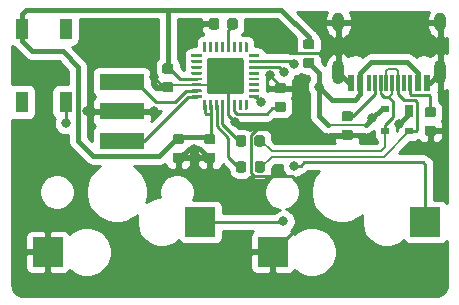
<source format=gbl>
G04 #@! TF.GenerationSoftware,KiCad,Pcbnew,(5.1.5)-3*
G04 #@! TF.CreationDate,2020-04-15T21:27:14-04:00*
G04 #@! TF.ProjectId,binarykb,62696e61-7279-46b6-922e-6b696361645f,rev?*
G04 #@! TF.SameCoordinates,Original*
G04 #@! TF.FileFunction,Copper,L2,Bot*
G04 #@! TF.FilePolarity,Positive*
%FSLAX46Y46*%
G04 Gerber Fmt 4.6, Leading zero omitted, Abs format (unit mm)*
G04 Created by KiCad (PCBNEW (5.1.5)-3) date 2020-04-15 21:27:14*
%MOMM*%
%LPD*%
G04 APERTURE LIST*
%ADD10C,0.100000*%
%ADD11R,2.550000X2.500000*%
%ADD12R,0.600000X1.450000*%
%ADD13R,0.300000X1.450000*%
%ADD14O,1.000000X2.100000*%
%ADD15O,1.000000X1.600000*%
%ADD16R,1.100000X1.800000*%
%ADD17R,3.800000X1.400000*%
%ADD18R,0.700000X1.000000*%
%ADD19R,0.700000X0.600000*%
%ADD20C,0.800000*%
%ADD21C,0.254000*%
%ADD22C,0.381000*%
%ADD23C,0.203200*%
G04 APERTURE END LIST*
G04 #@! TA.AperFunction,SMDPad,CuDef*
D10*
G36*
X71350691Y-125749053D02*
G01*
X71371926Y-125752203D01*
X71392750Y-125757419D01*
X71412962Y-125764651D01*
X71432368Y-125773830D01*
X71450781Y-125784866D01*
X71468024Y-125797654D01*
X71483930Y-125812070D01*
X71498346Y-125827976D01*
X71511134Y-125845219D01*
X71522170Y-125863632D01*
X71531349Y-125883038D01*
X71538581Y-125903250D01*
X71543797Y-125924074D01*
X71546947Y-125945309D01*
X71548000Y-125966750D01*
X71548000Y-126404250D01*
X71546947Y-126425691D01*
X71543797Y-126446926D01*
X71538581Y-126467750D01*
X71531349Y-126487962D01*
X71522170Y-126507368D01*
X71511134Y-126525781D01*
X71498346Y-126543024D01*
X71483930Y-126558930D01*
X71468024Y-126573346D01*
X71450781Y-126586134D01*
X71432368Y-126597170D01*
X71412962Y-126606349D01*
X71392750Y-126613581D01*
X71371926Y-126618797D01*
X71350691Y-126621947D01*
X71329250Y-126623000D01*
X70816750Y-126623000D01*
X70795309Y-126621947D01*
X70774074Y-126618797D01*
X70753250Y-126613581D01*
X70733038Y-126606349D01*
X70713632Y-126597170D01*
X70695219Y-126586134D01*
X70677976Y-126573346D01*
X70662070Y-126558930D01*
X70647654Y-126543024D01*
X70634866Y-126525781D01*
X70623830Y-126507368D01*
X70614651Y-126487962D01*
X70607419Y-126467750D01*
X70602203Y-126446926D01*
X70599053Y-126425691D01*
X70598000Y-126404250D01*
X70598000Y-125966750D01*
X70599053Y-125945309D01*
X70602203Y-125924074D01*
X70607419Y-125903250D01*
X70614651Y-125883038D01*
X70623830Y-125863632D01*
X70634866Y-125845219D01*
X70647654Y-125827976D01*
X70662070Y-125812070D01*
X70677976Y-125797654D01*
X70695219Y-125784866D01*
X70713632Y-125773830D01*
X70733038Y-125764651D01*
X70753250Y-125757419D01*
X70774074Y-125752203D01*
X70795309Y-125749053D01*
X70816750Y-125748000D01*
X71329250Y-125748000D01*
X71350691Y-125749053D01*
G37*
G04 #@! TD.AperFunction*
G04 #@! TA.AperFunction,SMDPad,CuDef*
G36*
X71350691Y-127324053D02*
G01*
X71371926Y-127327203D01*
X71392750Y-127332419D01*
X71412962Y-127339651D01*
X71432368Y-127348830D01*
X71450781Y-127359866D01*
X71468024Y-127372654D01*
X71483930Y-127387070D01*
X71498346Y-127402976D01*
X71511134Y-127420219D01*
X71522170Y-127438632D01*
X71531349Y-127458038D01*
X71538581Y-127478250D01*
X71543797Y-127499074D01*
X71546947Y-127520309D01*
X71548000Y-127541750D01*
X71548000Y-127979250D01*
X71546947Y-128000691D01*
X71543797Y-128021926D01*
X71538581Y-128042750D01*
X71531349Y-128062962D01*
X71522170Y-128082368D01*
X71511134Y-128100781D01*
X71498346Y-128118024D01*
X71483930Y-128133930D01*
X71468024Y-128148346D01*
X71450781Y-128161134D01*
X71432368Y-128172170D01*
X71412962Y-128181349D01*
X71392750Y-128188581D01*
X71371926Y-128193797D01*
X71350691Y-128196947D01*
X71329250Y-128198000D01*
X70816750Y-128198000D01*
X70795309Y-128196947D01*
X70774074Y-128193797D01*
X70753250Y-128188581D01*
X70733038Y-128181349D01*
X70713632Y-128172170D01*
X70695219Y-128161134D01*
X70677976Y-128148346D01*
X70662070Y-128133930D01*
X70647654Y-128118024D01*
X70634866Y-128100781D01*
X70623830Y-128082368D01*
X70614651Y-128062962D01*
X70607419Y-128042750D01*
X70602203Y-128021926D01*
X70599053Y-128000691D01*
X70598000Y-127979250D01*
X70598000Y-127541750D01*
X70599053Y-127520309D01*
X70602203Y-127499074D01*
X70607419Y-127478250D01*
X70614651Y-127458038D01*
X70623830Y-127438632D01*
X70634866Y-127420219D01*
X70647654Y-127402976D01*
X70662070Y-127387070D01*
X70677976Y-127372654D01*
X70695219Y-127359866D01*
X70713632Y-127348830D01*
X70733038Y-127339651D01*
X70753250Y-127332419D01*
X70774074Y-127327203D01*
X70795309Y-127324053D01*
X70816750Y-127323000D01*
X71329250Y-127323000D01*
X71350691Y-127324053D01*
G37*
G04 #@! TD.AperFunction*
G04 #@! TA.AperFunction,SMDPad,CuDef*
G36*
X78382691Y-125395053D02*
G01*
X78403926Y-125398203D01*
X78424750Y-125403419D01*
X78444962Y-125410651D01*
X78464368Y-125419830D01*
X78482781Y-125430866D01*
X78500024Y-125443654D01*
X78515930Y-125458070D01*
X78530346Y-125473976D01*
X78543134Y-125491219D01*
X78554170Y-125509632D01*
X78563349Y-125529038D01*
X78570581Y-125549250D01*
X78575797Y-125570074D01*
X78578947Y-125591309D01*
X78580000Y-125612750D01*
X78580000Y-126050250D01*
X78578947Y-126071691D01*
X78575797Y-126092926D01*
X78570581Y-126113750D01*
X78563349Y-126133962D01*
X78554170Y-126153368D01*
X78543134Y-126171781D01*
X78530346Y-126189024D01*
X78515930Y-126204930D01*
X78500024Y-126219346D01*
X78482781Y-126232134D01*
X78464368Y-126243170D01*
X78444962Y-126252349D01*
X78424750Y-126259581D01*
X78403926Y-126264797D01*
X78382691Y-126267947D01*
X78361250Y-126269000D01*
X77848750Y-126269000D01*
X77827309Y-126267947D01*
X77806074Y-126264797D01*
X77785250Y-126259581D01*
X77765038Y-126252349D01*
X77745632Y-126243170D01*
X77727219Y-126232134D01*
X77709976Y-126219346D01*
X77694070Y-126204930D01*
X77679654Y-126189024D01*
X77666866Y-126171781D01*
X77655830Y-126153368D01*
X77646651Y-126133962D01*
X77639419Y-126113750D01*
X77634203Y-126092926D01*
X77631053Y-126071691D01*
X77630000Y-126050250D01*
X77630000Y-125612750D01*
X77631053Y-125591309D01*
X77634203Y-125570074D01*
X77639419Y-125549250D01*
X77646651Y-125529038D01*
X77655830Y-125509632D01*
X77666866Y-125491219D01*
X77679654Y-125473976D01*
X77694070Y-125458070D01*
X77709976Y-125443654D01*
X77727219Y-125430866D01*
X77745632Y-125419830D01*
X77765038Y-125410651D01*
X77785250Y-125403419D01*
X77806074Y-125398203D01*
X77827309Y-125395053D01*
X77848750Y-125394000D01*
X78361250Y-125394000D01*
X78382691Y-125395053D01*
G37*
G04 #@! TD.AperFunction*
G04 #@! TA.AperFunction,SMDPad,CuDef*
G36*
X78382691Y-126970053D02*
G01*
X78403926Y-126973203D01*
X78424750Y-126978419D01*
X78444962Y-126985651D01*
X78464368Y-126994830D01*
X78482781Y-127005866D01*
X78500024Y-127018654D01*
X78515930Y-127033070D01*
X78530346Y-127048976D01*
X78543134Y-127066219D01*
X78554170Y-127084632D01*
X78563349Y-127104038D01*
X78570581Y-127124250D01*
X78575797Y-127145074D01*
X78578947Y-127166309D01*
X78580000Y-127187750D01*
X78580000Y-127625250D01*
X78578947Y-127646691D01*
X78575797Y-127667926D01*
X78570581Y-127688750D01*
X78563349Y-127708962D01*
X78554170Y-127728368D01*
X78543134Y-127746781D01*
X78530346Y-127764024D01*
X78515930Y-127779930D01*
X78500024Y-127794346D01*
X78482781Y-127807134D01*
X78464368Y-127818170D01*
X78444962Y-127827349D01*
X78424750Y-127834581D01*
X78403926Y-127839797D01*
X78382691Y-127842947D01*
X78361250Y-127844000D01*
X77848750Y-127844000D01*
X77827309Y-127842947D01*
X77806074Y-127839797D01*
X77785250Y-127834581D01*
X77765038Y-127827349D01*
X77745632Y-127818170D01*
X77727219Y-127807134D01*
X77709976Y-127794346D01*
X77694070Y-127779930D01*
X77679654Y-127764024D01*
X77666866Y-127746781D01*
X77655830Y-127728368D01*
X77646651Y-127708962D01*
X77639419Y-127688750D01*
X77634203Y-127667926D01*
X77631053Y-127646691D01*
X77630000Y-127625250D01*
X77630000Y-127187750D01*
X77631053Y-127166309D01*
X77634203Y-127145074D01*
X77639419Y-127124250D01*
X77646651Y-127104038D01*
X77655830Y-127084632D01*
X77666866Y-127066219D01*
X77679654Y-127048976D01*
X77694070Y-127033070D01*
X77709976Y-127018654D01*
X77727219Y-127005866D01*
X77745632Y-126994830D01*
X77765038Y-126985651D01*
X77785250Y-126978419D01*
X77806074Y-126973203D01*
X77827309Y-126970053D01*
X77848750Y-126969000D01*
X78361250Y-126969000D01*
X78382691Y-126970053D01*
G37*
G04 #@! TD.AperFunction*
G04 #@! TA.AperFunction,SMDPad,CuDef*
G36*
X61606691Y-117890053D02*
G01*
X61627926Y-117893203D01*
X61648750Y-117898419D01*
X61668962Y-117905651D01*
X61688368Y-117914830D01*
X61706781Y-117925866D01*
X61724024Y-117938654D01*
X61739930Y-117953070D01*
X61754346Y-117968976D01*
X61767134Y-117986219D01*
X61778170Y-118004632D01*
X61787349Y-118024038D01*
X61794581Y-118044250D01*
X61799797Y-118065074D01*
X61802947Y-118086309D01*
X61804000Y-118107750D01*
X61804000Y-118620250D01*
X61802947Y-118641691D01*
X61799797Y-118662926D01*
X61794581Y-118683750D01*
X61787349Y-118703962D01*
X61778170Y-118723368D01*
X61767134Y-118741781D01*
X61754346Y-118759024D01*
X61739930Y-118774930D01*
X61724024Y-118789346D01*
X61706781Y-118802134D01*
X61688368Y-118813170D01*
X61668962Y-118822349D01*
X61648750Y-118829581D01*
X61627926Y-118834797D01*
X61606691Y-118837947D01*
X61585250Y-118839000D01*
X61147750Y-118839000D01*
X61126309Y-118837947D01*
X61105074Y-118834797D01*
X61084250Y-118829581D01*
X61064038Y-118822349D01*
X61044632Y-118813170D01*
X61026219Y-118802134D01*
X61008976Y-118789346D01*
X60993070Y-118774930D01*
X60978654Y-118759024D01*
X60965866Y-118741781D01*
X60954830Y-118723368D01*
X60945651Y-118703962D01*
X60938419Y-118683750D01*
X60933203Y-118662926D01*
X60930053Y-118641691D01*
X60929000Y-118620250D01*
X60929000Y-118107750D01*
X60930053Y-118086309D01*
X60933203Y-118065074D01*
X60938419Y-118044250D01*
X60945651Y-118024038D01*
X60954830Y-118004632D01*
X60965866Y-117986219D01*
X60978654Y-117968976D01*
X60993070Y-117953070D01*
X61008976Y-117938654D01*
X61026219Y-117925866D01*
X61044632Y-117914830D01*
X61064038Y-117905651D01*
X61084250Y-117898419D01*
X61105074Y-117893203D01*
X61126309Y-117890053D01*
X61147750Y-117889000D01*
X61585250Y-117889000D01*
X61606691Y-117890053D01*
G37*
G04 #@! TD.AperFunction*
G04 #@! TA.AperFunction,SMDPad,CuDef*
G36*
X60031691Y-117890053D02*
G01*
X60052926Y-117893203D01*
X60073750Y-117898419D01*
X60093962Y-117905651D01*
X60113368Y-117914830D01*
X60131781Y-117925866D01*
X60149024Y-117938654D01*
X60164930Y-117953070D01*
X60179346Y-117968976D01*
X60192134Y-117986219D01*
X60203170Y-118004632D01*
X60212349Y-118024038D01*
X60219581Y-118044250D01*
X60224797Y-118065074D01*
X60227947Y-118086309D01*
X60229000Y-118107750D01*
X60229000Y-118620250D01*
X60227947Y-118641691D01*
X60224797Y-118662926D01*
X60219581Y-118683750D01*
X60212349Y-118703962D01*
X60203170Y-118723368D01*
X60192134Y-118741781D01*
X60179346Y-118759024D01*
X60164930Y-118774930D01*
X60149024Y-118789346D01*
X60131781Y-118802134D01*
X60113368Y-118813170D01*
X60093962Y-118822349D01*
X60073750Y-118829581D01*
X60052926Y-118834797D01*
X60031691Y-118837947D01*
X60010250Y-118839000D01*
X59572750Y-118839000D01*
X59551309Y-118837947D01*
X59530074Y-118834797D01*
X59509250Y-118829581D01*
X59489038Y-118822349D01*
X59469632Y-118813170D01*
X59451219Y-118802134D01*
X59433976Y-118789346D01*
X59418070Y-118774930D01*
X59403654Y-118759024D01*
X59390866Y-118741781D01*
X59379830Y-118723368D01*
X59370651Y-118703962D01*
X59363419Y-118683750D01*
X59358203Y-118662926D01*
X59355053Y-118641691D01*
X59354000Y-118620250D01*
X59354000Y-118107750D01*
X59355053Y-118086309D01*
X59358203Y-118065074D01*
X59363419Y-118044250D01*
X59370651Y-118024038D01*
X59379830Y-118004632D01*
X59390866Y-117986219D01*
X59403654Y-117968976D01*
X59418070Y-117953070D01*
X59433976Y-117938654D01*
X59451219Y-117925866D01*
X59469632Y-117914830D01*
X59489038Y-117905651D01*
X59509250Y-117898419D01*
X59530074Y-117893203D01*
X59551309Y-117890053D01*
X59572750Y-117889000D01*
X60010250Y-117889000D01*
X60031691Y-117890053D01*
G37*
G04 #@! TD.AperFunction*
G04 #@! TA.AperFunction,SMDPad,CuDef*
G36*
X63892691Y-127796053D02*
G01*
X63913926Y-127799203D01*
X63934750Y-127804419D01*
X63954962Y-127811651D01*
X63974368Y-127820830D01*
X63992781Y-127831866D01*
X64010024Y-127844654D01*
X64025930Y-127859070D01*
X64040346Y-127874976D01*
X64053134Y-127892219D01*
X64064170Y-127910632D01*
X64073349Y-127930038D01*
X64080581Y-127950250D01*
X64085797Y-127971074D01*
X64088947Y-127992309D01*
X64090000Y-128013750D01*
X64090000Y-128526250D01*
X64088947Y-128547691D01*
X64085797Y-128568926D01*
X64080581Y-128589750D01*
X64073349Y-128609962D01*
X64064170Y-128629368D01*
X64053134Y-128647781D01*
X64040346Y-128665024D01*
X64025930Y-128680930D01*
X64010024Y-128695346D01*
X63992781Y-128708134D01*
X63974368Y-128719170D01*
X63954962Y-128728349D01*
X63934750Y-128735581D01*
X63913926Y-128740797D01*
X63892691Y-128743947D01*
X63871250Y-128745000D01*
X63433750Y-128745000D01*
X63412309Y-128743947D01*
X63391074Y-128740797D01*
X63370250Y-128735581D01*
X63350038Y-128728349D01*
X63330632Y-128719170D01*
X63312219Y-128708134D01*
X63294976Y-128695346D01*
X63279070Y-128680930D01*
X63264654Y-128665024D01*
X63251866Y-128647781D01*
X63240830Y-128629368D01*
X63231651Y-128609962D01*
X63224419Y-128589750D01*
X63219203Y-128568926D01*
X63216053Y-128547691D01*
X63215000Y-128526250D01*
X63215000Y-128013750D01*
X63216053Y-127992309D01*
X63219203Y-127971074D01*
X63224419Y-127950250D01*
X63231651Y-127930038D01*
X63240830Y-127910632D01*
X63251866Y-127892219D01*
X63264654Y-127874976D01*
X63279070Y-127859070D01*
X63294976Y-127844654D01*
X63312219Y-127831866D01*
X63330632Y-127820830D01*
X63350038Y-127811651D01*
X63370250Y-127804419D01*
X63391074Y-127799203D01*
X63412309Y-127796053D01*
X63433750Y-127795000D01*
X63871250Y-127795000D01*
X63892691Y-127796053D01*
G37*
G04 #@! TD.AperFunction*
G04 #@! TA.AperFunction,SMDPad,CuDef*
G36*
X62317691Y-127796053D02*
G01*
X62338926Y-127799203D01*
X62359750Y-127804419D01*
X62379962Y-127811651D01*
X62399368Y-127820830D01*
X62417781Y-127831866D01*
X62435024Y-127844654D01*
X62450930Y-127859070D01*
X62465346Y-127874976D01*
X62478134Y-127892219D01*
X62489170Y-127910632D01*
X62498349Y-127930038D01*
X62505581Y-127950250D01*
X62510797Y-127971074D01*
X62513947Y-127992309D01*
X62515000Y-128013750D01*
X62515000Y-128526250D01*
X62513947Y-128547691D01*
X62510797Y-128568926D01*
X62505581Y-128589750D01*
X62498349Y-128609962D01*
X62489170Y-128629368D01*
X62478134Y-128647781D01*
X62465346Y-128665024D01*
X62450930Y-128680930D01*
X62435024Y-128695346D01*
X62417781Y-128708134D01*
X62399368Y-128719170D01*
X62379962Y-128728349D01*
X62359750Y-128735581D01*
X62338926Y-128740797D01*
X62317691Y-128743947D01*
X62296250Y-128745000D01*
X61858750Y-128745000D01*
X61837309Y-128743947D01*
X61816074Y-128740797D01*
X61795250Y-128735581D01*
X61775038Y-128728349D01*
X61755632Y-128719170D01*
X61737219Y-128708134D01*
X61719976Y-128695346D01*
X61704070Y-128680930D01*
X61689654Y-128665024D01*
X61676866Y-128647781D01*
X61665830Y-128629368D01*
X61656651Y-128609962D01*
X61649419Y-128589750D01*
X61644203Y-128568926D01*
X61641053Y-128547691D01*
X61640000Y-128526250D01*
X61640000Y-128013750D01*
X61641053Y-127992309D01*
X61644203Y-127971074D01*
X61649419Y-127950250D01*
X61656651Y-127930038D01*
X61665830Y-127910632D01*
X61676866Y-127892219D01*
X61689654Y-127874976D01*
X61704070Y-127859070D01*
X61719976Y-127844654D01*
X61737219Y-127831866D01*
X61755632Y-127820830D01*
X61775038Y-127811651D01*
X61795250Y-127804419D01*
X61816074Y-127799203D01*
X61837309Y-127796053D01*
X61858750Y-127795000D01*
X62296250Y-127795000D01*
X62317691Y-127796053D01*
G37*
G04 #@! TD.AperFunction*
G04 #@! TA.AperFunction,SMDPad,CuDef*
G36*
X63900691Y-129999053D02*
G01*
X63921926Y-130002203D01*
X63942750Y-130007419D01*
X63962962Y-130014651D01*
X63982368Y-130023830D01*
X64000781Y-130034866D01*
X64018024Y-130047654D01*
X64033930Y-130062070D01*
X64048346Y-130077976D01*
X64061134Y-130095219D01*
X64072170Y-130113632D01*
X64081349Y-130133038D01*
X64088581Y-130153250D01*
X64093797Y-130174074D01*
X64096947Y-130195309D01*
X64098000Y-130216750D01*
X64098000Y-130729250D01*
X64096947Y-130750691D01*
X64093797Y-130771926D01*
X64088581Y-130792750D01*
X64081349Y-130812962D01*
X64072170Y-130832368D01*
X64061134Y-130850781D01*
X64048346Y-130868024D01*
X64033930Y-130883930D01*
X64018024Y-130898346D01*
X64000781Y-130911134D01*
X63982368Y-130922170D01*
X63962962Y-130931349D01*
X63942750Y-130938581D01*
X63921926Y-130943797D01*
X63900691Y-130946947D01*
X63879250Y-130948000D01*
X63441750Y-130948000D01*
X63420309Y-130946947D01*
X63399074Y-130943797D01*
X63378250Y-130938581D01*
X63358038Y-130931349D01*
X63338632Y-130922170D01*
X63320219Y-130911134D01*
X63302976Y-130898346D01*
X63287070Y-130883930D01*
X63272654Y-130868024D01*
X63259866Y-130850781D01*
X63248830Y-130832368D01*
X63239651Y-130812962D01*
X63232419Y-130792750D01*
X63227203Y-130771926D01*
X63224053Y-130750691D01*
X63223000Y-130729250D01*
X63223000Y-130216750D01*
X63224053Y-130195309D01*
X63227203Y-130174074D01*
X63232419Y-130153250D01*
X63239651Y-130133038D01*
X63248830Y-130113632D01*
X63259866Y-130095219D01*
X63272654Y-130077976D01*
X63287070Y-130062070D01*
X63302976Y-130047654D01*
X63320219Y-130034866D01*
X63338632Y-130023830D01*
X63358038Y-130014651D01*
X63378250Y-130007419D01*
X63399074Y-130002203D01*
X63420309Y-129999053D01*
X63441750Y-129998000D01*
X63879250Y-129998000D01*
X63900691Y-129999053D01*
G37*
G04 #@! TD.AperFunction*
G04 #@! TA.AperFunction,SMDPad,CuDef*
G36*
X62325691Y-129999053D02*
G01*
X62346926Y-130002203D01*
X62367750Y-130007419D01*
X62387962Y-130014651D01*
X62407368Y-130023830D01*
X62425781Y-130034866D01*
X62443024Y-130047654D01*
X62458930Y-130062070D01*
X62473346Y-130077976D01*
X62486134Y-130095219D01*
X62497170Y-130113632D01*
X62506349Y-130133038D01*
X62513581Y-130153250D01*
X62518797Y-130174074D01*
X62521947Y-130195309D01*
X62523000Y-130216750D01*
X62523000Y-130729250D01*
X62521947Y-130750691D01*
X62518797Y-130771926D01*
X62513581Y-130792750D01*
X62506349Y-130812962D01*
X62497170Y-130832368D01*
X62486134Y-130850781D01*
X62473346Y-130868024D01*
X62458930Y-130883930D01*
X62443024Y-130898346D01*
X62425781Y-130911134D01*
X62407368Y-130922170D01*
X62387962Y-130931349D01*
X62367750Y-130938581D01*
X62346926Y-130943797D01*
X62325691Y-130946947D01*
X62304250Y-130948000D01*
X61866750Y-130948000D01*
X61845309Y-130946947D01*
X61824074Y-130943797D01*
X61803250Y-130938581D01*
X61783038Y-130931349D01*
X61763632Y-130922170D01*
X61745219Y-130911134D01*
X61727976Y-130898346D01*
X61712070Y-130883930D01*
X61697654Y-130868024D01*
X61684866Y-130850781D01*
X61673830Y-130832368D01*
X61664651Y-130812962D01*
X61657419Y-130792750D01*
X61652203Y-130771926D01*
X61649053Y-130750691D01*
X61648000Y-130729250D01*
X61648000Y-130216750D01*
X61649053Y-130195309D01*
X61652203Y-130174074D01*
X61657419Y-130153250D01*
X61664651Y-130133038D01*
X61673830Y-130113632D01*
X61684866Y-130095219D01*
X61697654Y-130077976D01*
X61712070Y-130062070D01*
X61727976Y-130047654D01*
X61745219Y-130034866D01*
X61763632Y-130023830D01*
X61783038Y-130014651D01*
X61803250Y-130007419D01*
X61824074Y-130002203D01*
X61845309Y-129999053D01*
X61866750Y-129998000D01*
X62304250Y-129998000D01*
X62325691Y-129999053D01*
G37*
G04 #@! TD.AperFunction*
G04 #@! TA.AperFunction,SMDPad,CuDef*
G36*
X68095691Y-121224053D02*
G01*
X68116926Y-121227203D01*
X68137750Y-121232419D01*
X68157962Y-121239651D01*
X68177368Y-121248830D01*
X68195781Y-121259866D01*
X68213024Y-121272654D01*
X68228930Y-121287070D01*
X68243346Y-121302976D01*
X68256134Y-121320219D01*
X68267170Y-121338632D01*
X68276349Y-121358038D01*
X68283581Y-121378250D01*
X68288797Y-121399074D01*
X68291947Y-121420309D01*
X68293000Y-121441750D01*
X68293000Y-121879250D01*
X68291947Y-121900691D01*
X68288797Y-121921926D01*
X68283581Y-121942750D01*
X68276349Y-121962962D01*
X68267170Y-121982368D01*
X68256134Y-122000781D01*
X68243346Y-122018024D01*
X68228930Y-122033930D01*
X68213024Y-122048346D01*
X68195781Y-122061134D01*
X68177368Y-122072170D01*
X68157962Y-122081349D01*
X68137750Y-122088581D01*
X68116926Y-122093797D01*
X68095691Y-122096947D01*
X68074250Y-122098000D01*
X67561750Y-122098000D01*
X67540309Y-122096947D01*
X67519074Y-122093797D01*
X67498250Y-122088581D01*
X67478038Y-122081349D01*
X67458632Y-122072170D01*
X67440219Y-122061134D01*
X67422976Y-122048346D01*
X67407070Y-122033930D01*
X67392654Y-122018024D01*
X67379866Y-122000781D01*
X67368830Y-121982368D01*
X67359651Y-121962962D01*
X67352419Y-121942750D01*
X67347203Y-121921926D01*
X67344053Y-121900691D01*
X67343000Y-121879250D01*
X67343000Y-121441750D01*
X67344053Y-121420309D01*
X67347203Y-121399074D01*
X67352419Y-121378250D01*
X67359651Y-121358038D01*
X67368830Y-121338632D01*
X67379866Y-121320219D01*
X67392654Y-121302976D01*
X67407070Y-121287070D01*
X67422976Y-121272654D01*
X67440219Y-121259866D01*
X67458632Y-121248830D01*
X67478038Y-121239651D01*
X67498250Y-121232419D01*
X67519074Y-121227203D01*
X67540309Y-121224053D01*
X67561750Y-121223000D01*
X68074250Y-121223000D01*
X68095691Y-121224053D01*
G37*
G04 #@! TD.AperFunction*
G04 #@! TA.AperFunction,SMDPad,CuDef*
G36*
X68095691Y-119649053D02*
G01*
X68116926Y-119652203D01*
X68137750Y-119657419D01*
X68157962Y-119664651D01*
X68177368Y-119673830D01*
X68195781Y-119684866D01*
X68213024Y-119697654D01*
X68228930Y-119712070D01*
X68243346Y-119727976D01*
X68256134Y-119745219D01*
X68267170Y-119763632D01*
X68276349Y-119783038D01*
X68283581Y-119803250D01*
X68288797Y-119824074D01*
X68291947Y-119845309D01*
X68293000Y-119866750D01*
X68293000Y-120304250D01*
X68291947Y-120325691D01*
X68288797Y-120346926D01*
X68283581Y-120367750D01*
X68276349Y-120387962D01*
X68267170Y-120407368D01*
X68256134Y-120425781D01*
X68243346Y-120443024D01*
X68228930Y-120458930D01*
X68213024Y-120473346D01*
X68195781Y-120486134D01*
X68177368Y-120497170D01*
X68157962Y-120506349D01*
X68137750Y-120513581D01*
X68116926Y-120518797D01*
X68095691Y-120521947D01*
X68074250Y-120523000D01*
X67561750Y-120523000D01*
X67540309Y-120521947D01*
X67519074Y-120518797D01*
X67498250Y-120513581D01*
X67478038Y-120506349D01*
X67458632Y-120497170D01*
X67440219Y-120486134D01*
X67422976Y-120473346D01*
X67407070Y-120458930D01*
X67392654Y-120443024D01*
X67379866Y-120425781D01*
X67368830Y-120407368D01*
X67359651Y-120387962D01*
X67352419Y-120367750D01*
X67347203Y-120346926D01*
X67344053Y-120325691D01*
X67343000Y-120304250D01*
X67343000Y-119866750D01*
X67344053Y-119845309D01*
X67347203Y-119824074D01*
X67352419Y-119803250D01*
X67359651Y-119783038D01*
X67368830Y-119763632D01*
X67379866Y-119745219D01*
X67392654Y-119727976D01*
X67407070Y-119712070D01*
X67422976Y-119697654D01*
X67440219Y-119684866D01*
X67458632Y-119673830D01*
X67478038Y-119664651D01*
X67498250Y-119657419D01*
X67519074Y-119652203D01*
X67540309Y-119649053D01*
X67561750Y-119648000D01*
X68074250Y-119648000D01*
X68095691Y-119649053D01*
G37*
G04 #@! TD.AperFunction*
G04 #@! TA.AperFunction,SMDPad,CuDef*
G36*
X59713691Y-129256053D02*
G01*
X59734926Y-129259203D01*
X59755750Y-129264419D01*
X59775962Y-129271651D01*
X59795368Y-129280830D01*
X59813781Y-129291866D01*
X59831024Y-129304654D01*
X59846930Y-129319070D01*
X59861346Y-129334976D01*
X59874134Y-129352219D01*
X59885170Y-129370632D01*
X59894349Y-129390038D01*
X59901581Y-129410250D01*
X59906797Y-129431074D01*
X59909947Y-129452309D01*
X59911000Y-129473750D01*
X59911000Y-129911250D01*
X59909947Y-129932691D01*
X59906797Y-129953926D01*
X59901581Y-129974750D01*
X59894349Y-129994962D01*
X59885170Y-130014368D01*
X59874134Y-130032781D01*
X59861346Y-130050024D01*
X59846930Y-130065930D01*
X59831024Y-130080346D01*
X59813781Y-130093134D01*
X59795368Y-130104170D01*
X59775962Y-130113349D01*
X59755750Y-130120581D01*
X59734926Y-130125797D01*
X59713691Y-130128947D01*
X59692250Y-130130000D01*
X59179750Y-130130000D01*
X59158309Y-130128947D01*
X59137074Y-130125797D01*
X59116250Y-130120581D01*
X59096038Y-130113349D01*
X59076632Y-130104170D01*
X59058219Y-130093134D01*
X59040976Y-130080346D01*
X59025070Y-130065930D01*
X59010654Y-130050024D01*
X58997866Y-130032781D01*
X58986830Y-130014368D01*
X58977651Y-129994962D01*
X58970419Y-129974750D01*
X58965203Y-129953926D01*
X58962053Y-129932691D01*
X58961000Y-129911250D01*
X58961000Y-129473750D01*
X58962053Y-129452309D01*
X58965203Y-129431074D01*
X58970419Y-129410250D01*
X58977651Y-129390038D01*
X58986830Y-129370632D01*
X58997866Y-129352219D01*
X59010654Y-129334976D01*
X59025070Y-129319070D01*
X59040976Y-129304654D01*
X59058219Y-129291866D01*
X59076632Y-129280830D01*
X59096038Y-129271651D01*
X59116250Y-129264419D01*
X59137074Y-129259203D01*
X59158309Y-129256053D01*
X59179750Y-129255000D01*
X59692250Y-129255000D01*
X59713691Y-129256053D01*
G37*
G04 #@! TD.AperFunction*
G04 #@! TA.AperFunction,SMDPad,CuDef*
G36*
X59713691Y-127681053D02*
G01*
X59734926Y-127684203D01*
X59755750Y-127689419D01*
X59775962Y-127696651D01*
X59795368Y-127705830D01*
X59813781Y-127716866D01*
X59831024Y-127729654D01*
X59846930Y-127744070D01*
X59861346Y-127759976D01*
X59874134Y-127777219D01*
X59885170Y-127795632D01*
X59894349Y-127815038D01*
X59901581Y-127835250D01*
X59906797Y-127856074D01*
X59909947Y-127877309D01*
X59911000Y-127898750D01*
X59911000Y-128336250D01*
X59909947Y-128357691D01*
X59906797Y-128378926D01*
X59901581Y-128399750D01*
X59894349Y-128419962D01*
X59885170Y-128439368D01*
X59874134Y-128457781D01*
X59861346Y-128475024D01*
X59846930Y-128490930D01*
X59831024Y-128505346D01*
X59813781Y-128518134D01*
X59795368Y-128529170D01*
X59775962Y-128538349D01*
X59755750Y-128545581D01*
X59734926Y-128550797D01*
X59713691Y-128553947D01*
X59692250Y-128555000D01*
X59179750Y-128555000D01*
X59158309Y-128553947D01*
X59137074Y-128550797D01*
X59116250Y-128545581D01*
X59096038Y-128538349D01*
X59076632Y-128529170D01*
X59058219Y-128518134D01*
X59040976Y-128505346D01*
X59025070Y-128490930D01*
X59010654Y-128475024D01*
X58997866Y-128457781D01*
X58986830Y-128439368D01*
X58977651Y-128419962D01*
X58970419Y-128399750D01*
X58965203Y-128378926D01*
X58962053Y-128357691D01*
X58961000Y-128336250D01*
X58961000Y-127898750D01*
X58962053Y-127877309D01*
X58965203Y-127856074D01*
X58970419Y-127835250D01*
X58977651Y-127815038D01*
X58986830Y-127795632D01*
X58997866Y-127777219D01*
X59010654Y-127759976D01*
X59025070Y-127744070D01*
X59040976Y-127729654D01*
X59058219Y-127716866D01*
X59076632Y-127705830D01*
X59096038Y-127696651D01*
X59116250Y-127689419D01*
X59137074Y-127684203D01*
X59158309Y-127681053D01*
X59179750Y-127680000D01*
X59692250Y-127680000D01*
X59713691Y-127681053D01*
G37*
G04 #@! TD.AperFunction*
G04 #@! TA.AperFunction,SMDPad,CuDef*
G36*
X57050691Y-129256053D02*
G01*
X57071926Y-129259203D01*
X57092750Y-129264419D01*
X57112962Y-129271651D01*
X57132368Y-129280830D01*
X57150781Y-129291866D01*
X57168024Y-129304654D01*
X57183930Y-129319070D01*
X57198346Y-129334976D01*
X57211134Y-129352219D01*
X57222170Y-129370632D01*
X57231349Y-129390038D01*
X57238581Y-129410250D01*
X57243797Y-129431074D01*
X57246947Y-129452309D01*
X57248000Y-129473750D01*
X57248000Y-129911250D01*
X57246947Y-129932691D01*
X57243797Y-129953926D01*
X57238581Y-129974750D01*
X57231349Y-129994962D01*
X57222170Y-130014368D01*
X57211134Y-130032781D01*
X57198346Y-130050024D01*
X57183930Y-130065930D01*
X57168024Y-130080346D01*
X57150781Y-130093134D01*
X57132368Y-130104170D01*
X57112962Y-130113349D01*
X57092750Y-130120581D01*
X57071926Y-130125797D01*
X57050691Y-130128947D01*
X57029250Y-130130000D01*
X56516750Y-130130000D01*
X56495309Y-130128947D01*
X56474074Y-130125797D01*
X56453250Y-130120581D01*
X56433038Y-130113349D01*
X56413632Y-130104170D01*
X56395219Y-130093134D01*
X56377976Y-130080346D01*
X56362070Y-130065930D01*
X56347654Y-130050024D01*
X56334866Y-130032781D01*
X56323830Y-130014368D01*
X56314651Y-129994962D01*
X56307419Y-129974750D01*
X56302203Y-129953926D01*
X56299053Y-129932691D01*
X56298000Y-129911250D01*
X56298000Y-129473750D01*
X56299053Y-129452309D01*
X56302203Y-129431074D01*
X56307419Y-129410250D01*
X56314651Y-129390038D01*
X56323830Y-129370632D01*
X56334866Y-129352219D01*
X56347654Y-129334976D01*
X56362070Y-129319070D01*
X56377976Y-129304654D01*
X56395219Y-129291866D01*
X56413632Y-129280830D01*
X56433038Y-129271651D01*
X56453250Y-129264419D01*
X56474074Y-129259203D01*
X56495309Y-129256053D01*
X56516750Y-129255000D01*
X57029250Y-129255000D01*
X57050691Y-129256053D01*
G37*
G04 #@! TD.AperFunction*
G04 #@! TA.AperFunction,SMDPad,CuDef*
G36*
X57050691Y-127681053D02*
G01*
X57071926Y-127684203D01*
X57092750Y-127689419D01*
X57112962Y-127696651D01*
X57132368Y-127705830D01*
X57150781Y-127716866D01*
X57168024Y-127729654D01*
X57183930Y-127744070D01*
X57198346Y-127759976D01*
X57211134Y-127777219D01*
X57222170Y-127795632D01*
X57231349Y-127815038D01*
X57238581Y-127835250D01*
X57243797Y-127856074D01*
X57246947Y-127877309D01*
X57248000Y-127898750D01*
X57248000Y-128336250D01*
X57246947Y-128357691D01*
X57243797Y-128378926D01*
X57238581Y-128399750D01*
X57231349Y-128419962D01*
X57222170Y-128439368D01*
X57211134Y-128457781D01*
X57198346Y-128475024D01*
X57183930Y-128490930D01*
X57168024Y-128505346D01*
X57150781Y-128518134D01*
X57132368Y-128529170D01*
X57112962Y-128538349D01*
X57092750Y-128545581D01*
X57071926Y-128550797D01*
X57050691Y-128553947D01*
X57029250Y-128555000D01*
X56516750Y-128555000D01*
X56495309Y-128553947D01*
X56474074Y-128550797D01*
X56453250Y-128545581D01*
X56433038Y-128538349D01*
X56413632Y-128529170D01*
X56395219Y-128518134D01*
X56377976Y-128505346D01*
X56362070Y-128490930D01*
X56347654Y-128475024D01*
X56334866Y-128457781D01*
X56323830Y-128439368D01*
X56314651Y-128419962D01*
X56307419Y-128399750D01*
X56302203Y-128378926D01*
X56299053Y-128357691D01*
X56298000Y-128336250D01*
X56298000Y-127898750D01*
X56299053Y-127877309D01*
X56302203Y-127856074D01*
X56307419Y-127835250D01*
X56314651Y-127815038D01*
X56323830Y-127795632D01*
X56334866Y-127777219D01*
X56347654Y-127759976D01*
X56362070Y-127744070D01*
X56377976Y-127729654D01*
X56395219Y-127716866D01*
X56413632Y-127705830D01*
X56433038Y-127696651D01*
X56453250Y-127689419D01*
X56474074Y-127684203D01*
X56495309Y-127681053D01*
X56516750Y-127680000D01*
X57029250Y-127680000D01*
X57050691Y-127681053D01*
G37*
G04 #@! TD.AperFunction*
G04 #@! TA.AperFunction,SMDPad,CuDef*
G36*
X56157691Y-123287053D02*
G01*
X56178926Y-123290203D01*
X56199750Y-123295419D01*
X56219962Y-123302651D01*
X56239368Y-123311830D01*
X56257781Y-123322866D01*
X56275024Y-123335654D01*
X56290930Y-123350070D01*
X56305346Y-123365976D01*
X56318134Y-123383219D01*
X56329170Y-123401632D01*
X56338349Y-123421038D01*
X56345581Y-123441250D01*
X56350797Y-123462074D01*
X56353947Y-123483309D01*
X56355000Y-123504750D01*
X56355000Y-123942250D01*
X56353947Y-123963691D01*
X56350797Y-123984926D01*
X56345581Y-124005750D01*
X56338349Y-124025962D01*
X56329170Y-124045368D01*
X56318134Y-124063781D01*
X56305346Y-124081024D01*
X56290930Y-124096930D01*
X56275024Y-124111346D01*
X56257781Y-124124134D01*
X56239368Y-124135170D01*
X56219962Y-124144349D01*
X56199750Y-124151581D01*
X56178926Y-124156797D01*
X56157691Y-124159947D01*
X56136250Y-124161000D01*
X55623750Y-124161000D01*
X55602309Y-124159947D01*
X55581074Y-124156797D01*
X55560250Y-124151581D01*
X55540038Y-124144349D01*
X55520632Y-124135170D01*
X55502219Y-124124134D01*
X55484976Y-124111346D01*
X55469070Y-124096930D01*
X55454654Y-124081024D01*
X55441866Y-124063781D01*
X55430830Y-124045368D01*
X55421651Y-124025962D01*
X55414419Y-124005750D01*
X55409203Y-123984926D01*
X55406053Y-123963691D01*
X55405000Y-123942250D01*
X55405000Y-123504750D01*
X55406053Y-123483309D01*
X55409203Y-123462074D01*
X55414419Y-123441250D01*
X55421651Y-123421038D01*
X55430830Y-123401632D01*
X55441866Y-123383219D01*
X55454654Y-123365976D01*
X55469070Y-123350070D01*
X55484976Y-123335654D01*
X55502219Y-123322866D01*
X55520632Y-123311830D01*
X55540038Y-123302651D01*
X55560250Y-123295419D01*
X55581074Y-123290203D01*
X55602309Y-123287053D01*
X55623750Y-123286000D01*
X56136250Y-123286000D01*
X56157691Y-123287053D01*
G37*
G04 #@! TD.AperFunction*
G04 #@! TA.AperFunction,SMDPad,CuDef*
G36*
X56157691Y-121712053D02*
G01*
X56178926Y-121715203D01*
X56199750Y-121720419D01*
X56219962Y-121727651D01*
X56239368Y-121736830D01*
X56257781Y-121747866D01*
X56275024Y-121760654D01*
X56290930Y-121775070D01*
X56305346Y-121790976D01*
X56318134Y-121808219D01*
X56329170Y-121826632D01*
X56338349Y-121846038D01*
X56345581Y-121866250D01*
X56350797Y-121887074D01*
X56353947Y-121908309D01*
X56355000Y-121929750D01*
X56355000Y-122367250D01*
X56353947Y-122388691D01*
X56350797Y-122409926D01*
X56345581Y-122430750D01*
X56338349Y-122450962D01*
X56329170Y-122470368D01*
X56318134Y-122488781D01*
X56305346Y-122506024D01*
X56290930Y-122521930D01*
X56275024Y-122536346D01*
X56257781Y-122549134D01*
X56239368Y-122560170D01*
X56219962Y-122569349D01*
X56199750Y-122576581D01*
X56178926Y-122581797D01*
X56157691Y-122584947D01*
X56136250Y-122586000D01*
X55623750Y-122586000D01*
X55602309Y-122584947D01*
X55581074Y-122581797D01*
X55560250Y-122576581D01*
X55540038Y-122569349D01*
X55520632Y-122560170D01*
X55502219Y-122549134D01*
X55484976Y-122536346D01*
X55469070Y-122521930D01*
X55454654Y-122506024D01*
X55441866Y-122488781D01*
X55430830Y-122470368D01*
X55421651Y-122450962D01*
X55414419Y-122430750D01*
X55409203Y-122409926D01*
X55406053Y-122388691D01*
X55405000Y-122367250D01*
X55405000Y-121929750D01*
X55406053Y-121908309D01*
X55409203Y-121887074D01*
X55414419Y-121866250D01*
X55421651Y-121846038D01*
X55430830Y-121826632D01*
X55441866Y-121808219D01*
X55454654Y-121790976D01*
X55469070Y-121775070D01*
X55484976Y-121760654D01*
X55502219Y-121747866D01*
X55520632Y-121736830D01*
X55540038Y-121727651D01*
X55560250Y-121720419D01*
X55581074Y-121715203D01*
X55602309Y-121712053D01*
X55623750Y-121711000D01*
X56136250Y-121711000D01*
X56157691Y-121712053D01*
G37*
G04 #@! TD.AperFunction*
G04 #@! TA.AperFunction,SMDPad,CuDef*
G36*
X65682691Y-123363053D02*
G01*
X65703926Y-123366203D01*
X65724750Y-123371419D01*
X65744962Y-123378651D01*
X65764368Y-123387830D01*
X65782781Y-123398866D01*
X65800024Y-123411654D01*
X65815930Y-123426070D01*
X65830346Y-123441976D01*
X65843134Y-123459219D01*
X65854170Y-123477632D01*
X65863349Y-123497038D01*
X65870581Y-123517250D01*
X65875797Y-123538074D01*
X65878947Y-123559309D01*
X65880000Y-123580750D01*
X65880000Y-124018250D01*
X65878947Y-124039691D01*
X65875797Y-124060926D01*
X65870581Y-124081750D01*
X65863349Y-124101962D01*
X65854170Y-124121368D01*
X65843134Y-124139781D01*
X65830346Y-124157024D01*
X65815930Y-124172930D01*
X65800024Y-124187346D01*
X65782781Y-124200134D01*
X65764368Y-124211170D01*
X65744962Y-124220349D01*
X65724750Y-124227581D01*
X65703926Y-124232797D01*
X65682691Y-124235947D01*
X65661250Y-124237000D01*
X65148750Y-124237000D01*
X65127309Y-124235947D01*
X65106074Y-124232797D01*
X65085250Y-124227581D01*
X65065038Y-124220349D01*
X65045632Y-124211170D01*
X65027219Y-124200134D01*
X65009976Y-124187346D01*
X64994070Y-124172930D01*
X64979654Y-124157024D01*
X64966866Y-124139781D01*
X64955830Y-124121368D01*
X64946651Y-124101962D01*
X64939419Y-124081750D01*
X64934203Y-124060926D01*
X64931053Y-124039691D01*
X64930000Y-124018250D01*
X64930000Y-123580750D01*
X64931053Y-123559309D01*
X64934203Y-123538074D01*
X64939419Y-123517250D01*
X64946651Y-123497038D01*
X64955830Y-123477632D01*
X64966866Y-123459219D01*
X64979654Y-123441976D01*
X64994070Y-123426070D01*
X65009976Y-123411654D01*
X65027219Y-123398866D01*
X65045632Y-123387830D01*
X65065038Y-123378651D01*
X65085250Y-123371419D01*
X65106074Y-123366203D01*
X65127309Y-123363053D01*
X65148750Y-123362000D01*
X65661250Y-123362000D01*
X65682691Y-123363053D01*
G37*
G04 #@! TD.AperFunction*
G04 #@! TA.AperFunction,SMDPad,CuDef*
G36*
X65682691Y-124938053D02*
G01*
X65703926Y-124941203D01*
X65724750Y-124946419D01*
X65744962Y-124953651D01*
X65764368Y-124962830D01*
X65782781Y-124973866D01*
X65800024Y-124986654D01*
X65815930Y-125001070D01*
X65830346Y-125016976D01*
X65843134Y-125034219D01*
X65854170Y-125052632D01*
X65863349Y-125072038D01*
X65870581Y-125092250D01*
X65875797Y-125113074D01*
X65878947Y-125134309D01*
X65880000Y-125155750D01*
X65880000Y-125593250D01*
X65878947Y-125614691D01*
X65875797Y-125635926D01*
X65870581Y-125656750D01*
X65863349Y-125676962D01*
X65854170Y-125696368D01*
X65843134Y-125714781D01*
X65830346Y-125732024D01*
X65815930Y-125747930D01*
X65800024Y-125762346D01*
X65782781Y-125775134D01*
X65764368Y-125786170D01*
X65744962Y-125795349D01*
X65724750Y-125802581D01*
X65703926Y-125807797D01*
X65682691Y-125810947D01*
X65661250Y-125812000D01*
X65148750Y-125812000D01*
X65127309Y-125810947D01*
X65106074Y-125807797D01*
X65085250Y-125802581D01*
X65065038Y-125795349D01*
X65045632Y-125786170D01*
X65027219Y-125775134D01*
X65009976Y-125762346D01*
X64994070Y-125747930D01*
X64979654Y-125732024D01*
X64966866Y-125714781D01*
X64955830Y-125696368D01*
X64946651Y-125676962D01*
X64939419Y-125656750D01*
X64934203Y-125635926D01*
X64931053Y-125614691D01*
X64930000Y-125593250D01*
X64930000Y-125155750D01*
X64931053Y-125134309D01*
X64934203Y-125113074D01*
X64939419Y-125092250D01*
X64946651Y-125072038D01*
X64955830Y-125052632D01*
X64966866Y-125034219D01*
X64979654Y-125016976D01*
X64994070Y-125001070D01*
X65009976Y-124986654D01*
X65027219Y-124973866D01*
X65045632Y-124962830D01*
X65065038Y-124953651D01*
X65085250Y-124946419D01*
X65106074Y-124941203D01*
X65127309Y-124938053D01*
X65148750Y-124937000D01*
X65661250Y-124937000D01*
X65682691Y-124938053D01*
G37*
G04 #@! TD.AperFunction*
D11*
X45720000Y-137668000D03*
X58647000Y-135128000D03*
X64770000Y-137668000D03*
X77697000Y-135128000D03*
D12*
X77869250Y-123328500D03*
X71419250Y-123328500D03*
X77094250Y-123328500D03*
X72194250Y-123328500D03*
D13*
X72894250Y-123328500D03*
X76394250Y-123328500D03*
X73394250Y-123328500D03*
X75894250Y-123328500D03*
X73894250Y-123328500D03*
X75394250Y-123328500D03*
X74894250Y-123328500D03*
X74394250Y-123328500D03*
D14*
X70324250Y-122413500D03*
X78964250Y-122413500D03*
D15*
X70324250Y-118233500D03*
X78964250Y-118233500D03*
D16*
X43523000Y-124973000D03*
X47223000Y-118773000D03*
X47223000Y-124973000D03*
X43523000Y-118773000D03*
D17*
X51973000Y-123273000D03*
X51973000Y-125773000D03*
X51973000Y-128273000D03*
D18*
X76311000Y-125742000D03*
D19*
X74311000Y-125542000D03*
X76311000Y-127442000D03*
X74311000Y-127442000D03*
G04 #@! TA.AperFunction,SMDPad,CuDef*
D10*
G36*
X59074126Y-124777551D02*
G01*
X59080193Y-124778451D01*
X59086143Y-124779941D01*
X59091918Y-124782008D01*
X59097462Y-124784630D01*
X59102723Y-124787783D01*
X59107650Y-124791437D01*
X59112194Y-124795556D01*
X59116313Y-124800100D01*
X59119967Y-124805027D01*
X59123120Y-124810288D01*
X59125742Y-124815832D01*
X59127809Y-124821607D01*
X59129299Y-124827557D01*
X59130199Y-124833624D01*
X59130500Y-124839750D01*
X59130500Y-125589750D01*
X59130199Y-125595876D01*
X59129299Y-125601943D01*
X59127809Y-125607893D01*
X59125742Y-125613668D01*
X59123120Y-125619212D01*
X59119967Y-125624473D01*
X59116313Y-125629400D01*
X59112194Y-125633944D01*
X59107650Y-125638063D01*
X59102723Y-125641717D01*
X59097462Y-125644870D01*
X59091918Y-125647492D01*
X59086143Y-125649559D01*
X59080193Y-125651049D01*
X59074126Y-125651949D01*
X59068000Y-125652250D01*
X58943000Y-125652250D01*
X58936874Y-125651949D01*
X58930807Y-125651049D01*
X58924857Y-125649559D01*
X58919082Y-125647492D01*
X58913538Y-125644870D01*
X58908277Y-125641717D01*
X58903350Y-125638063D01*
X58898806Y-125633944D01*
X58894687Y-125629400D01*
X58891033Y-125624473D01*
X58887880Y-125619212D01*
X58885258Y-125613668D01*
X58883191Y-125607893D01*
X58881701Y-125601943D01*
X58880801Y-125595876D01*
X58880500Y-125589750D01*
X58880500Y-124839750D01*
X58880801Y-124833624D01*
X58881701Y-124827557D01*
X58883191Y-124821607D01*
X58885258Y-124815832D01*
X58887880Y-124810288D01*
X58891033Y-124805027D01*
X58894687Y-124800100D01*
X58898806Y-124795556D01*
X58903350Y-124791437D01*
X58908277Y-124787783D01*
X58913538Y-124784630D01*
X58919082Y-124782008D01*
X58924857Y-124779941D01*
X58930807Y-124778451D01*
X58936874Y-124777551D01*
X58943000Y-124777250D01*
X59068000Y-124777250D01*
X59074126Y-124777551D01*
G37*
G04 #@! TD.AperFunction*
G04 #@! TA.AperFunction,SMDPad,CuDef*
G36*
X59574126Y-124777551D02*
G01*
X59580193Y-124778451D01*
X59586143Y-124779941D01*
X59591918Y-124782008D01*
X59597462Y-124784630D01*
X59602723Y-124787783D01*
X59607650Y-124791437D01*
X59612194Y-124795556D01*
X59616313Y-124800100D01*
X59619967Y-124805027D01*
X59623120Y-124810288D01*
X59625742Y-124815832D01*
X59627809Y-124821607D01*
X59629299Y-124827557D01*
X59630199Y-124833624D01*
X59630500Y-124839750D01*
X59630500Y-125589750D01*
X59630199Y-125595876D01*
X59629299Y-125601943D01*
X59627809Y-125607893D01*
X59625742Y-125613668D01*
X59623120Y-125619212D01*
X59619967Y-125624473D01*
X59616313Y-125629400D01*
X59612194Y-125633944D01*
X59607650Y-125638063D01*
X59602723Y-125641717D01*
X59597462Y-125644870D01*
X59591918Y-125647492D01*
X59586143Y-125649559D01*
X59580193Y-125651049D01*
X59574126Y-125651949D01*
X59568000Y-125652250D01*
X59443000Y-125652250D01*
X59436874Y-125651949D01*
X59430807Y-125651049D01*
X59424857Y-125649559D01*
X59419082Y-125647492D01*
X59413538Y-125644870D01*
X59408277Y-125641717D01*
X59403350Y-125638063D01*
X59398806Y-125633944D01*
X59394687Y-125629400D01*
X59391033Y-125624473D01*
X59387880Y-125619212D01*
X59385258Y-125613668D01*
X59383191Y-125607893D01*
X59381701Y-125601943D01*
X59380801Y-125595876D01*
X59380500Y-125589750D01*
X59380500Y-124839750D01*
X59380801Y-124833624D01*
X59381701Y-124827557D01*
X59383191Y-124821607D01*
X59385258Y-124815832D01*
X59387880Y-124810288D01*
X59391033Y-124805027D01*
X59394687Y-124800100D01*
X59398806Y-124795556D01*
X59403350Y-124791437D01*
X59408277Y-124787783D01*
X59413538Y-124784630D01*
X59419082Y-124782008D01*
X59424857Y-124779941D01*
X59430807Y-124778451D01*
X59436874Y-124777551D01*
X59443000Y-124777250D01*
X59568000Y-124777250D01*
X59574126Y-124777551D01*
G37*
G04 #@! TD.AperFunction*
G04 #@! TA.AperFunction,SMDPad,CuDef*
G36*
X60074126Y-124777551D02*
G01*
X60080193Y-124778451D01*
X60086143Y-124779941D01*
X60091918Y-124782008D01*
X60097462Y-124784630D01*
X60102723Y-124787783D01*
X60107650Y-124791437D01*
X60112194Y-124795556D01*
X60116313Y-124800100D01*
X60119967Y-124805027D01*
X60123120Y-124810288D01*
X60125742Y-124815832D01*
X60127809Y-124821607D01*
X60129299Y-124827557D01*
X60130199Y-124833624D01*
X60130500Y-124839750D01*
X60130500Y-125589750D01*
X60130199Y-125595876D01*
X60129299Y-125601943D01*
X60127809Y-125607893D01*
X60125742Y-125613668D01*
X60123120Y-125619212D01*
X60119967Y-125624473D01*
X60116313Y-125629400D01*
X60112194Y-125633944D01*
X60107650Y-125638063D01*
X60102723Y-125641717D01*
X60097462Y-125644870D01*
X60091918Y-125647492D01*
X60086143Y-125649559D01*
X60080193Y-125651049D01*
X60074126Y-125651949D01*
X60068000Y-125652250D01*
X59943000Y-125652250D01*
X59936874Y-125651949D01*
X59930807Y-125651049D01*
X59924857Y-125649559D01*
X59919082Y-125647492D01*
X59913538Y-125644870D01*
X59908277Y-125641717D01*
X59903350Y-125638063D01*
X59898806Y-125633944D01*
X59894687Y-125629400D01*
X59891033Y-125624473D01*
X59887880Y-125619212D01*
X59885258Y-125613668D01*
X59883191Y-125607893D01*
X59881701Y-125601943D01*
X59880801Y-125595876D01*
X59880500Y-125589750D01*
X59880500Y-124839750D01*
X59880801Y-124833624D01*
X59881701Y-124827557D01*
X59883191Y-124821607D01*
X59885258Y-124815832D01*
X59887880Y-124810288D01*
X59891033Y-124805027D01*
X59894687Y-124800100D01*
X59898806Y-124795556D01*
X59903350Y-124791437D01*
X59908277Y-124787783D01*
X59913538Y-124784630D01*
X59919082Y-124782008D01*
X59924857Y-124779941D01*
X59930807Y-124778451D01*
X59936874Y-124777551D01*
X59943000Y-124777250D01*
X60068000Y-124777250D01*
X60074126Y-124777551D01*
G37*
G04 #@! TD.AperFunction*
G04 #@! TA.AperFunction,SMDPad,CuDef*
G36*
X60574126Y-124777551D02*
G01*
X60580193Y-124778451D01*
X60586143Y-124779941D01*
X60591918Y-124782008D01*
X60597462Y-124784630D01*
X60602723Y-124787783D01*
X60607650Y-124791437D01*
X60612194Y-124795556D01*
X60616313Y-124800100D01*
X60619967Y-124805027D01*
X60623120Y-124810288D01*
X60625742Y-124815832D01*
X60627809Y-124821607D01*
X60629299Y-124827557D01*
X60630199Y-124833624D01*
X60630500Y-124839750D01*
X60630500Y-125589750D01*
X60630199Y-125595876D01*
X60629299Y-125601943D01*
X60627809Y-125607893D01*
X60625742Y-125613668D01*
X60623120Y-125619212D01*
X60619967Y-125624473D01*
X60616313Y-125629400D01*
X60612194Y-125633944D01*
X60607650Y-125638063D01*
X60602723Y-125641717D01*
X60597462Y-125644870D01*
X60591918Y-125647492D01*
X60586143Y-125649559D01*
X60580193Y-125651049D01*
X60574126Y-125651949D01*
X60568000Y-125652250D01*
X60443000Y-125652250D01*
X60436874Y-125651949D01*
X60430807Y-125651049D01*
X60424857Y-125649559D01*
X60419082Y-125647492D01*
X60413538Y-125644870D01*
X60408277Y-125641717D01*
X60403350Y-125638063D01*
X60398806Y-125633944D01*
X60394687Y-125629400D01*
X60391033Y-125624473D01*
X60387880Y-125619212D01*
X60385258Y-125613668D01*
X60383191Y-125607893D01*
X60381701Y-125601943D01*
X60380801Y-125595876D01*
X60380500Y-125589750D01*
X60380500Y-124839750D01*
X60380801Y-124833624D01*
X60381701Y-124827557D01*
X60383191Y-124821607D01*
X60385258Y-124815832D01*
X60387880Y-124810288D01*
X60391033Y-124805027D01*
X60394687Y-124800100D01*
X60398806Y-124795556D01*
X60403350Y-124791437D01*
X60408277Y-124787783D01*
X60413538Y-124784630D01*
X60419082Y-124782008D01*
X60424857Y-124779941D01*
X60430807Y-124778451D01*
X60436874Y-124777551D01*
X60443000Y-124777250D01*
X60568000Y-124777250D01*
X60574126Y-124777551D01*
G37*
G04 #@! TD.AperFunction*
G04 #@! TA.AperFunction,SMDPad,CuDef*
G36*
X61074126Y-124777551D02*
G01*
X61080193Y-124778451D01*
X61086143Y-124779941D01*
X61091918Y-124782008D01*
X61097462Y-124784630D01*
X61102723Y-124787783D01*
X61107650Y-124791437D01*
X61112194Y-124795556D01*
X61116313Y-124800100D01*
X61119967Y-124805027D01*
X61123120Y-124810288D01*
X61125742Y-124815832D01*
X61127809Y-124821607D01*
X61129299Y-124827557D01*
X61130199Y-124833624D01*
X61130500Y-124839750D01*
X61130500Y-125589750D01*
X61130199Y-125595876D01*
X61129299Y-125601943D01*
X61127809Y-125607893D01*
X61125742Y-125613668D01*
X61123120Y-125619212D01*
X61119967Y-125624473D01*
X61116313Y-125629400D01*
X61112194Y-125633944D01*
X61107650Y-125638063D01*
X61102723Y-125641717D01*
X61097462Y-125644870D01*
X61091918Y-125647492D01*
X61086143Y-125649559D01*
X61080193Y-125651049D01*
X61074126Y-125651949D01*
X61068000Y-125652250D01*
X60943000Y-125652250D01*
X60936874Y-125651949D01*
X60930807Y-125651049D01*
X60924857Y-125649559D01*
X60919082Y-125647492D01*
X60913538Y-125644870D01*
X60908277Y-125641717D01*
X60903350Y-125638063D01*
X60898806Y-125633944D01*
X60894687Y-125629400D01*
X60891033Y-125624473D01*
X60887880Y-125619212D01*
X60885258Y-125613668D01*
X60883191Y-125607893D01*
X60881701Y-125601943D01*
X60880801Y-125595876D01*
X60880500Y-125589750D01*
X60880500Y-124839750D01*
X60880801Y-124833624D01*
X60881701Y-124827557D01*
X60883191Y-124821607D01*
X60885258Y-124815832D01*
X60887880Y-124810288D01*
X60891033Y-124805027D01*
X60894687Y-124800100D01*
X60898806Y-124795556D01*
X60903350Y-124791437D01*
X60908277Y-124787783D01*
X60913538Y-124784630D01*
X60919082Y-124782008D01*
X60924857Y-124779941D01*
X60930807Y-124778451D01*
X60936874Y-124777551D01*
X60943000Y-124777250D01*
X61068000Y-124777250D01*
X61074126Y-124777551D01*
G37*
G04 #@! TD.AperFunction*
G04 #@! TA.AperFunction,SMDPad,CuDef*
G36*
X61574126Y-124777551D02*
G01*
X61580193Y-124778451D01*
X61586143Y-124779941D01*
X61591918Y-124782008D01*
X61597462Y-124784630D01*
X61602723Y-124787783D01*
X61607650Y-124791437D01*
X61612194Y-124795556D01*
X61616313Y-124800100D01*
X61619967Y-124805027D01*
X61623120Y-124810288D01*
X61625742Y-124815832D01*
X61627809Y-124821607D01*
X61629299Y-124827557D01*
X61630199Y-124833624D01*
X61630500Y-124839750D01*
X61630500Y-125589750D01*
X61630199Y-125595876D01*
X61629299Y-125601943D01*
X61627809Y-125607893D01*
X61625742Y-125613668D01*
X61623120Y-125619212D01*
X61619967Y-125624473D01*
X61616313Y-125629400D01*
X61612194Y-125633944D01*
X61607650Y-125638063D01*
X61602723Y-125641717D01*
X61597462Y-125644870D01*
X61591918Y-125647492D01*
X61586143Y-125649559D01*
X61580193Y-125651049D01*
X61574126Y-125651949D01*
X61568000Y-125652250D01*
X61443000Y-125652250D01*
X61436874Y-125651949D01*
X61430807Y-125651049D01*
X61424857Y-125649559D01*
X61419082Y-125647492D01*
X61413538Y-125644870D01*
X61408277Y-125641717D01*
X61403350Y-125638063D01*
X61398806Y-125633944D01*
X61394687Y-125629400D01*
X61391033Y-125624473D01*
X61387880Y-125619212D01*
X61385258Y-125613668D01*
X61383191Y-125607893D01*
X61381701Y-125601943D01*
X61380801Y-125595876D01*
X61380500Y-125589750D01*
X61380500Y-124839750D01*
X61380801Y-124833624D01*
X61381701Y-124827557D01*
X61383191Y-124821607D01*
X61385258Y-124815832D01*
X61387880Y-124810288D01*
X61391033Y-124805027D01*
X61394687Y-124800100D01*
X61398806Y-124795556D01*
X61403350Y-124791437D01*
X61408277Y-124787783D01*
X61413538Y-124784630D01*
X61419082Y-124782008D01*
X61424857Y-124779941D01*
X61430807Y-124778451D01*
X61436874Y-124777551D01*
X61443000Y-124777250D01*
X61568000Y-124777250D01*
X61574126Y-124777551D01*
G37*
G04 #@! TD.AperFunction*
G04 #@! TA.AperFunction,SMDPad,CuDef*
G36*
X62074126Y-124777551D02*
G01*
X62080193Y-124778451D01*
X62086143Y-124779941D01*
X62091918Y-124782008D01*
X62097462Y-124784630D01*
X62102723Y-124787783D01*
X62107650Y-124791437D01*
X62112194Y-124795556D01*
X62116313Y-124800100D01*
X62119967Y-124805027D01*
X62123120Y-124810288D01*
X62125742Y-124815832D01*
X62127809Y-124821607D01*
X62129299Y-124827557D01*
X62130199Y-124833624D01*
X62130500Y-124839750D01*
X62130500Y-125589750D01*
X62130199Y-125595876D01*
X62129299Y-125601943D01*
X62127809Y-125607893D01*
X62125742Y-125613668D01*
X62123120Y-125619212D01*
X62119967Y-125624473D01*
X62116313Y-125629400D01*
X62112194Y-125633944D01*
X62107650Y-125638063D01*
X62102723Y-125641717D01*
X62097462Y-125644870D01*
X62091918Y-125647492D01*
X62086143Y-125649559D01*
X62080193Y-125651049D01*
X62074126Y-125651949D01*
X62068000Y-125652250D01*
X61943000Y-125652250D01*
X61936874Y-125651949D01*
X61930807Y-125651049D01*
X61924857Y-125649559D01*
X61919082Y-125647492D01*
X61913538Y-125644870D01*
X61908277Y-125641717D01*
X61903350Y-125638063D01*
X61898806Y-125633944D01*
X61894687Y-125629400D01*
X61891033Y-125624473D01*
X61887880Y-125619212D01*
X61885258Y-125613668D01*
X61883191Y-125607893D01*
X61881701Y-125601943D01*
X61880801Y-125595876D01*
X61880500Y-125589750D01*
X61880500Y-124839750D01*
X61880801Y-124833624D01*
X61881701Y-124827557D01*
X61883191Y-124821607D01*
X61885258Y-124815832D01*
X61887880Y-124810288D01*
X61891033Y-124805027D01*
X61894687Y-124800100D01*
X61898806Y-124795556D01*
X61903350Y-124791437D01*
X61908277Y-124787783D01*
X61913538Y-124784630D01*
X61919082Y-124782008D01*
X61924857Y-124779941D01*
X61930807Y-124778451D01*
X61936874Y-124777551D01*
X61943000Y-124777250D01*
X62068000Y-124777250D01*
X62074126Y-124777551D01*
G37*
G04 #@! TD.AperFunction*
G04 #@! TA.AperFunction,SMDPad,CuDef*
G36*
X62574126Y-124777551D02*
G01*
X62580193Y-124778451D01*
X62586143Y-124779941D01*
X62591918Y-124782008D01*
X62597462Y-124784630D01*
X62602723Y-124787783D01*
X62607650Y-124791437D01*
X62612194Y-124795556D01*
X62616313Y-124800100D01*
X62619967Y-124805027D01*
X62623120Y-124810288D01*
X62625742Y-124815832D01*
X62627809Y-124821607D01*
X62629299Y-124827557D01*
X62630199Y-124833624D01*
X62630500Y-124839750D01*
X62630500Y-125589750D01*
X62630199Y-125595876D01*
X62629299Y-125601943D01*
X62627809Y-125607893D01*
X62625742Y-125613668D01*
X62623120Y-125619212D01*
X62619967Y-125624473D01*
X62616313Y-125629400D01*
X62612194Y-125633944D01*
X62607650Y-125638063D01*
X62602723Y-125641717D01*
X62597462Y-125644870D01*
X62591918Y-125647492D01*
X62586143Y-125649559D01*
X62580193Y-125651049D01*
X62574126Y-125651949D01*
X62568000Y-125652250D01*
X62443000Y-125652250D01*
X62436874Y-125651949D01*
X62430807Y-125651049D01*
X62424857Y-125649559D01*
X62419082Y-125647492D01*
X62413538Y-125644870D01*
X62408277Y-125641717D01*
X62403350Y-125638063D01*
X62398806Y-125633944D01*
X62394687Y-125629400D01*
X62391033Y-125624473D01*
X62387880Y-125619212D01*
X62385258Y-125613668D01*
X62383191Y-125607893D01*
X62381701Y-125601943D01*
X62380801Y-125595876D01*
X62380500Y-125589750D01*
X62380500Y-124839750D01*
X62380801Y-124833624D01*
X62381701Y-124827557D01*
X62383191Y-124821607D01*
X62385258Y-124815832D01*
X62387880Y-124810288D01*
X62391033Y-124805027D01*
X62394687Y-124800100D01*
X62398806Y-124795556D01*
X62403350Y-124791437D01*
X62408277Y-124787783D01*
X62413538Y-124784630D01*
X62419082Y-124782008D01*
X62424857Y-124779941D01*
X62430807Y-124778451D01*
X62436874Y-124777551D01*
X62443000Y-124777250D01*
X62568000Y-124777250D01*
X62574126Y-124777551D01*
G37*
G04 #@! TD.AperFunction*
G04 #@! TA.AperFunction,SMDPad,CuDef*
G36*
X63574126Y-124402551D02*
G01*
X63580193Y-124403451D01*
X63586143Y-124404941D01*
X63591918Y-124407008D01*
X63597462Y-124409630D01*
X63602723Y-124412783D01*
X63607650Y-124416437D01*
X63612194Y-124420556D01*
X63616313Y-124425100D01*
X63619967Y-124430027D01*
X63623120Y-124435288D01*
X63625742Y-124440832D01*
X63627809Y-124446607D01*
X63629299Y-124452557D01*
X63630199Y-124458624D01*
X63630500Y-124464750D01*
X63630500Y-124589750D01*
X63630199Y-124595876D01*
X63629299Y-124601943D01*
X63627809Y-124607893D01*
X63625742Y-124613668D01*
X63623120Y-124619212D01*
X63619967Y-124624473D01*
X63616313Y-124629400D01*
X63612194Y-124633944D01*
X63607650Y-124638063D01*
X63602723Y-124641717D01*
X63597462Y-124644870D01*
X63591918Y-124647492D01*
X63586143Y-124649559D01*
X63580193Y-124651049D01*
X63574126Y-124651949D01*
X63568000Y-124652250D01*
X62818000Y-124652250D01*
X62811874Y-124651949D01*
X62805807Y-124651049D01*
X62799857Y-124649559D01*
X62794082Y-124647492D01*
X62788538Y-124644870D01*
X62783277Y-124641717D01*
X62778350Y-124638063D01*
X62773806Y-124633944D01*
X62769687Y-124629400D01*
X62766033Y-124624473D01*
X62762880Y-124619212D01*
X62760258Y-124613668D01*
X62758191Y-124607893D01*
X62756701Y-124601943D01*
X62755801Y-124595876D01*
X62755500Y-124589750D01*
X62755500Y-124464750D01*
X62755801Y-124458624D01*
X62756701Y-124452557D01*
X62758191Y-124446607D01*
X62760258Y-124440832D01*
X62762880Y-124435288D01*
X62766033Y-124430027D01*
X62769687Y-124425100D01*
X62773806Y-124420556D01*
X62778350Y-124416437D01*
X62783277Y-124412783D01*
X62788538Y-124409630D01*
X62794082Y-124407008D01*
X62799857Y-124404941D01*
X62805807Y-124403451D01*
X62811874Y-124402551D01*
X62818000Y-124402250D01*
X63568000Y-124402250D01*
X63574126Y-124402551D01*
G37*
G04 #@! TD.AperFunction*
G04 #@! TA.AperFunction,SMDPad,CuDef*
G36*
X63574126Y-123902551D02*
G01*
X63580193Y-123903451D01*
X63586143Y-123904941D01*
X63591918Y-123907008D01*
X63597462Y-123909630D01*
X63602723Y-123912783D01*
X63607650Y-123916437D01*
X63612194Y-123920556D01*
X63616313Y-123925100D01*
X63619967Y-123930027D01*
X63623120Y-123935288D01*
X63625742Y-123940832D01*
X63627809Y-123946607D01*
X63629299Y-123952557D01*
X63630199Y-123958624D01*
X63630500Y-123964750D01*
X63630500Y-124089750D01*
X63630199Y-124095876D01*
X63629299Y-124101943D01*
X63627809Y-124107893D01*
X63625742Y-124113668D01*
X63623120Y-124119212D01*
X63619967Y-124124473D01*
X63616313Y-124129400D01*
X63612194Y-124133944D01*
X63607650Y-124138063D01*
X63602723Y-124141717D01*
X63597462Y-124144870D01*
X63591918Y-124147492D01*
X63586143Y-124149559D01*
X63580193Y-124151049D01*
X63574126Y-124151949D01*
X63568000Y-124152250D01*
X62818000Y-124152250D01*
X62811874Y-124151949D01*
X62805807Y-124151049D01*
X62799857Y-124149559D01*
X62794082Y-124147492D01*
X62788538Y-124144870D01*
X62783277Y-124141717D01*
X62778350Y-124138063D01*
X62773806Y-124133944D01*
X62769687Y-124129400D01*
X62766033Y-124124473D01*
X62762880Y-124119212D01*
X62760258Y-124113668D01*
X62758191Y-124107893D01*
X62756701Y-124101943D01*
X62755801Y-124095876D01*
X62755500Y-124089750D01*
X62755500Y-123964750D01*
X62755801Y-123958624D01*
X62756701Y-123952557D01*
X62758191Y-123946607D01*
X62760258Y-123940832D01*
X62762880Y-123935288D01*
X62766033Y-123930027D01*
X62769687Y-123925100D01*
X62773806Y-123920556D01*
X62778350Y-123916437D01*
X62783277Y-123912783D01*
X62788538Y-123909630D01*
X62794082Y-123907008D01*
X62799857Y-123904941D01*
X62805807Y-123903451D01*
X62811874Y-123902551D01*
X62818000Y-123902250D01*
X63568000Y-123902250D01*
X63574126Y-123902551D01*
G37*
G04 #@! TD.AperFunction*
G04 #@! TA.AperFunction,SMDPad,CuDef*
G36*
X63574126Y-123402551D02*
G01*
X63580193Y-123403451D01*
X63586143Y-123404941D01*
X63591918Y-123407008D01*
X63597462Y-123409630D01*
X63602723Y-123412783D01*
X63607650Y-123416437D01*
X63612194Y-123420556D01*
X63616313Y-123425100D01*
X63619967Y-123430027D01*
X63623120Y-123435288D01*
X63625742Y-123440832D01*
X63627809Y-123446607D01*
X63629299Y-123452557D01*
X63630199Y-123458624D01*
X63630500Y-123464750D01*
X63630500Y-123589750D01*
X63630199Y-123595876D01*
X63629299Y-123601943D01*
X63627809Y-123607893D01*
X63625742Y-123613668D01*
X63623120Y-123619212D01*
X63619967Y-123624473D01*
X63616313Y-123629400D01*
X63612194Y-123633944D01*
X63607650Y-123638063D01*
X63602723Y-123641717D01*
X63597462Y-123644870D01*
X63591918Y-123647492D01*
X63586143Y-123649559D01*
X63580193Y-123651049D01*
X63574126Y-123651949D01*
X63568000Y-123652250D01*
X62818000Y-123652250D01*
X62811874Y-123651949D01*
X62805807Y-123651049D01*
X62799857Y-123649559D01*
X62794082Y-123647492D01*
X62788538Y-123644870D01*
X62783277Y-123641717D01*
X62778350Y-123638063D01*
X62773806Y-123633944D01*
X62769687Y-123629400D01*
X62766033Y-123624473D01*
X62762880Y-123619212D01*
X62760258Y-123613668D01*
X62758191Y-123607893D01*
X62756701Y-123601943D01*
X62755801Y-123595876D01*
X62755500Y-123589750D01*
X62755500Y-123464750D01*
X62755801Y-123458624D01*
X62756701Y-123452557D01*
X62758191Y-123446607D01*
X62760258Y-123440832D01*
X62762880Y-123435288D01*
X62766033Y-123430027D01*
X62769687Y-123425100D01*
X62773806Y-123420556D01*
X62778350Y-123416437D01*
X62783277Y-123412783D01*
X62788538Y-123409630D01*
X62794082Y-123407008D01*
X62799857Y-123404941D01*
X62805807Y-123403451D01*
X62811874Y-123402551D01*
X62818000Y-123402250D01*
X63568000Y-123402250D01*
X63574126Y-123402551D01*
G37*
G04 #@! TD.AperFunction*
G04 #@! TA.AperFunction,SMDPad,CuDef*
G36*
X63574126Y-122902551D02*
G01*
X63580193Y-122903451D01*
X63586143Y-122904941D01*
X63591918Y-122907008D01*
X63597462Y-122909630D01*
X63602723Y-122912783D01*
X63607650Y-122916437D01*
X63612194Y-122920556D01*
X63616313Y-122925100D01*
X63619967Y-122930027D01*
X63623120Y-122935288D01*
X63625742Y-122940832D01*
X63627809Y-122946607D01*
X63629299Y-122952557D01*
X63630199Y-122958624D01*
X63630500Y-122964750D01*
X63630500Y-123089750D01*
X63630199Y-123095876D01*
X63629299Y-123101943D01*
X63627809Y-123107893D01*
X63625742Y-123113668D01*
X63623120Y-123119212D01*
X63619967Y-123124473D01*
X63616313Y-123129400D01*
X63612194Y-123133944D01*
X63607650Y-123138063D01*
X63602723Y-123141717D01*
X63597462Y-123144870D01*
X63591918Y-123147492D01*
X63586143Y-123149559D01*
X63580193Y-123151049D01*
X63574126Y-123151949D01*
X63568000Y-123152250D01*
X62818000Y-123152250D01*
X62811874Y-123151949D01*
X62805807Y-123151049D01*
X62799857Y-123149559D01*
X62794082Y-123147492D01*
X62788538Y-123144870D01*
X62783277Y-123141717D01*
X62778350Y-123138063D01*
X62773806Y-123133944D01*
X62769687Y-123129400D01*
X62766033Y-123124473D01*
X62762880Y-123119212D01*
X62760258Y-123113668D01*
X62758191Y-123107893D01*
X62756701Y-123101943D01*
X62755801Y-123095876D01*
X62755500Y-123089750D01*
X62755500Y-122964750D01*
X62755801Y-122958624D01*
X62756701Y-122952557D01*
X62758191Y-122946607D01*
X62760258Y-122940832D01*
X62762880Y-122935288D01*
X62766033Y-122930027D01*
X62769687Y-122925100D01*
X62773806Y-122920556D01*
X62778350Y-122916437D01*
X62783277Y-122912783D01*
X62788538Y-122909630D01*
X62794082Y-122907008D01*
X62799857Y-122904941D01*
X62805807Y-122903451D01*
X62811874Y-122902551D01*
X62818000Y-122902250D01*
X63568000Y-122902250D01*
X63574126Y-122902551D01*
G37*
G04 #@! TD.AperFunction*
G04 #@! TA.AperFunction,SMDPad,CuDef*
G36*
X63574126Y-122402551D02*
G01*
X63580193Y-122403451D01*
X63586143Y-122404941D01*
X63591918Y-122407008D01*
X63597462Y-122409630D01*
X63602723Y-122412783D01*
X63607650Y-122416437D01*
X63612194Y-122420556D01*
X63616313Y-122425100D01*
X63619967Y-122430027D01*
X63623120Y-122435288D01*
X63625742Y-122440832D01*
X63627809Y-122446607D01*
X63629299Y-122452557D01*
X63630199Y-122458624D01*
X63630500Y-122464750D01*
X63630500Y-122589750D01*
X63630199Y-122595876D01*
X63629299Y-122601943D01*
X63627809Y-122607893D01*
X63625742Y-122613668D01*
X63623120Y-122619212D01*
X63619967Y-122624473D01*
X63616313Y-122629400D01*
X63612194Y-122633944D01*
X63607650Y-122638063D01*
X63602723Y-122641717D01*
X63597462Y-122644870D01*
X63591918Y-122647492D01*
X63586143Y-122649559D01*
X63580193Y-122651049D01*
X63574126Y-122651949D01*
X63568000Y-122652250D01*
X62818000Y-122652250D01*
X62811874Y-122651949D01*
X62805807Y-122651049D01*
X62799857Y-122649559D01*
X62794082Y-122647492D01*
X62788538Y-122644870D01*
X62783277Y-122641717D01*
X62778350Y-122638063D01*
X62773806Y-122633944D01*
X62769687Y-122629400D01*
X62766033Y-122624473D01*
X62762880Y-122619212D01*
X62760258Y-122613668D01*
X62758191Y-122607893D01*
X62756701Y-122601943D01*
X62755801Y-122595876D01*
X62755500Y-122589750D01*
X62755500Y-122464750D01*
X62755801Y-122458624D01*
X62756701Y-122452557D01*
X62758191Y-122446607D01*
X62760258Y-122440832D01*
X62762880Y-122435288D01*
X62766033Y-122430027D01*
X62769687Y-122425100D01*
X62773806Y-122420556D01*
X62778350Y-122416437D01*
X62783277Y-122412783D01*
X62788538Y-122409630D01*
X62794082Y-122407008D01*
X62799857Y-122404941D01*
X62805807Y-122403451D01*
X62811874Y-122402551D01*
X62818000Y-122402250D01*
X63568000Y-122402250D01*
X63574126Y-122402551D01*
G37*
G04 #@! TD.AperFunction*
G04 #@! TA.AperFunction,SMDPad,CuDef*
G36*
X63574126Y-121902551D02*
G01*
X63580193Y-121903451D01*
X63586143Y-121904941D01*
X63591918Y-121907008D01*
X63597462Y-121909630D01*
X63602723Y-121912783D01*
X63607650Y-121916437D01*
X63612194Y-121920556D01*
X63616313Y-121925100D01*
X63619967Y-121930027D01*
X63623120Y-121935288D01*
X63625742Y-121940832D01*
X63627809Y-121946607D01*
X63629299Y-121952557D01*
X63630199Y-121958624D01*
X63630500Y-121964750D01*
X63630500Y-122089750D01*
X63630199Y-122095876D01*
X63629299Y-122101943D01*
X63627809Y-122107893D01*
X63625742Y-122113668D01*
X63623120Y-122119212D01*
X63619967Y-122124473D01*
X63616313Y-122129400D01*
X63612194Y-122133944D01*
X63607650Y-122138063D01*
X63602723Y-122141717D01*
X63597462Y-122144870D01*
X63591918Y-122147492D01*
X63586143Y-122149559D01*
X63580193Y-122151049D01*
X63574126Y-122151949D01*
X63568000Y-122152250D01*
X62818000Y-122152250D01*
X62811874Y-122151949D01*
X62805807Y-122151049D01*
X62799857Y-122149559D01*
X62794082Y-122147492D01*
X62788538Y-122144870D01*
X62783277Y-122141717D01*
X62778350Y-122138063D01*
X62773806Y-122133944D01*
X62769687Y-122129400D01*
X62766033Y-122124473D01*
X62762880Y-122119212D01*
X62760258Y-122113668D01*
X62758191Y-122107893D01*
X62756701Y-122101943D01*
X62755801Y-122095876D01*
X62755500Y-122089750D01*
X62755500Y-121964750D01*
X62755801Y-121958624D01*
X62756701Y-121952557D01*
X62758191Y-121946607D01*
X62760258Y-121940832D01*
X62762880Y-121935288D01*
X62766033Y-121930027D01*
X62769687Y-121925100D01*
X62773806Y-121920556D01*
X62778350Y-121916437D01*
X62783277Y-121912783D01*
X62788538Y-121909630D01*
X62794082Y-121907008D01*
X62799857Y-121904941D01*
X62805807Y-121903451D01*
X62811874Y-121902551D01*
X62818000Y-121902250D01*
X63568000Y-121902250D01*
X63574126Y-121902551D01*
G37*
G04 #@! TD.AperFunction*
G04 #@! TA.AperFunction,SMDPad,CuDef*
G36*
X63574126Y-121402551D02*
G01*
X63580193Y-121403451D01*
X63586143Y-121404941D01*
X63591918Y-121407008D01*
X63597462Y-121409630D01*
X63602723Y-121412783D01*
X63607650Y-121416437D01*
X63612194Y-121420556D01*
X63616313Y-121425100D01*
X63619967Y-121430027D01*
X63623120Y-121435288D01*
X63625742Y-121440832D01*
X63627809Y-121446607D01*
X63629299Y-121452557D01*
X63630199Y-121458624D01*
X63630500Y-121464750D01*
X63630500Y-121589750D01*
X63630199Y-121595876D01*
X63629299Y-121601943D01*
X63627809Y-121607893D01*
X63625742Y-121613668D01*
X63623120Y-121619212D01*
X63619967Y-121624473D01*
X63616313Y-121629400D01*
X63612194Y-121633944D01*
X63607650Y-121638063D01*
X63602723Y-121641717D01*
X63597462Y-121644870D01*
X63591918Y-121647492D01*
X63586143Y-121649559D01*
X63580193Y-121651049D01*
X63574126Y-121651949D01*
X63568000Y-121652250D01*
X62818000Y-121652250D01*
X62811874Y-121651949D01*
X62805807Y-121651049D01*
X62799857Y-121649559D01*
X62794082Y-121647492D01*
X62788538Y-121644870D01*
X62783277Y-121641717D01*
X62778350Y-121638063D01*
X62773806Y-121633944D01*
X62769687Y-121629400D01*
X62766033Y-121624473D01*
X62762880Y-121619212D01*
X62760258Y-121613668D01*
X62758191Y-121607893D01*
X62756701Y-121601943D01*
X62755801Y-121595876D01*
X62755500Y-121589750D01*
X62755500Y-121464750D01*
X62755801Y-121458624D01*
X62756701Y-121452557D01*
X62758191Y-121446607D01*
X62760258Y-121440832D01*
X62762880Y-121435288D01*
X62766033Y-121430027D01*
X62769687Y-121425100D01*
X62773806Y-121420556D01*
X62778350Y-121416437D01*
X62783277Y-121412783D01*
X62788538Y-121409630D01*
X62794082Y-121407008D01*
X62799857Y-121404941D01*
X62805807Y-121403451D01*
X62811874Y-121402551D01*
X62818000Y-121402250D01*
X63568000Y-121402250D01*
X63574126Y-121402551D01*
G37*
G04 #@! TD.AperFunction*
G04 #@! TA.AperFunction,SMDPad,CuDef*
G36*
X63574126Y-120902551D02*
G01*
X63580193Y-120903451D01*
X63586143Y-120904941D01*
X63591918Y-120907008D01*
X63597462Y-120909630D01*
X63602723Y-120912783D01*
X63607650Y-120916437D01*
X63612194Y-120920556D01*
X63616313Y-120925100D01*
X63619967Y-120930027D01*
X63623120Y-120935288D01*
X63625742Y-120940832D01*
X63627809Y-120946607D01*
X63629299Y-120952557D01*
X63630199Y-120958624D01*
X63630500Y-120964750D01*
X63630500Y-121089750D01*
X63630199Y-121095876D01*
X63629299Y-121101943D01*
X63627809Y-121107893D01*
X63625742Y-121113668D01*
X63623120Y-121119212D01*
X63619967Y-121124473D01*
X63616313Y-121129400D01*
X63612194Y-121133944D01*
X63607650Y-121138063D01*
X63602723Y-121141717D01*
X63597462Y-121144870D01*
X63591918Y-121147492D01*
X63586143Y-121149559D01*
X63580193Y-121151049D01*
X63574126Y-121151949D01*
X63568000Y-121152250D01*
X62818000Y-121152250D01*
X62811874Y-121151949D01*
X62805807Y-121151049D01*
X62799857Y-121149559D01*
X62794082Y-121147492D01*
X62788538Y-121144870D01*
X62783277Y-121141717D01*
X62778350Y-121138063D01*
X62773806Y-121133944D01*
X62769687Y-121129400D01*
X62766033Y-121124473D01*
X62762880Y-121119212D01*
X62760258Y-121113668D01*
X62758191Y-121107893D01*
X62756701Y-121101943D01*
X62755801Y-121095876D01*
X62755500Y-121089750D01*
X62755500Y-120964750D01*
X62755801Y-120958624D01*
X62756701Y-120952557D01*
X62758191Y-120946607D01*
X62760258Y-120940832D01*
X62762880Y-120935288D01*
X62766033Y-120930027D01*
X62769687Y-120925100D01*
X62773806Y-120920556D01*
X62778350Y-120916437D01*
X62783277Y-120912783D01*
X62788538Y-120909630D01*
X62794082Y-120907008D01*
X62799857Y-120904941D01*
X62805807Y-120903451D01*
X62811874Y-120902551D01*
X62818000Y-120902250D01*
X63568000Y-120902250D01*
X63574126Y-120902551D01*
G37*
G04 #@! TD.AperFunction*
G04 #@! TA.AperFunction,SMDPad,CuDef*
G36*
X62574126Y-119902551D02*
G01*
X62580193Y-119903451D01*
X62586143Y-119904941D01*
X62591918Y-119907008D01*
X62597462Y-119909630D01*
X62602723Y-119912783D01*
X62607650Y-119916437D01*
X62612194Y-119920556D01*
X62616313Y-119925100D01*
X62619967Y-119930027D01*
X62623120Y-119935288D01*
X62625742Y-119940832D01*
X62627809Y-119946607D01*
X62629299Y-119952557D01*
X62630199Y-119958624D01*
X62630500Y-119964750D01*
X62630500Y-120714750D01*
X62630199Y-120720876D01*
X62629299Y-120726943D01*
X62627809Y-120732893D01*
X62625742Y-120738668D01*
X62623120Y-120744212D01*
X62619967Y-120749473D01*
X62616313Y-120754400D01*
X62612194Y-120758944D01*
X62607650Y-120763063D01*
X62602723Y-120766717D01*
X62597462Y-120769870D01*
X62591918Y-120772492D01*
X62586143Y-120774559D01*
X62580193Y-120776049D01*
X62574126Y-120776949D01*
X62568000Y-120777250D01*
X62443000Y-120777250D01*
X62436874Y-120776949D01*
X62430807Y-120776049D01*
X62424857Y-120774559D01*
X62419082Y-120772492D01*
X62413538Y-120769870D01*
X62408277Y-120766717D01*
X62403350Y-120763063D01*
X62398806Y-120758944D01*
X62394687Y-120754400D01*
X62391033Y-120749473D01*
X62387880Y-120744212D01*
X62385258Y-120738668D01*
X62383191Y-120732893D01*
X62381701Y-120726943D01*
X62380801Y-120720876D01*
X62380500Y-120714750D01*
X62380500Y-119964750D01*
X62380801Y-119958624D01*
X62381701Y-119952557D01*
X62383191Y-119946607D01*
X62385258Y-119940832D01*
X62387880Y-119935288D01*
X62391033Y-119930027D01*
X62394687Y-119925100D01*
X62398806Y-119920556D01*
X62403350Y-119916437D01*
X62408277Y-119912783D01*
X62413538Y-119909630D01*
X62419082Y-119907008D01*
X62424857Y-119904941D01*
X62430807Y-119903451D01*
X62436874Y-119902551D01*
X62443000Y-119902250D01*
X62568000Y-119902250D01*
X62574126Y-119902551D01*
G37*
G04 #@! TD.AperFunction*
G04 #@! TA.AperFunction,SMDPad,CuDef*
G36*
X62074126Y-119902551D02*
G01*
X62080193Y-119903451D01*
X62086143Y-119904941D01*
X62091918Y-119907008D01*
X62097462Y-119909630D01*
X62102723Y-119912783D01*
X62107650Y-119916437D01*
X62112194Y-119920556D01*
X62116313Y-119925100D01*
X62119967Y-119930027D01*
X62123120Y-119935288D01*
X62125742Y-119940832D01*
X62127809Y-119946607D01*
X62129299Y-119952557D01*
X62130199Y-119958624D01*
X62130500Y-119964750D01*
X62130500Y-120714750D01*
X62130199Y-120720876D01*
X62129299Y-120726943D01*
X62127809Y-120732893D01*
X62125742Y-120738668D01*
X62123120Y-120744212D01*
X62119967Y-120749473D01*
X62116313Y-120754400D01*
X62112194Y-120758944D01*
X62107650Y-120763063D01*
X62102723Y-120766717D01*
X62097462Y-120769870D01*
X62091918Y-120772492D01*
X62086143Y-120774559D01*
X62080193Y-120776049D01*
X62074126Y-120776949D01*
X62068000Y-120777250D01*
X61943000Y-120777250D01*
X61936874Y-120776949D01*
X61930807Y-120776049D01*
X61924857Y-120774559D01*
X61919082Y-120772492D01*
X61913538Y-120769870D01*
X61908277Y-120766717D01*
X61903350Y-120763063D01*
X61898806Y-120758944D01*
X61894687Y-120754400D01*
X61891033Y-120749473D01*
X61887880Y-120744212D01*
X61885258Y-120738668D01*
X61883191Y-120732893D01*
X61881701Y-120726943D01*
X61880801Y-120720876D01*
X61880500Y-120714750D01*
X61880500Y-119964750D01*
X61880801Y-119958624D01*
X61881701Y-119952557D01*
X61883191Y-119946607D01*
X61885258Y-119940832D01*
X61887880Y-119935288D01*
X61891033Y-119930027D01*
X61894687Y-119925100D01*
X61898806Y-119920556D01*
X61903350Y-119916437D01*
X61908277Y-119912783D01*
X61913538Y-119909630D01*
X61919082Y-119907008D01*
X61924857Y-119904941D01*
X61930807Y-119903451D01*
X61936874Y-119902551D01*
X61943000Y-119902250D01*
X62068000Y-119902250D01*
X62074126Y-119902551D01*
G37*
G04 #@! TD.AperFunction*
G04 #@! TA.AperFunction,SMDPad,CuDef*
G36*
X61574126Y-119902551D02*
G01*
X61580193Y-119903451D01*
X61586143Y-119904941D01*
X61591918Y-119907008D01*
X61597462Y-119909630D01*
X61602723Y-119912783D01*
X61607650Y-119916437D01*
X61612194Y-119920556D01*
X61616313Y-119925100D01*
X61619967Y-119930027D01*
X61623120Y-119935288D01*
X61625742Y-119940832D01*
X61627809Y-119946607D01*
X61629299Y-119952557D01*
X61630199Y-119958624D01*
X61630500Y-119964750D01*
X61630500Y-120714750D01*
X61630199Y-120720876D01*
X61629299Y-120726943D01*
X61627809Y-120732893D01*
X61625742Y-120738668D01*
X61623120Y-120744212D01*
X61619967Y-120749473D01*
X61616313Y-120754400D01*
X61612194Y-120758944D01*
X61607650Y-120763063D01*
X61602723Y-120766717D01*
X61597462Y-120769870D01*
X61591918Y-120772492D01*
X61586143Y-120774559D01*
X61580193Y-120776049D01*
X61574126Y-120776949D01*
X61568000Y-120777250D01*
X61443000Y-120777250D01*
X61436874Y-120776949D01*
X61430807Y-120776049D01*
X61424857Y-120774559D01*
X61419082Y-120772492D01*
X61413538Y-120769870D01*
X61408277Y-120766717D01*
X61403350Y-120763063D01*
X61398806Y-120758944D01*
X61394687Y-120754400D01*
X61391033Y-120749473D01*
X61387880Y-120744212D01*
X61385258Y-120738668D01*
X61383191Y-120732893D01*
X61381701Y-120726943D01*
X61380801Y-120720876D01*
X61380500Y-120714750D01*
X61380500Y-119964750D01*
X61380801Y-119958624D01*
X61381701Y-119952557D01*
X61383191Y-119946607D01*
X61385258Y-119940832D01*
X61387880Y-119935288D01*
X61391033Y-119930027D01*
X61394687Y-119925100D01*
X61398806Y-119920556D01*
X61403350Y-119916437D01*
X61408277Y-119912783D01*
X61413538Y-119909630D01*
X61419082Y-119907008D01*
X61424857Y-119904941D01*
X61430807Y-119903451D01*
X61436874Y-119902551D01*
X61443000Y-119902250D01*
X61568000Y-119902250D01*
X61574126Y-119902551D01*
G37*
G04 #@! TD.AperFunction*
G04 #@! TA.AperFunction,SMDPad,CuDef*
G36*
X61074126Y-119902551D02*
G01*
X61080193Y-119903451D01*
X61086143Y-119904941D01*
X61091918Y-119907008D01*
X61097462Y-119909630D01*
X61102723Y-119912783D01*
X61107650Y-119916437D01*
X61112194Y-119920556D01*
X61116313Y-119925100D01*
X61119967Y-119930027D01*
X61123120Y-119935288D01*
X61125742Y-119940832D01*
X61127809Y-119946607D01*
X61129299Y-119952557D01*
X61130199Y-119958624D01*
X61130500Y-119964750D01*
X61130500Y-120714750D01*
X61130199Y-120720876D01*
X61129299Y-120726943D01*
X61127809Y-120732893D01*
X61125742Y-120738668D01*
X61123120Y-120744212D01*
X61119967Y-120749473D01*
X61116313Y-120754400D01*
X61112194Y-120758944D01*
X61107650Y-120763063D01*
X61102723Y-120766717D01*
X61097462Y-120769870D01*
X61091918Y-120772492D01*
X61086143Y-120774559D01*
X61080193Y-120776049D01*
X61074126Y-120776949D01*
X61068000Y-120777250D01*
X60943000Y-120777250D01*
X60936874Y-120776949D01*
X60930807Y-120776049D01*
X60924857Y-120774559D01*
X60919082Y-120772492D01*
X60913538Y-120769870D01*
X60908277Y-120766717D01*
X60903350Y-120763063D01*
X60898806Y-120758944D01*
X60894687Y-120754400D01*
X60891033Y-120749473D01*
X60887880Y-120744212D01*
X60885258Y-120738668D01*
X60883191Y-120732893D01*
X60881701Y-120726943D01*
X60880801Y-120720876D01*
X60880500Y-120714750D01*
X60880500Y-119964750D01*
X60880801Y-119958624D01*
X60881701Y-119952557D01*
X60883191Y-119946607D01*
X60885258Y-119940832D01*
X60887880Y-119935288D01*
X60891033Y-119930027D01*
X60894687Y-119925100D01*
X60898806Y-119920556D01*
X60903350Y-119916437D01*
X60908277Y-119912783D01*
X60913538Y-119909630D01*
X60919082Y-119907008D01*
X60924857Y-119904941D01*
X60930807Y-119903451D01*
X60936874Y-119902551D01*
X60943000Y-119902250D01*
X61068000Y-119902250D01*
X61074126Y-119902551D01*
G37*
G04 #@! TD.AperFunction*
G04 #@! TA.AperFunction,SMDPad,CuDef*
G36*
X60574126Y-119902551D02*
G01*
X60580193Y-119903451D01*
X60586143Y-119904941D01*
X60591918Y-119907008D01*
X60597462Y-119909630D01*
X60602723Y-119912783D01*
X60607650Y-119916437D01*
X60612194Y-119920556D01*
X60616313Y-119925100D01*
X60619967Y-119930027D01*
X60623120Y-119935288D01*
X60625742Y-119940832D01*
X60627809Y-119946607D01*
X60629299Y-119952557D01*
X60630199Y-119958624D01*
X60630500Y-119964750D01*
X60630500Y-120714750D01*
X60630199Y-120720876D01*
X60629299Y-120726943D01*
X60627809Y-120732893D01*
X60625742Y-120738668D01*
X60623120Y-120744212D01*
X60619967Y-120749473D01*
X60616313Y-120754400D01*
X60612194Y-120758944D01*
X60607650Y-120763063D01*
X60602723Y-120766717D01*
X60597462Y-120769870D01*
X60591918Y-120772492D01*
X60586143Y-120774559D01*
X60580193Y-120776049D01*
X60574126Y-120776949D01*
X60568000Y-120777250D01*
X60443000Y-120777250D01*
X60436874Y-120776949D01*
X60430807Y-120776049D01*
X60424857Y-120774559D01*
X60419082Y-120772492D01*
X60413538Y-120769870D01*
X60408277Y-120766717D01*
X60403350Y-120763063D01*
X60398806Y-120758944D01*
X60394687Y-120754400D01*
X60391033Y-120749473D01*
X60387880Y-120744212D01*
X60385258Y-120738668D01*
X60383191Y-120732893D01*
X60381701Y-120726943D01*
X60380801Y-120720876D01*
X60380500Y-120714750D01*
X60380500Y-119964750D01*
X60380801Y-119958624D01*
X60381701Y-119952557D01*
X60383191Y-119946607D01*
X60385258Y-119940832D01*
X60387880Y-119935288D01*
X60391033Y-119930027D01*
X60394687Y-119925100D01*
X60398806Y-119920556D01*
X60403350Y-119916437D01*
X60408277Y-119912783D01*
X60413538Y-119909630D01*
X60419082Y-119907008D01*
X60424857Y-119904941D01*
X60430807Y-119903451D01*
X60436874Y-119902551D01*
X60443000Y-119902250D01*
X60568000Y-119902250D01*
X60574126Y-119902551D01*
G37*
G04 #@! TD.AperFunction*
G04 #@! TA.AperFunction,SMDPad,CuDef*
G36*
X60074126Y-119902551D02*
G01*
X60080193Y-119903451D01*
X60086143Y-119904941D01*
X60091918Y-119907008D01*
X60097462Y-119909630D01*
X60102723Y-119912783D01*
X60107650Y-119916437D01*
X60112194Y-119920556D01*
X60116313Y-119925100D01*
X60119967Y-119930027D01*
X60123120Y-119935288D01*
X60125742Y-119940832D01*
X60127809Y-119946607D01*
X60129299Y-119952557D01*
X60130199Y-119958624D01*
X60130500Y-119964750D01*
X60130500Y-120714750D01*
X60130199Y-120720876D01*
X60129299Y-120726943D01*
X60127809Y-120732893D01*
X60125742Y-120738668D01*
X60123120Y-120744212D01*
X60119967Y-120749473D01*
X60116313Y-120754400D01*
X60112194Y-120758944D01*
X60107650Y-120763063D01*
X60102723Y-120766717D01*
X60097462Y-120769870D01*
X60091918Y-120772492D01*
X60086143Y-120774559D01*
X60080193Y-120776049D01*
X60074126Y-120776949D01*
X60068000Y-120777250D01*
X59943000Y-120777250D01*
X59936874Y-120776949D01*
X59930807Y-120776049D01*
X59924857Y-120774559D01*
X59919082Y-120772492D01*
X59913538Y-120769870D01*
X59908277Y-120766717D01*
X59903350Y-120763063D01*
X59898806Y-120758944D01*
X59894687Y-120754400D01*
X59891033Y-120749473D01*
X59887880Y-120744212D01*
X59885258Y-120738668D01*
X59883191Y-120732893D01*
X59881701Y-120726943D01*
X59880801Y-120720876D01*
X59880500Y-120714750D01*
X59880500Y-119964750D01*
X59880801Y-119958624D01*
X59881701Y-119952557D01*
X59883191Y-119946607D01*
X59885258Y-119940832D01*
X59887880Y-119935288D01*
X59891033Y-119930027D01*
X59894687Y-119925100D01*
X59898806Y-119920556D01*
X59903350Y-119916437D01*
X59908277Y-119912783D01*
X59913538Y-119909630D01*
X59919082Y-119907008D01*
X59924857Y-119904941D01*
X59930807Y-119903451D01*
X59936874Y-119902551D01*
X59943000Y-119902250D01*
X60068000Y-119902250D01*
X60074126Y-119902551D01*
G37*
G04 #@! TD.AperFunction*
G04 #@! TA.AperFunction,SMDPad,CuDef*
G36*
X59574126Y-119902551D02*
G01*
X59580193Y-119903451D01*
X59586143Y-119904941D01*
X59591918Y-119907008D01*
X59597462Y-119909630D01*
X59602723Y-119912783D01*
X59607650Y-119916437D01*
X59612194Y-119920556D01*
X59616313Y-119925100D01*
X59619967Y-119930027D01*
X59623120Y-119935288D01*
X59625742Y-119940832D01*
X59627809Y-119946607D01*
X59629299Y-119952557D01*
X59630199Y-119958624D01*
X59630500Y-119964750D01*
X59630500Y-120714750D01*
X59630199Y-120720876D01*
X59629299Y-120726943D01*
X59627809Y-120732893D01*
X59625742Y-120738668D01*
X59623120Y-120744212D01*
X59619967Y-120749473D01*
X59616313Y-120754400D01*
X59612194Y-120758944D01*
X59607650Y-120763063D01*
X59602723Y-120766717D01*
X59597462Y-120769870D01*
X59591918Y-120772492D01*
X59586143Y-120774559D01*
X59580193Y-120776049D01*
X59574126Y-120776949D01*
X59568000Y-120777250D01*
X59443000Y-120777250D01*
X59436874Y-120776949D01*
X59430807Y-120776049D01*
X59424857Y-120774559D01*
X59419082Y-120772492D01*
X59413538Y-120769870D01*
X59408277Y-120766717D01*
X59403350Y-120763063D01*
X59398806Y-120758944D01*
X59394687Y-120754400D01*
X59391033Y-120749473D01*
X59387880Y-120744212D01*
X59385258Y-120738668D01*
X59383191Y-120732893D01*
X59381701Y-120726943D01*
X59380801Y-120720876D01*
X59380500Y-120714750D01*
X59380500Y-119964750D01*
X59380801Y-119958624D01*
X59381701Y-119952557D01*
X59383191Y-119946607D01*
X59385258Y-119940832D01*
X59387880Y-119935288D01*
X59391033Y-119930027D01*
X59394687Y-119925100D01*
X59398806Y-119920556D01*
X59403350Y-119916437D01*
X59408277Y-119912783D01*
X59413538Y-119909630D01*
X59419082Y-119907008D01*
X59424857Y-119904941D01*
X59430807Y-119903451D01*
X59436874Y-119902551D01*
X59443000Y-119902250D01*
X59568000Y-119902250D01*
X59574126Y-119902551D01*
G37*
G04 #@! TD.AperFunction*
G04 #@! TA.AperFunction,SMDPad,CuDef*
G36*
X59074126Y-119902551D02*
G01*
X59080193Y-119903451D01*
X59086143Y-119904941D01*
X59091918Y-119907008D01*
X59097462Y-119909630D01*
X59102723Y-119912783D01*
X59107650Y-119916437D01*
X59112194Y-119920556D01*
X59116313Y-119925100D01*
X59119967Y-119930027D01*
X59123120Y-119935288D01*
X59125742Y-119940832D01*
X59127809Y-119946607D01*
X59129299Y-119952557D01*
X59130199Y-119958624D01*
X59130500Y-119964750D01*
X59130500Y-120714750D01*
X59130199Y-120720876D01*
X59129299Y-120726943D01*
X59127809Y-120732893D01*
X59125742Y-120738668D01*
X59123120Y-120744212D01*
X59119967Y-120749473D01*
X59116313Y-120754400D01*
X59112194Y-120758944D01*
X59107650Y-120763063D01*
X59102723Y-120766717D01*
X59097462Y-120769870D01*
X59091918Y-120772492D01*
X59086143Y-120774559D01*
X59080193Y-120776049D01*
X59074126Y-120776949D01*
X59068000Y-120777250D01*
X58943000Y-120777250D01*
X58936874Y-120776949D01*
X58930807Y-120776049D01*
X58924857Y-120774559D01*
X58919082Y-120772492D01*
X58913538Y-120769870D01*
X58908277Y-120766717D01*
X58903350Y-120763063D01*
X58898806Y-120758944D01*
X58894687Y-120754400D01*
X58891033Y-120749473D01*
X58887880Y-120744212D01*
X58885258Y-120738668D01*
X58883191Y-120732893D01*
X58881701Y-120726943D01*
X58880801Y-120720876D01*
X58880500Y-120714750D01*
X58880500Y-119964750D01*
X58880801Y-119958624D01*
X58881701Y-119952557D01*
X58883191Y-119946607D01*
X58885258Y-119940832D01*
X58887880Y-119935288D01*
X58891033Y-119930027D01*
X58894687Y-119925100D01*
X58898806Y-119920556D01*
X58903350Y-119916437D01*
X58908277Y-119912783D01*
X58913538Y-119909630D01*
X58919082Y-119907008D01*
X58924857Y-119904941D01*
X58930807Y-119903451D01*
X58936874Y-119902551D01*
X58943000Y-119902250D01*
X59068000Y-119902250D01*
X59074126Y-119902551D01*
G37*
G04 #@! TD.AperFunction*
G04 #@! TA.AperFunction,SMDPad,CuDef*
G36*
X58699126Y-120902551D02*
G01*
X58705193Y-120903451D01*
X58711143Y-120904941D01*
X58716918Y-120907008D01*
X58722462Y-120909630D01*
X58727723Y-120912783D01*
X58732650Y-120916437D01*
X58737194Y-120920556D01*
X58741313Y-120925100D01*
X58744967Y-120930027D01*
X58748120Y-120935288D01*
X58750742Y-120940832D01*
X58752809Y-120946607D01*
X58754299Y-120952557D01*
X58755199Y-120958624D01*
X58755500Y-120964750D01*
X58755500Y-121089750D01*
X58755199Y-121095876D01*
X58754299Y-121101943D01*
X58752809Y-121107893D01*
X58750742Y-121113668D01*
X58748120Y-121119212D01*
X58744967Y-121124473D01*
X58741313Y-121129400D01*
X58737194Y-121133944D01*
X58732650Y-121138063D01*
X58727723Y-121141717D01*
X58722462Y-121144870D01*
X58716918Y-121147492D01*
X58711143Y-121149559D01*
X58705193Y-121151049D01*
X58699126Y-121151949D01*
X58693000Y-121152250D01*
X57943000Y-121152250D01*
X57936874Y-121151949D01*
X57930807Y-121151049D01*
X57924857Y-121149559D01*
X57919082Y-121147492D01*
X57913538Y-121144870D01*
X57908277Y-121141717D01*
X57903350Y-121138063D01*
X57898806Y-121133944D01*
X57894687Y-121129400D01*
X57891033Y-121124473D01*
X57887880Y-121119212D01*
X57885258Y-121113668D01*
X57883191Y-121107893D01*
X57881701Y-121101943D01*
X57880801Y-121095876D01*
X57880500Y-121089750D01*
X57880500Y-120964750D01*
X57880801Y-120958624D01*
X57881701Y-120952557D01*
X57883191Y-120946607D01*
X57885258Y-120940832D01*
X57887880Y-120935288D01*
X57891033Y-120930027D01*
X57894687Y-120925100D01*
X57898806Y-120920556D01*
X57903350Y-120916437D01*
X57908277Y-120912783D01*
X57913538Y-120909630D01*
X57919082Y-120907008D01*
X57924857Y-120904941D01*
X57930807Y-120903451D01*
X57936874Y-120902551D01*
X57943000Y-120902250D01*
X58693000Y-120902250D01*
X58699126Y-120902551D01*
G37*
G04 #@! TD.AperFunction*
G04 #@! TA.AperFunction,SMDPad,CuDef*
G36*
X58699126Y-121402551D02*
G01*
X58705193Y-121403451D01*
X58711143Y-121404941D01*
X58716918Y-121407008D01*
X58722462Y-121409630D01*
X58727723Y-121412783D01*
X58732650Y-121416437D01*
X58737194Y-121420556D01*
X58741313Y-121425100D01*
X58744967Y-121430027D01*
X58748120Y-121435288D01*
X58750742Y-121440832D01*
X58752809Y-121446607D01*
X58754299Y-121452557D01*
X58755199Y-121458624D01*
X58755500Y-121464750D01*
X58755500Y-121589750D01*
X58755199Y-121595876D01*
X58754299Y-121601943D01*
X58752809Y-121607893D01*
X58750742Y-121613668D01*
X58748120Y-121619212D01*
X58744967Y-121624473D01*
X58741313Y-121629400D01*
X58737194Y-121633944D01*
X58732650Y-121638063D01*
X58727723Y-121641717D01*
X58722462Y-121644870D01*
X58716918Y-121647492D01*
X58711143Y-121649559D01*
X58705193Y-121651049D01*
X58699126Y-121651949D01*
X58693000Y-121652250D01*
X57943000Y-121652250D01*
X57936874Y-121651949D01*
X57930807Y-121651049D01*
X57924857Y-121649559D01*
X57919082Y-121647492D01*
X57913538Y-121644870D01*
X57908277Y-121641717D01*
X57903350Y-121638063D01*
X57898806Y-121633944D01*
X57894687Y-121629400D01*
X57891033Y-121624473D01*
X57887880Y-121619212D01*
X57885258Y-121613668D01*
X57883191Y-121607893D01*
X57881701Y-121601943D01*
X57880801Y-121595876D01*
X57880500Y-121589750D01*
X57880500Y-121464750D01*
X57880801Y-121458624D01*
X57881701Y-121452557D01*
X57883191Y-121446607D01*
X57885258Y-121440832D01*
X57887880Y-121435288D01*
X57891033Y-121430027D01*
X57894687Y-121425100D01*
X57898806Y-121420556D01*
X57903350Y-121416437D01*
X57908277Y-121412783D01*
X57913538Y-121409630D01*
X57919082Y-121407008D01*
X57924857Y-121404941D01*
X57930807Y-121403451D01*
X57936874Y-121402551D01*
X57943000Y-121402250D01*
X58693000Y-121402250D01*
X58699126Y-121402551D01*
G37*
G04 #@! TD.AperFunction*
G04 #@! TA.AperFunction,SMDPad,CuDef*
G36*
X58699126Y-121902551D02*
G01*
X58705193Y-121903451D01*
X58711143Y-121904941D01*
X58716918Y-121907008D01*
X58722462Y-121909630D01*
X58727723Y-121912783D01*
X58732650Y-121916437D01*
X58737194Y-121920556D01*
X58741313Y-121925100D01*
X58744967Y-121930027D01*
X58748120Y-121935288D01*
X58750742Y-121940832D01*
X58752809Y-121946607D01*
X58754299Y-121952557D01*
X58755199Y-121958624D01*
X58755500Y-121964750D01*
X58755500Y-122089750D01*
X58755199Y-122095876D01*
X58754299Y-122101943D01*
X58752809Y-122107893D01*
X58750742Y-122113668D01*
X58748120Y-122119212D01*
X58744967Y-122124473D01*
X58741313Y-122129400D01*
X58737194Y-122133944D01*
X58732650Y-122138063D01*
X58727723Y-122141717D01*
X58722462Y-122144870D01*
X58716918Y-122147492D01*
X58711143Y-122149559D01*
X58705193Y-122151049D01*
X58699126Y-122151949D01*
X58693000Y-122152250D01*
X57943000Y-122152250D01*
X57936874Y-122151949D01*
X57930807Y-122151049D01*
X57924857Y-122149559D01*
X57919082Y-122147492D01*
X57913538Y-122144870D01*
X57908277Y-122141717D01*
X57903350Y-122138063D01*
X57898806Y-122133944D01*
X57894687Y-122129400D01*
X57891033Y-122124473D01*
X57887880Y-122119212D01*
X57885258Y-122113668D01*
X57883191Y-122107893D01*
X57881701Y-122101943D01*
X57880801Y-122095876D01*
X57880500Y-122089750D01*
X57880500Y-121964750D01*
X57880801Y-121958624D01*
X57881701Y-121952557D01*
X57883191Y-121946607D01*
X57885258Y-121940832D01*
X57887880Y-121935288D01*
X57891033Y-121930027D01*
X57894687Y-121925100D01*
X57898806Y-121920556D01*
X57903350Y-121916437D01*
X57908277Y-121912783D01*
X57913538Y-121909630D01*
X57919082Y-121907008D01*
X57924857Y-121904941D01*
X57930807Y-121903451D01*
X57936874Y-121902551D01*
X57943000Y-121902250D01*
X58693000Y-121902250D01*
X58699126Y-121902551D01*
G37*
G04 #@! TD.AperFunction*
G04 #@! TA.AperFunction,SMDPad,CuDef*
G36*
X58699126Y-122402551D02*
G01*
X58705193Y-122403451D01*
X58711143Y-122404941D01*
X58716918Y-122407008D01*
X58722462Y-122409630D01*
X58727723Y-122412783D01*
X58732650Y-122416437D01*
X58737194Y-122420556D01*
X58741313Y-122425100D01*
X58744967Y-122430027D01*
X58748120Y-122435288D01*
X58750742Y-122440832D01*
X58752809Y-122446607D01*
X58754299Y-122452557D01*
X58755199Y-122458624D01*
X58755500Y-122464750D01*
X58755500Y-122589750D01*
X58755199Y-122595876D01*
X58754299Y-122601943D01*
X58752809Y-122607893D01*
X58750742Y-122613668D01*
X58748120Y-122619212D01*
X58744967Y-122624473D01*
X58741313Y-122629400D01*
X58737194Y-122633944D01*
X58732650Y-122638063D01*
X58727723Y-122641717D01*
X58722462Y-122644870D01*
X58716918Y-122647492D01*
X58711143Y-122649559D01*
X58705193Y-122651049D01*
X58699126Y-122651949D01*
X58693000Y-122652250D01*
X57943000Y-122652250D01*
X57936874Y-122651949D01*
X57930807Y-122651049D01*
X57924857Y-122649559D01*
X57919082Y-122647492D01*
X57913538Y-122644870D01*
X57908277Y-122641717D01*
X57903350Y-122638063D01*
X57898806Y-122633944D01*
X57894687Y-122629400D01*
X57891033Y-122624473D01*
X57887880Y-122619212D01*
X57885258Y-122613668D01*
X57883191Y-122607893D01*
X57881701Y-122601943D01*
X57880801Y-122595876D01*
X57880500Y-122589750D01*
X57880500Y-122464750D01*
X57880801Y-122458624D01*
X57881701Y-122452557D01*
X57883191Y-122446607D01*
X57885258Y-122440832D01*
X57887880Y-122435288D01*
X57891033Y-122430027D01*
X57894687Y-122425100D01*
X57898806Y-122420556D01*
X57903350Y-122416437D01*
X57908277Y-122412783D01*
X57913538Y-122409630D01*
X57919082Y-122407008D01*
X57924857Y-122404941D01*
X57930807Y-122403451D01*
X57936874Y-122402551D01*
X57943000Y-122402250D01*
X58693000Y-122402250D01*
X58699126Y-122402551D01*
G37*
G04 #@! TD.AperFunction*
G04 #@! TA.AperFunction,SMDPad,CuDef*
G36*
X58699126Y-122902551D02*
G01*
X58705193Y-122903451D01*
X58711143Y-122904941D01*
X58716918Y-122907008D01*
X58722462Y-122909630D01*
X58727723Y-122912783D01*
X58732650Y-122916437D01*
X58737194Y-122920556D01*
X58741313Y-122925100D01*
X58744967Y-122930027D01*
X58748120Y-122935288D01*
X58750742Y-122940832D01*
X58752809Y-122946607D01*
X58754299Y-122952557D01*
X58755199Y-122958624D01*
X58755500Y-122964750D01*
X58755500Y-123089750D01*
X58755199Y-123095876D01*
X58754299Y-123101943D01*
X58752809Y-123107893D01*
X58750742Y-123113668D01*
X58748120Y-123119212D01*
X58744967Y-123124473D01*
X58741313Y-123129400D01*
X58737194Y-123133944D01*
X58732650Y-123138063D01*
X58727723Y-123141717D01*
X58722462Y-123144870D01*
X58716918Y-123147492D01*
X58711143Y-123149559D01*
X58705193Y-123151049D01*
X58699126Y-123151949D01*
X58693000Y-123152250D01*
X57943000Y-123152250D01*
X57936874Y-123151949D01*
X57930807Y-123151049D01*
X57924857Y-123149559D01*
X57919082Y-123147492D01*
X57913538Y-123144870D01*
X57908277Y-123141717D01*
X57903350Y-123138063D01*
X57898806Y-123133944D01*
X57894687Y-123129400D01*
X57891033Y-123124473D01*
X57887880Y-123119212D01*
X57885258Y-123113668D01*
X57883191Y-123107893D01*
X57881701Y-123101943D01*
X57880801Y-123095876D01*
X57880500Y-123089750D01*
X57880500Y-122964750D01*
X57880801Y-122958624D01*
X57881701Y-122952557D01*
X57883191Y-122946607D01*
X57885258Y-122940832D01*
X57887880Y-122935288D01*
X57891033Y-122930027D01*
X57894687Y-122925100D01*
X57898806Y-122920556D01*
X57903350Y-122916437D01*
X57908277Y-122912783D01*
X57913538Y-122909630D01*
X57919082Y-122907008D01*
X57924857Y-122904941D01*
X57930807Y-122903451D01*
X57936874Y-122902551D01*
X57943000Y-122902250D01*
X58693000Y-122902250D01*
X58699126Y-122902551D01*
G37*
G04 #@! TD.AperFunction*
G04 #@! TA.AperFunction,SMDPad,CuDef*
G36*
X58699126Y-123402551D02*
G01*
X58705193Y-123403451D01*
X58711143Y-123404941D01*
X58716918Y-123407008D01*
X58722462Y-123409630D01*
X58727723Y-123412783D01*
X58732650Y-123416437D01*
X58737194Y-123420556D01*
X58741313Y-123425100D01*
X58744967Y-123430027D01*
X58748120Y-123435288D01*
X58750742Y-123440832D01*
X58752809Y-123446607D01*
X58754299Y-123452557D01*
X58755199Y-123458624D01*
X58755500Y-123464750D01*
X58755500Y-123589750D01*
X58755199Y-123595876D01*
X58754299Y-123601943D01*
X58752809Y-123607893D01*
X58750742Y-123613668D01*
X58748120Y-123619212D01*
X58744967Y-123624473D01*
X58741313Y-123629400D01*
X58737194Y-123633944D01*
X58732650Y-123638063D01*
X58727723Y-123641717D01*
X58722462Y-123644870D01*
X58716918Y-123647492D01*
X58711143Y-123649559D01*
X58705193Y-123651049D01*
X58699126Y-123651949D01*
X58693000Y-123652250D01*
X57943000Y-123652250D01*
X57936874Y-123651949D01*
X57930807Y-123651049D01*
X57924857Y-123649559D01*
X57919082Y-123647492D01*
X57913538Y-123644870D01*
X57908277Y-123641717D01*
X57903350Y-123638063D01*
X57898806Y-123633944D01*
X57894687Y-123629400D01*
X57891033Y-123624473D01*
X57887880Y-123619212D01*
X57885258Y-123613668D01*
X57883191Y-123607893D01*
X57881701Y-123601943D01*
X57880801Y-123595876D01*
X57880500Y-123589750D01*
X57880500Y-123464750D01*
X57880801Y-123458624D01*
X57881701Y-123452557D01*
X57883191Y-123446607D01*
X57885258Y-123440832D01*
X57887880Y-123435288D01*
X57891033Y-123430027D01*
X57894687Y-123425100D01*
X57898806Y-123420556D01*
X57903350Y-123416437D01*
X57908277Y-123412783D01*
X57913538Y-123409630D01*
X57919082Y-123407008D01*
X57924857Y-123404941D01*
X57930807Y-123403451D01*
X57936874Y-123402551D01*
X57943000Y-123402250D01*
X58693000Y-123402250D01*
X58699126Y-123402551D01*
G37*
G04 #@! TD.AperFunction*
G04 #@! TA.AperFunction,SMDPad,CuDef*
G36*
X58699126Y-123902551D02*
G01*
X58705193Y-123903451D01*
X58711143Y-123904941D01*
X58716918Y-123907008D01*
X58722462Y-123909630D01*
X58727723Y-123912783D01*
X58732650Y-123916437D01*
X58737194Y-123920556D01*
X58741313Y-123925100D01*
X58744967Y-123930027D01*
X58748120Y-123935288D01*
X58750742Y-123940832D01*
X58752809Y-123946607D01*
X58754299Y-123952557D01*
X58755199Y-123958624D01*
X58755500Y-123964750D01*
X58755500Y-124089750D01*
X58755199Y-124095876D01*
X58754299Y-124101943D01*
X58752809Y-124107893D01*
X58750742Y-124113668D01*
X58748120Y-124119212D01*
X58744967Y-124124473D01*
X58741313Y-124129400D01*
X58737194Y-124133944D01*
X58732650Y-124138063D01*
X58727723Y-124141717D01*
X58722462Y-124144870D01*
X58716918Y-124147492D01*
X58711143Y-124149559D01*
X58705193Y-124151049D01*
X58699126Y-124151949D01*
X58693000Y-124152250D01*
X57943000Y-124152250D01*
X57936874Y-124151949D01*
X57930807Y-124151049D01*
X57924857Y-124149559D01*
X57919082Y-124147492D01*
X57913538Y-124144870D01*
X57908277Y-124141717D01*
X57903350Y-124138063D01*
X57898806Y-124133944D01*
X57894687Y-124129400D01*
X57891033Y-124124473D01*
X57887880Y-124119212D01*
X57885258Y-124113668D01*
X57883191Y-124107893D01*
X57881701Y-124101943D01*
X57880801Y-124095876D01*
X57880500Y-124089750D01*
X57880500Y-123964750D01*
X57880801Y-123958624D01*
X57881701Y-123952557D01*
X57883191Y-123946607D01*
X57885258Y-123940832D01*
X57887880Y-123935288D01*
X57891033Y-123930027D01*
X57894687Y-123925100D01*
X57898806Y-123920556D01*
X57903350Y-123916437D01*
X57908277Y-123912783D01*
X57913538Y-123909630D01*
X57919082Y-123907008D01*
X57924857Y-123904941D01*
X57930807Y-123903451D01*
X57936874Y-123902551D01*
X57943000Y-123902250D01*
X58693000Y-123902250D01*
X58699126Y-123902551D01*
G37*
G04 #@! TD.AperFunction*
G04 #@! TA.AperFunction,SMDPad,CuDef*
G36*
X58699126Y-124402551D02*
G01*
X58705193Y-124403451D01*
X58711143Y-124404941D01*
X58716918Y-124407008D01*
X58722462Y-124409630D01*
X58727723Y-124412783D01*
X58732650Y-124416437D01*
X58737194Y-124420556D01*
X58741313Y-124425100D01*
X58744967Y-124430027D01*
X58748120Y-124435288D01*
X58750742Y-124440832D01*
X58752809Y-124446607D01*
X58754299Y-124452557D01*
X58755199Y-124458624D01*
X58755500Y-124464750D01*
X58755500Y-124589750D01*
X58755199Y-124595876D01*
X58754299Y-124601943D01*
X58752809Y-124607893D01*
X58750742Y-124613668D01*
X58748120Y-124619212D01*
X58744967Y-124624473D01*
X58741313Y-124629400D01*
X58737194Y-124633944D01*
X58732650Y-124638063D01*
X58727723Y-124641717D01*
X58722462Y-124644870D01*
X58716918Y-124647492D01*
X58711143Y-124649559D01*
X58705193Y-124651049D01*
X58699126Y-124651949D01*
X58693000Y-124652250D01*
X57943000Y-124652250D01*
X57936874Y-124651949D01*
X57930807Y-124651049D01*
X57924857Y-124649559D01*
X57919082Y-124647492D01*
X57913538Y-124644870D01*
X57908277Y-124641717D01*
X57903350Y-124638063D01*
X57898806Y-124633944D01*
X57894687Y-124629400D01*
X57891033Y-124624473D01*
X57887880Y-124619212D01*
X57885258Y-124613668D01*
X57883191Y-124607893D01*
X57881701Y-124601943D01*
X57880801Y-124595876D01*
X57880500Y-124589750D01*
X57880500Y-124464750D01*
X57880801Y-124458624D01*
X57881701Y-124452557D01*
X57883191Y-124446607D01*
X57885258Y-124440832D01*
X57887880Y-124435288D01*
X57891033Y-124430027D01*
X57894687Y-124425100D01*
X57898806Y-124420556D01*
X57903350Y-124416437D01*
X57908277Y-124412783D01*
X57913538Y-124409630D01*
X57919082Y-124407008D01*
X57924857Y-124404941D01*
X57930807Y-124403451D01*
X57936874Y-124402551D01*
X57943000Y-124402250D01*
X58693000Y-124402250D01*
X58699126Y-124402551D01*
G37*
G04 #@! TD.AperFunction*
G04 #@! TA.AperFunction,SMDPad,CuDef*
G36*
X62080005Y-121228454D02*
G01*
X62104273Y-121232054D01*
X62128072Y-121238015D01*
X62151171Y-121246280D01*
X62173350Y-121256770D01*
X62194393Y-121269382D01*
X62214099Y-121283997D01*
X62232277Y-121300473D01*
X62248753Y-121318651D01*
X62263368Y-121338357D01*
X62275980Y-121359400D01*
X62286470Y-121381579D01*
X62294735Y-121404678D01*
X62300696Y-121428477D01*
X62304296Y-121452745D01*
X62305500Y-121477249D01*
X62305500Y-124077251D01*
X62304296Y-124101755D01*
X62300696Y-124126023D01*
X62294735Y-124149822D01*
X62286470Y-124172921D01*
X62275980Y-124195100D01*
X62263368Y-124216143D01*
X62248753Y-124235849D01*
X62232277Y-124254027D01*
X62214099Y-124270503D01*
X62194393Y-124285118D01*
X62173350Y-124297730D01*
X62151171Y-124308220D01*
X62128072Y-124316485D01*
X62104273Y-124322446D01*
X62080005Y-124326046D01*
X62055501Y-124327250D01*
X59455499Y-124327250D01*
X59430995Y-124326046D01*
X59406727Y-124322446D01*
X59382928Y-124316485D01*
X59359829Y-124308220D01*
X59337650Y-124297730D01*
X59316607Y-124285118D01*
X59296901Y-124270503D01*
X59278723Y-124254027D01*
X59262247Y-124235849D01*
X59247632Y-124216143D01*
X59235020Y-124195100D01*
X59224530Y-124172921D01*
X59216265Y-124149822D01*
X59210304Y-124126023D01*
X59206704Y-124101755D01*
X59205500Y-124077251D01*
X59205500Y-121477249D01*
X59206704Y-121452745D01*
X59210304Y-121428477D01*
X59216265Y-121404678D01*
X59224530Y-121381579D01*
X59235020Y-121359400D01*
X59247632Y-121338357D01*
X59262247Y-121318651D01*
X59278723Y-121300473D01*
X59296901Y-121283997D01*
X59316607Y-121269382D01*
X59337650Y-121256770D01*
X59359829Y-121246280D01*
X59382928Y-121238015D01*
X59406727Y-121232054D01*
X59430995Y-121228454D01*
X59455499Y-121227250D01*
X62055501Y-121227250D01*
X62080005Y-121228454D01*
G37*
G04 #@! TD.AperFunction*
D20*
X59182000Y-138684000D03*
X54673000Y-125773000D03*
X49073000Y-125773000D03*
X61572260Y-126675463D03*
X58573000Y-118373000D03*
X75435542Y-126852352D03*
X54673000Y-122873000D03*
X58123000Y-128973002D03*
X64523000Y-122723000D03*
X67468750Y-127254000D03*
X78994000Y-129032000D03*
X51973000Y-119823000D03*
X64723000Y-119323000D03*
X73173000Y-126373000D03*
X68673000Y-123673000D03*
X65721579Y-122432841D03*
X65672998Y-135073000D03*
X66572994Y-121773000D03*
X66573000Y-130373000D03*
X63773000Y-124973000D03*
X47273000Y-126773000D03*
D21*
X59055000Y-138430000D02*
X59055000Y-138557000D01*
X59055000Y-138557000D02*
X59182000Y-138684000D01*
D22*
X65405000Y-123649500D02*
X65405000Y-123793840D01*
D23*
X60005500Y-123527250D02*
X60755500Y-122777250D01*
X58318000Y-123527250D02*
X60005500Y-123527250D01*
X56226250Y-123527250D02*
X55880000Y-123873500D01*
X58318000Y-123527250D02*
X56226250Y-123527250D01*
D21*
X61005500Y-123027250D02*
X60755500Y-122777250D01*
X61005500Y-125214750D02*
X61005500Y-123027250D01*
D22*
X51973000Y-125773000D02*
X54673000Y-125773000D01*
X51973000Y-125773000D02*
X49073000Y-125773000D01*
D21*
X61005500Y-126108703D02*
X61572260Y-126675463D01*
X61005500Y-125214750D02*
X61005500Y-126108703D01*
X58582000Y-118364000D02*
X58573000Y-118373000D01*
X59641500Y-118364000D02*
X58582000Y-118364000D01*
D22*
X71239250Y-123328500D02*
X70324250Y-122413500D01*
X71419250Y-123328500D02*
X71239250Y-123328500D01*
X78049250Y-123328500D02*
X78964250Y-122413500D01*
X77869250Y-123328500D02*
X78049250Y-123328500D01*
X76311000Y-125976894D02*
X75435542Y-126852352D01*
X76311000Y-125742000D02*
X76311000Y-125976894D01*
D21*
X55673500Y-123873500D02*
X54673000Y-122873000D01*
X55880000Y-123873500D02*
X55673500Y-123873500D01*
D22*
X56773000Y-129842500D02*
X57642498Y-128973002D01*
X57642498Y-128973002D02*
X58123000Y-128973002D01*
X58566502Y-128973002D02*
X58123000Y-128973002D01*
X59436000Y-129842500D02*
X58566502Y-128973002D01*
D21*
X65405000Y-123605000D02*
X64523000Y-122723000D01*
X65405000Y-123649500D02*
X65405000Y-123605000D01*
X69510500Y-127910500D02*
X69473000Y-127873000D01*
X71073000Y-127910500D02*
X69510500Y-127910500D01*
X65122999Y-119722999D02*
X64723000Y-119323000D01*
X66250010Y-120850010D02*
X65122999Y-119722999D01*
X70064760Y-120850010D02*
X66250010Y-120850010D01*
X70324250Y-121109500D02*
X70064760Y-120850010D01*
X70324250Y-122413500D02*
X70324250Y-121109500D01*
X63421676Y-127254000D02*
X66617315Y-127254000D01*
X62887990Y-127787686D02*
X63421676Y-127254000D01*
X62887990Y-130947314D02*
X62887990Y-127787686D01*
X63215686Y-131275010D02*
X62887990Y-130947314D01*
X66399048Y-131275010D02*
X63215686Y-131275010D01*
X67691000Y-132566962D02*
X66399048Y-131275010D01*
X67691000Y-134772000D02*
X67691000Y-132566962D01*
X64795000Y-137668000D02*
X67691000Y-134772000D01*
X64770000Y-137668000D02*
X64795000Y-137668000D01*
X61505500Y-125703102D02*
X61505500Y-125652250D01*
X64250240Y-125979260D02*
X61781658Y-125979260D01*
X65405000Y-125524500D02*
X64705000Y-125524500D01*
X61505500Y-125652250D02*
X61505500Y-125214750D01*
X61781658Y-125979260D02*
X61505500Y-125703102D01*
X64705000Y-125524500D02*
X64250240Y-125979260D01*
D22*
X55880000Y-121511000D02*
X55880000Y-121998500D01*
X55880000Y-121973000D02*
X55880000Y-121998500D01*
X55899510Y-121953490D02*
X55880000Y-121973000D01*
X55899510Y-117146490D02*
X55899510Y-121953490D01*
D21*
X56908750Y-123027250D02*
X55880000Y-121998500D01*
X58318000Y-123027250D02*
X56908750Y-123027250D01*
D22*
X56773000Y-127967500D02*
X59436000Y-127967500D01*
X43523000Y-117492000D02*
X43523000Y-118773000D01*
X43868510Y-117146490D02*
X43523000Y-117492000D01*
X55899510Y-117146490D02*
X43868510Y-117146490D01*
X43523000Y-119823000D02*
X43523000Y-118773000D01*
X46973000Y-120673000D02*
X44373000Y-120673000D01*
X48273000Y-121973000D02*
X46973000Y-120673000D01*
X56773000Y-127967500D02*
X55167500Y-129573000D01*
X44373000Y-120673000D02*
X43523000Y-119823000D01*
X55167500Y-129573000D02*
X49573000Y-129573000D01*
X49573000Y-129573000D02*
X48273000Y-128273000D01*
X48273000Y-128273000D02*
X48273000Y-121973000D01*
D21*
X59505500Y-127898000D02*
X59436000Y-127967500D01*
X59005500Y-125214750D02*
X59005500Y-125415500D01*
X59005500Y-125415500D02*
X59003000Y-125418000D01*
X59003000Y-125418000D02*
X59003000Y-125923000D01*
X59003000Y-125923000D02*
X59103000Y-126023000D01*
X59103000Y-126023000D02*
X59503000Y-126023000D01*
X59503000Y-126023000D02*
X59505500Y-127898000D01*
X59505500Y-125214750D02*
X59503000Y-126023000D01*
D22*
X67818000Y-119493000D02*
X67818000Y-120085500D01*
X55899510Y-117146490D02*
X65471490Y-117146490D01*
X65471490Y-117146490D02*
X67818000Y-119493000D01*
X74004000Y-125542000D02*
X73173000Y-126373000D01*
X74311000Y-125542000D02*
X74004000Y-125542000D01*
X72194250Y-123328500D02*
X72176000Y-123346750D01*
X73173000Y-126373000D02*
X72632490Y-126913510D01*
X69413510Y-126913510D02*
X68673000Y-126173000D01*
X68673000Y-126173000D02*
X68673000Y-123673000D01*
X77076000Y-122484192D02*
X77076000Y-123310250D01*
X76164808Y-121573000D02*
X77076000Y-122484192D01*
X72194250Y-123328500D02*
X72176000Y-123310250D01*
X72176000Y-122520692D02*
X73123692Y-121573000D01*
X77076000Y-123310250D02*
X77094250Y-123328500D01*
X72176000Y-123310250D02*
X72176000Y-122520692D01*
X73123692Y-121573000D02*
X76164808Y-121573000D01*
X72194250Y-124281402D02*
X71702652Y-124773000D01*
X72194250Y-123328500D02*
X72194250Y-124281402D01*
X68673000Y-122515500D02*
X67818000Y-121660500D01*
X68673000Y-123673000D02*
X68673000Y-122515500D01*
X69773000Y-124773000D02*
X68673000Y-123673000D01*
X71702652Y-124773000D02*
X69773000Y-124773000D01*
D23*
X72621390Y-126924610D02*
X72632490Y-126913510D01*
X69424610Y-126924610D02*
X72621390Y-126924610D01*
X69413510Y-126913510D02*
X69424610Y-126924610D01*
X74311000Y-127442000D02*
X74311000Y-128805603D01*
X74311000Y-128805603D02*
X73966103Y-129150500D01*
X64683000Y-129150500D02*
X63802500Y-128270000D01*
X73966103Y-129150500D02*
X64683000Y-129150500D01*
X73894250Y-124307500D02*
X73894250Y-123328500D01*
X74894250Y-124307500D02*
X74628750Y-124573000D01*
X74894250Y-123328500D02*
X74894250Y-124307500D01*
X74628750Y-124573000D02*
X74175148Y-124573000D01*
D21*
X74988001Y-124980399D02*
X74580602Y-124573000D01*
X74988001Y-126210999D02*
X74988001Y-124980399D01*
X74311000Y-126888000D02*
X74988001Y-126210999D01*
X74580602Y-124573000D02*
X74175148Y-124573000D01*
X74311000Y-127442000D02*
X74311000Y-126888000D01*
X74159750Y-124573000D02*
X73894250Y-124307500D01*
X74175148Y-124573000D02*
X74159750Y-124573000D01*
X60505500Y-125214750D02*
X60505500Y-125275500D01*
X61441973Y-127784473D02*
X61927500Y-128270000D01*
X60505500Y-125214750D02*
X60505500Y-126848000D01*
X60505500Y-126848000D02*
X61441973Y-127784473D01*
D23*
X64683000Y-129600500D02*
X63810500Y-130473000D01*
X76311000Y-127442000D02*
X74152500Y-129600500D01*
X74152500Y-129600500D02*
X64683000Y-129600500D01*
X74394250Y-122328750D02*
X74394250Y-122349500D01*
X75394250Y-123328500D02*
X75394250Y-122364898D01*
X74394250Y-122349500D02*
X74394250Y-123328500D01*
X75394250Y-122364898D02*
X75202352Y-122173000D01*
X75202352Y-122173000D02*
X74550000Y-122173000D01*
X74550000Y-122173000D02*
X74394250Y-122328750D01*
X75394250Y-124256700D02*
X75394250Y-123328500D01*
D21*
X75394250Y-124307500D02*
X75394250Y-123328500D01*
X75921261Y-124834511D02*
X75394250Y-124307500D01*
X76842113Y-124834511D02*
X75921261Y-124834511D01*
X76988001Y-124980399D02*
X76842113Y-124834511D01*
X76988001Y-127368999D02*
X76988001Y-124980399D01*
X76915000Y-127442000D02*
X76988001Y-127368999D01*
X76311000Y-127442000D02*
X76915000Y-127442000D01*
X57618750Y-124527250D02*
X58318000Y-124527250D01*
X53873000Y-128273000D02*
X57618750Y-124527250D01*
X51973000Y-128273000D02*
X53873000Y-128273000D01*
D23*
X76394250Y-123376750D02*
X76345851Y-123425149D01*
X76394250Y-123328500D02*
X76394250Y-123376750D01*
D21*
X78105000Y-125831500D02*
X78105000Y-125730000D01*
X78105000Y-125567079D02*
X78105000Y-125730000D01*
X76394250Y-124307500D02*
X76394250Y-123328500D01*
X78025501Y-124380501D02*
X76467251Y-124380501D01*
X78105000Y-124460000D02*
X78025501Y-124380501D01*
X76467251Y-124380501D02*
X76394250Y-124307500D01*
X78105000Y-125831500D02*
X78105000Y-124460000D01*
X65610998Y-135135000D02*
X65672998Y-135073000D01*
X60139250Y-135135000D02*
X65610998Y-135135000D01*
X63193000Y-122027250D02*
X63630500Y-122027250D01*
X65321580Y-122032842D02*
X65721579Y-122432841D01*
X63661752Y-121995998D02*
X65284736Y-121995998D01*
X65284736Y-121995998D02*
X65321580Y-122032842D01*
X63630500Y-122027250D02*
X63661752Y-121995998D01*
X60139250Y-135135000D02*
X58551750Y-135135000D01*
X66327244Y-121527250D02*
X66572994Y-121773000D01*
X63193000Y-121527250D02*
X66327244Y-121527250D01*
X67138685Y-130373000D02*
X66573000Y-130373000D01*
X67438684Y-130073001D02*
X67138685Y-130373000D01*
X77473001Y-130073001D02*
X67438684Y-130073001D01*
X77697000Y-130297000D02*
X77697000Y-135128000D01*
X77473001Y-130073001D02*
X77697000Y-130297000D01*
X60007498Y-127025530D02*
X60007498Y-125214750D01*
X61935500Y-130556000D02*
X61927500Y-130556000D01*
X60987963Y-128005995D02*
X60007498Y-127025530D01*
X61927500Y-130556000D02*
X60987963Y-129616463D01*
X60987963Y-129616463D02*
X60987963Y-128005995D01*
X61005500Y-118875000D02*
X61516500Y-118364000D01*
X61005500Y-120339750D02*
X61005500Y-118875000D01*
X73417824Y-124315676D02*
X73417249Y-124315101D01*
X71073000Y-126185500D02*
X71548000Y-126185500D01*
X71548000Y-126185500D02*
X73417824Y-124315676D01*
X73394250Y-124307500D02*
X73394250Y-123328500D01*
X73401851Y-124315101D02*
X73394250Y-124307500D01*
X73417249Y-124315101D02*
X73401851Y-124315101D01*
X58318000Y-124027250D02*
X57433760Y-124027250D01*
X53173000Y-123273000D02*
X51973000Y-123273000D01*
X57433760Y-124027250D02*
X56488010Y-124973000D01*
X54873000Y-124973000D02*
X53173000Y-123273000D01*
X56488010Y-124973000D02*
X54873000Y-124973000D01*
X63193000Y-124527250D02*
X63327250Y-124527250D01*
X63327250Y-124527250D02*
X63773000Y-124973000D01*
X47273000Y-125023000D02*
X47223000Y-124973000D01*
X47273000Y-126773000D02*
X47273000Y-125023000D01*
G36*
X65532000Y-131078000D02*
G01*
X65383278Y-131078000D01*
X65091549Y-131136029D01*
X64816747Y-131249856D01*
X64569431Y-131415107D01*
X64412538Y-131572000D01*
X64022122Y-131572000D01*
X64046408Y-131569608D01*
X64207142Y-131520850D01*
X64355275Y-131441671D01*
X64485115Y-131335115D01*
X64591671Y-131205275D01*
X64670850Y-131057142D01*
X64719608Y-130896408D01*
X64736072Y-130729250D01*
X64736072Y-130589137D01*
X64988109Y-130337100D01*
X65532000Y-130337100D01*
X65532000Y-131078000D01*
G37*
X65532000Y-131078000D02*
X65383278Y-131078000D01*
X65091549Y-131136029D01*
X64816747Y-131249856D01*
X64569431Y-131415107D01*
X64412538Y-131572000D01*
X64022122Y-131572000D01*
X64046408Y-131569608D01*
X64207142Y-131520850D01*
X64355275Y-131441671D01*
X64485115Y-131335115D01*
X64591671Y-131205275D01*
X64670850Y-131057142D01*
X64719608Y-130896408D01*
X64736072Y-130729250D01*
X64736072Y-130589137D01*
X64988109Y-130337100D01*
X65532000Y-130337100D01*
X65532000Y-131078000D01*
G36*
X58467329Y-128812275D02*
G01*
X58485100Y-128833930D01*
X58430463Y-128900506D01*
X58371498Y-129010820D01*
X58335188Y-129130518D01*
X58322928Y-129255000D01*
X58326000Y-129406750D01*
X58484750Y-129565500D01*
X59309000Y-129565500D01*
X59309000Y-129545500D01*
X59563000Y-129545500D01*
X59563000Y-129565500D01*
X59583000Y-129565500D01*
X59583000Y-129819500D01*
X59563000Y-129819500D01*
X59563000Y-130606250D01*
X59721750Y-130765000D01*
X59911000Y-130768072D01*
X60035482Y-130755812D01*
X60155180Y-130719502D01*
X60265494Y-130660537D01*
X60362185Y-130581185D01*
X60441537Y-130484494D01*
X60500502Y-130374180D01*
X60536812Y-130254482D01*
X60537847Y-130243977D01*
X61009928Y-130716059D01*
X61009928Y-130729250D01*
X61026392Y-130896408D01*
X61075150Y-131057142D01*
X61154329Y-131205275D01*
X61260885Y-131335115D01*
X61390725Y-131441671D01*
X61538858Y-131520850D01*
X61699592Y-131569608D01*
X61723878Y-131572000D01*
X57761462Y-131572000D01*
X57604569Y-131415107D01*
X57357253Y-131249856D01*
X57082451Y-131136029D01*
X56790722Y-131078000D01*
X56493278Y-131078000D01*
X56201549Y-131136029D01*
X55926747Y-131249856D01*
X55753000Y-131365950D01*
X55753000Y-130457436D01*
X55767463Y-130484494D01*
X55846815Y-130581185D01*
X55943506Y-130660537D01*
X56053820Y-130719502D01*
X56173518Y-130755812D01*
X56298000Y-130768072D01*
X56487250Y-130765000D01*
X56646000Y-130606250D01*
X56646000Y-129819500D01*
X56900000Y-129819500D01*
X56900000Y-130606250D01*
X57058750Y-130765000D01*
X57248000Y-130768072D01*
X57372482Y-130755812D01*
X57492180Y-130719502D01*
X57602494Y-130660537D01*
X57699185Y-130581185D01*
X57778537Y-130484494D01*
X57837502Y-130374180D01*
X57873812Y-130254482D01*
X57886072Y-130130000D01*
X58322928Y-130130000D01*
X58335188Y-130254482D01*
X58371498Y-130374180D01*
X58430463Y-130484494D01*
X58509815Y-130581185D01*
X58606506Y-130660537D01*
X58716820Y-130719502D01*
X58836518Y-130755812D01*
X58961000Y-130768072D01*
X59150250Y-130765000D01*
X59309000Y-130606250D01*
X59309000Y-129819500D01*
X58484750Y-129819500D01*
X58326000Y-129978250D01*
X58322928Y-130130000D01*
X57886072Y-130130000D01*
X57883000Y-129978250D01*
X57724250Y-129819500D01*
X56900000Y-129819500D01*
X56646000Y-129819500D01*
X56626000Y-129819500D01*
X56626000Y-129565500D01*
X56646000Y-129565500D01*
X56646000Y-129545500D01*
X56900000Y-129545500D01*
X56900000Y-129565500D01*
X57724250Y-129565500D01*
X57883000Y-129406750D01*
X57886072Y-129255000D01*
X57873812Y-129130518D01*
X57837502Y-129010820D01*
X57778537Y-128900506D01*
X57723900Y-128833930D01*
X57741671Y-128812275D01*
X57751974Y-128793000D01*
X58457026Y-128793000D01*
X58467329Y-128812275D01*
G37*
X58467329Y-128812275D02*
X58485100Y-128833930D01*
X58430463Y-128900506D01*
X58371498Y-129010820D01*
X58335188Y-129130518D01*
X58322928Y-129255000D01*
X58326000Y-129406750D01*
X58484750Y-129565500D01*
X59309000Y-129565500D01*
X59309000Y-129545500D01*
X59563000Y-129545500D01*
X59563000Y-129565500D01*
X59583000Y-129565500D01*
X59583000Y-129819500D01*
X59563000Y-129819500D01*
X59563000Y-130606250D01*
X59721750Y-130765000D01*
X59911000Y-130768072D01*
X60035482Y-130755812D01*
X60155180Y-130719502D01*
X60265494Y-130660537D01*
X60362185Y-130581185D01*
X60441537Y-130484494D01*
X60500502Y-130374180D01*
X60536812Y-130254482D01*
X60537847Y-130243977D01*
X61009928Y-130716059D01*
X61009928Y-130729250D01*
X61026392Y-130896408D01*
X61075150Y-131057142D01*
X61154329Y-131205275D01*
X61260885Y-131335115D01*
X61390725Y-131441671D01*
X61538858Y-131520850D01*
X61699592Y-131569608D01*
X61723878Y-131572000D01*
X57761462Y-131572000D01*
X57604569Y-131415107D01*
X57357253Y-131249856D01*
X57082451Y-131136029D01*
X56790722Y-131078000D01*
X56493278Y-131078000D01*
X56201549Y-131136029D01*
X55926747Y-131249856D01*
X55753000Y-131365950D01*
X55753000Y-130457436D01*
X55767463Y-130484494D01*
X55846815Y-130581185D01*
X55943506Y-130660537D01*
X56053820Y-130719502D01*
X56173518Y-130755812D01*
X56298000Y-130768072D01*
X56487250Y-130765000D01*
X56646000Y-130606250D01*
X56646000Y-129819500D01*
X56900000Y-129819500D01*
X56900000Y-130606250D01*
X57058750Y-130765000D01*
X57248000Y-130768072D01*
X57372482Y-130755812D01*
X57492180Y-130719502D01*
X57602494Y-130660537D01*
X57699185Y-130581185D01*
X57778537Y-130484494D01*
X57837502Y-130374180D01*
X57873812Y-130254482D01*
X57886072Y-130130000D01*
X58322928Y-130130000D01*
X58335188Y-130254482D01*
X58371498Y-130374180D01*
X58430463Y-130484494D01*
X58509815Y-130581185D01*
X58606506Y-130660537D01*
X58716820Y-130719502D01*
X58836518Y-130755812D01*
X58961000Y-130768072D01*
X59150250Y-130765000D01*
X59309000Y-130606250D01*
X59309000Y-129819500D01*
X58484750Y-129819500D01*
X58326000Y-129978250D01*
X58322928Y-130130000D01*
X57886072Y-130130000D01*
X57883000Y-129978250D01*
X57724250Y-129819500D01*
X56900000Y-129819500D01*
X56646000Y-129819500D01*
X56626000Y-129819500D01*
X56626000Y-129565500D01*
X56646000Y-129565500D01*
X56646000Y-129545500D01*
X56900000Y-129545500D01*
X56900000Y-129565500D01*
X57724250Y-129565500D01*
X57883000Y-129406750D01*
X57886072Y-129255000D01*
X57873812Y-129130518D01*
X57837502Y-129010820D01*
X57778537Y-128900506D01*
X57723900Y-128833930D01*
X57741671Y-128812275D01*
X57751974Y-128793000D01*
X58457026Y-128793000D01*
X58467329Y-128812275D01*
G36*
X62965725Y-131441671D02*
G01*
X63113858Y-131520850D01*
X63274592Y-131569608D01*
X63298878Y-131572000D01*
X62447122Y-131572000D01*
X62471408Y-131569608D01*
X62632142Y-131520850D01*
X62780275Y-131441671D01*
X62873000Y-131365574D01*
X62965725Y-131441671D01*
G37*
X62965725Y-131441671D02*
X63113858Y-131520850D01*
X63274592Y-131569608D01*
X63298878Y-131572000D01*
X62447122Y-131572000D01*
X62471408Y-131569608D01*
X62632142Y-131520850D01*
X62780275Y-131441671D01*
X62873000Y-131365574D01*
X62965725Y-131441671D01*
G36*
X64981592Y-126433608D02*
G01*
X65148750Y-126450072D01*
X65532000Y-126450072D01*
X65532000Y-128413900D01*
X64988110Y-128413900D01*
X64728072Y-128153863D01*
X64728072Y-128013750D01*
X64711608Y-127846592D01*
X64662850Y-127685858D01*
X64583671Y-127537725D01*
X64477115Y-127407885D01*
X64347275Y-127301329D01*
X64199142Y-127222150D01*
X64038408Y-127173392D01*
X63871250Y-127156928D01*
X63433750Y-127156928D01*
X63266592Y-127173392D01*
X63105858Y-127222150D01*
X62957725Y-127301329D01*
X62865000Y-127377426D01*
X62772275Y-127301329D01*
X62624142Y-127222150D01*
X62463408Y-127173392D01*
X62296250Y-127156928D01*
X61892059Y-127156928D01*
X61327097Y-126591967D01*
X61356266Y-126615905D01*
X61488643Y-126686662D01*
X61632280Y-126730234D01*
X61744232Y-126741260D01*
X61744234Y-126741260D01*
X61781657Y-126744946D01*
X61819080Y-126741260D01*
X64212817Y-126741260D01*
X64250240Y-126744946D01*
X64287663Y-126741260D01*
X64287666Y-126741260D01*
X64399618Y-126730234D01*
X64543255Y-126686662D01*
X64675632Y-126615905D01*
X64791662Y-126520682D01*
X64815524Y-126491606D01*
X64898675Y-126408455D01*
X64981592Y-126433608D01*
G37*
X64981592Y-126433608D02*
X65148750Y-126450072D01*
X65532000Y-126450072D01*
X65532000Y-128413900D01*
X64988110Y-128413900D01*
X64728072Y-128153863D01*
X64728072Y-128013750D01*
X64711608Y-127846592D01*
X64662850Y-127685858D01*
X64583671Y-127537725D01*
X64477115Y-127407885D01*
X64347275Y-127301329D01*
X64199142Y-127222150D01*
X64038408Y-127173392D01*
X63871250Y-127156928D01*
X63433750Y-127156928D01*
X63266592Y-127173392D01*
X63105858Y-127222150D01*
X62957725Y-127301329D01*
X62865000Y-127377426D01*
X62772275Y-127301329D01*
X62624142Y-127222150D01*
X62463408Y-127173392D01*
X62296250Y-127156928D01*
X61892059Y-127156928D01*
X61327097Y-126591967D01*
X61356266Y-126615905D01*
X61488643Y-126686662D01*
X61632280Y-126730234D01*
X61744232Y-126741260D01*
X61744234Y-126741260D01*
X61781657Y-126744946D01*
X61819080Y-126741260D01*
X64212817Y-126741260D01*
X64250240Y-126744946D01*
X64287663Y-126741260D01*
X64287666Y-126741260D01*
X64399618Y-126730234D01*
X64543255Y-126686662D01*
X64675632Y-126615905D01*
X64791662Y-126520682D01*
X64815524Y-126491606D01*
X64898675Y-126408455D01*
X64981592Y-126433608D01*
G36*
X64685820Y-122772498D02*
G01*
X64575506Y-122831463D01*
X64478815Y-122910815D01*
X64399463Y-123007506D01*
X64340498Y-123117820D01*
X64304188Y-123237518D01*
X64291928Y-123362000D01*
X64295000Y-123513750D01*
X64453750Y-123672500D01*
X65278000Y-123672500D01*
X65278000Y-123652500D01*
X65532000Y-123652500D01*
X65532000Y-123946500D01*
X65278000Y-123946500D01*
X65278000Y-123926500D01*
X64453750Y-123926500D01*
X64299942Y-124080308D01*
X64268572Y-124059347D01*
X64268572Y-123964750D01*
X64255111Y-123828075D01*
X64239693Y-123777250D01*
X64255111Y-123726425D01*
X64268572Y-123589750D01*
X64268572Y-123464750D01*
X64255111Y-123328075D01*
X64239693Y-123277250D01*
X64255111Y-123226425D01*
X64268572Y-123089750D01*
X64268572Y-122964750D01*
X64255111Y-122828075D01*
X64239693Y-122777250D01*
X64245533Y-122757998D01*
X64733620Y-122757998D01*
X64685820Y-122772498D01*
G37*
X64685820Y-122772498D02*
X64575506Y-122831463D01*
X64478815Y-122910815D01*
X64399463Y-123007506D01*
X64340498Y-123117820D01*
X64304188Y-123237518D01*
X64291928Y-123362000D01*
X64295000Y-123513750D01*
X64453750Y-123672500D01*
X65278000Y-123672500D01*
X65278000Y-123652500D01*
X65532000Y-123652500D01*
X65532000Y-123946500D01*
X65278000Y-123946500D01*
X65278000Y-123926500D01*
X64453750Y-123926500D01*
X64299942Y-124080308D01*
X64268572Y-124059347D01*
X64268572Y-123964750D01*
X64255111Y-123828075D01*
X64239693Y-123777250D01*
X64255111Y-123726425D01*
X64268572Y-123589750D01*
X64268572Y-123464750D01*
X64255111Y-123328075D01*
X64239693Y-123277250D01*
X64255111Y-123226425D01*
X64268572Y-123089750D01*
X64268572Y-122964750D01*
X64255111Y-122828075D01*
X64239693Y-122777250D01*
X64245533Y-122757998D01*
X64733620Y-122757998D01*
X64685820Y-122772498D01*
G36*
X56007000Y-123596500D02*
G01*
X56027000Y-123596500D01*
X56027000Y-123850500D01*
X56007000Y-123850500D01*
X56007000Y-123870500D01*
X55753000Y-123870500D01*
X55753000Y-123576500D01*
X56007000Y-123576500D01*
X56007000Y-123596500D01*
G37*
X56007000Y-123596500D02*
X56027000Y-123596500D01*
X56027000Y-123850500D01*
X56007000Y-123850500D01*
X56007000Y-123870500D01*
X55753000Y-123870500D01*
X55753000Y-123576500D01*
X56007000Y-123576500D01*
X56007000Y-123596500D01*
G36*
X60882500Y-122650250D02*
G01*
X60902500Y-122650250D01*
X60902500Y-122904250D01*
X60882500Y-122904250D01*
X60882500Y-122924250D01*
X60628500Y-122924250D01*
X60628500Y-122904250D01*
X60608500Y-122904250D01*
X60608500Y-122650250D01*
X60628500Y-122650250D01*
X60628500Y-122630250D01*
X60882500Y-122630250D01*
X60882500Y-122650250D01*
G37*
X60882500Y-122650250D02*
X60902500Y-122650250D01*
X60902500Y-122904250D01*
X60882500Y-122904250D01*
X60882500Y-122924250D01*
X60628500Y-122924250D01*
X60628500Y-122904250D01*
X60608500Y-122904250D01*
X60608500Y-122650250D01*
X60628500Y-122650250D01*
X60628500Y-122630250D01*
X60882500Y-122630250D01*
X60882500Y-122650250D01*
G36*
X58719000Y-118078250D02*
G01*
X58877750Y-118237000D01*
X59664500Y-118237000D01*
X59664500Y-118217000D01*
X59918500Y-118217000D01*
X59918500Y-118237000D01*
X59938500Y-118237000D01*
X59938500Y-118491000D01*
X59918500Y-118491000D01*
X59918500Y-118511000D01*
X59664500Y-118511000D01*
X59664500Y-118491000D01*
X58877750Y-118491000D01*
X58719000Y-118649750D01*
X58715928Y-118839000D01*
X58728188Y-118963482D01*
X58764498Y-119083180D01*
X58823463Y-119193494D01*
X58886073Y-119269785D01*
X58806325Y-119277639D01*
X58674903Y-119317506D01*
X58553783Y-119382246D01*
X58447621Y-119469371D01*
X58360496Y-119575533D01*
X58295756Y-119696653D01*
X58255889Y-119828075D01*
X58242428Y-119964750D01*
X58242428Y-120264178D01*
X57943000Y-120264178D01*
X57806325Y-120277639D01*
X57674903Y-120317506D01*
X57553783Y-120382246D01*
X57447621Y-120469371D01*
X57360496Y-120575533D01*
X57295756Y-120696653D01*
X57255889Y-120828075D01*
X57242428Y-120964750D01*
X57242428Y-121089750D01*
X57255889Y-121226425D01*
X57271307Y-121277250D01*
X57255889Y-121328075D01*
X57242428Y-121464750D01*
X57242428Y-121589750D01*
X57255889Y-121726425D01*
X57271307Y-121777250D01*
X57255889Y-121828075D01*
X57242428Y-121964750D01*
X57242428Y-122089750D01*
X57255889Y-122226425D01*
X57267667Y-122265250D01*
X57224381Y-122265250D01*
X56993072Y-122033941D01*
X56993072Y-121929750D01*
X56976608Y-121762592D01*
X56927850Y-121601858D01*
X56848671Y-121453725D01*
X56742115Y-121323885D01*
X56725010Y-121309847D01*
X56725010Y-117971990D01*
X58717275Y-117971990D01*
X58719000Y-118078250D01*
G37*
X58719000Y-118078250D02*
X58877750Y-118237000D01*
X59664500Y-118237000D01*
X59664500Y-118217000D01*
X59918500Y-118217000D01*
X59918500Y-118237000D01*
X59938500Y-118237000D01*
X59938500Y-118491000D01*
X59918500Y-118491000D01*
X59918500Y-118511000D01*
X59664500Y-118511000D01*
X59664500Y-118491000D01*
X58877750Y-118491000D01*
X58719000Y-118649750D01*
X58715928Y-118839000D01*
X58728188Y-118963482D01*
X58764498Y-119083180D01*
X58823463Y-119193494D01*
X58886073Y-119269785D01*
X58806325Y-119277639D01*
X58674903Y-119317506D01*
X58553783Y-119382246D01*
X58447621Y-119469371D01*
X58360496Y-119575533D01*
X58295756Y-119696653D01*
X58255889Y-119828075D01*
X58242428Y-119964750D01*
X58242428Y-120264178D01*
X57943000Y-120264178D01*
X57806325Y-120277639D01*
X57674903Y-120317506D01*
X57553783Y-120382246D01*
X57447621Y-120469371D01*
X57360496Y-120575533D01*
X57295756Y-120696653D01*
X57255889Y-120828075D01*
X57242428Y-120964750D01*
X57242428Y-121089750D01*
X57255889Y-121226425D01*
X57271307Y-121277250D01*
X57255889Y-121328075D01*
X57242428Y-121464750D01*
X57242428Y-121589750D01*
X57255889Y-121726425D01*
X57271307Y-121777250D01*
X57255889Y-121828075D01*
X57242428Y-121964750D01*
X57242428Y-122089750D01*
X57255889Y-122226425D01*
X57267667Y-122265250D01*
X57224381Y-122265250D01*
X56993072Y-122033941D01*
X56993072Y-121929750D01*
X56976608Y-121762592D01*
X56927850Y-121601858D01*
X56848671Y-121453725D01*
X56742115Y-121323885D01*
X56725010Y-121309847D01*
X56725010Y-117971990D01*
X58717275Y-117971990D01*
X58719000Y-118078250D01*
G36*
X65532000Y-118374432D02*
G01*
X65532000Y-120765250D01*
X64236053Y-120765250D01*
X64215244Y-120696653D01*
X64150504Y-120575533D01*
X64063379Y-120469371D01*
X63957217Y-120382246D01*
X63836097Y-120317506D01*
X63704675Y-120277639D01*
X63568000Y-120264178D01*
X63268572Y-120264178D01*
X63268572Y-119964750D01*
X63255111Y-119828075D01*
X63215244Y-119696653D01*
X63150504Y-119575533D01*
X63063379Y-119469371D01*
X62957217Y-119382246D01*
X62836097Y-119317506D01*
X62704675Y-119277639D01*
X62568000Y-119264178D01*
X62443000Y-119264178D01*
X62306325Y-119277639D01*
X62255500Y-119293057D01*
X62204675Y-119277639D01*
X62136512Y-119270926D01*
X62191115Y-119226115D01*
X62297671Y-119096275D01*
X62376850Y-118948142D01*
X62425608Y-118787408D01*
X62442072Y-118620250D01*
X62442072Y-118107750D01*
X62428701Y-117971990D01*
X65129558Y-117971990D01*
X65532000Y-118374432D01*
G37*
X65532000Y-118374432D02*
X65532000Y-120765250D01*
X64236053Y-120765250D01*
X64215244Y-120696653D01*
X64150504Y-120575533D01*
X64063379Y-120469371D01*
X63957217Y-120382246D01*
X63836097Y-120317506D01*
X63704675Y-120277639D01*
X63568000Y-120264178D01*
X63268572Y-120264178D01*
X63268572Y-119964750D01*
X63255111Y-119828075D01*
X63215244Y-119696653D01*
X63150504Y-119575533D01*
X63063379Y-119469371D01*
X62957217Y-119382246D01*
X62836097Y-119317506D01*
X62704675Y-119277639D01*
X62568000Y-119264178D01*
X62443000Y-119264178D01*
X62306325Y-119277639D01*
X62255500Y-119293057D01*
X62204675Y-119277639D01*
X62136512Y-119270926D01*
X62191115Y-119226115D01*
X62297671Y-119096275D01*
X62376850Y-118948142D01*
X62425608Y-118787408D01*
X62442072Y-118620250D01*
X62442072Y-118107750D01*
X62428701Y-117971990D01*
X65129558Y-117971990D01*
X65532000Y-118374432D01*
G36*
X42728820Y-120262502D02*
G01*
X42844615Y-120297628D01*
X42860929Y-120317506D01*
X42936459Y-120409541D01*
X42967965Y-120435397D01*
X43760611Y-121228044D01*
X43786459Y-121259541D01*
X43817955Y-121285389D01*
X43817958Y-121285392D01*
X43912157Y-121362699D01*
X44015539Y-121417958D01*
X44055566Y-121439353D01*
X44211174Y-121486556D01*
X44332447Y-121498500D01*
X44332449Y-121498500D01*
X44373000Y-121502494D01*
X44413550Y-121498500D01*
X46631068Y-121498500D01*
X47447501Y-122314935D01*
X47447501Y-123434928D01*
X46673000Y-123434928D01*
X46548518Y-123447188D01*
X46428820Y-123483498D01*
X46318506Y-123542463D01*
X46221815Y-123621815D01*
X46142463Y-123718506D01*
X46083498Y-123828820D01*
X46047188Y-123948518D01*
X46034928Y-124073000D01*
X46034928Y-125873000D01*
X46047188Y-125997482D01*
X46083498Y-126117180D01*
X46142463Y-126227494D01*
X46221815Y-126324185D01*
X46308994Y-126395731D01*
X46277774Y-126471102D01*
X46238000Y-126671061D01*
X46238000Y-126874939D01*
X46277774Y-127074898D01*
X46355795Y-127263256D01*
X46469063Y-127432774D01*
X46613226Y-127576937D01*
X46782744Y-127690205D01*
X46971102Y-127768226D01*
X47171061Y-127808000D01*
X47374939Y-127808000D01*
X47447500Y-127793567D01*
X47447500Y-128232449D01*
X47443506Y-128273000D01*
X47447500Y-128313550D01*
X47447500Y-128313552D01*
X47459444Y-128434825D01*
X47495367Y-128553247D01*
X47506647Y-128590433D01*
X47583301Y-128733842D01*
X47609091Y-128765267D01*
X47686459Y-128859541D01*
X47717966Y-128885398D01*
X48960611Y-130128045D01*
X48986459Y-130159541D01*
X49017955Y-130185389D01*
X49017958Y-130185392D01*
X49112157Y-130262699D01*
X49251351Y-130337100D01*
X49255566Y-130339353D01*
X49411174Y-130386556D01*
X49532447Y-130398500D01*
X49532449Y-130398500D01*
X49573000Y-130402494D01*
X49613550Y-130398500D01*
X50106923Y-130398500D01*
X49886174Y-130546000D01*
X49520000Y-130912174D01*
X49232299Y-131342749D01*
X49034127Y-131821178D01*
X48933100Y-132329076D01*
X48933100Y-132846924D01*
X49034127Y-133354822D01*
X49232299Y-133833251D01*
X49520000Y-134263826D01*
X49886174Y-134630000D01*
X50316749Y-134917701D01*
X50795178Y-135115873D01*
X51303076Y-135216900D01*
X51820924Y-135216900D01*
X52328822Y-135115873D01*
X52807251Y-134917701D01*
X53237826Y-134630000D01*
X53308237Y-134559589D01*
X53237000Y-134917721D01*
X53237000Y-135338279D01*
X53319047Y-135750756D01*
X53479988Y-136139302D01*
X53713637Y-136488983D01*
X54011017Y-136786363D01*
X54360698Y-137020012D01*
X54749244Y-137180953D01*
X55161721Y-137263000D01*
X55582279Y-137263000D01*
X55994756Y-137180953D01*
X56383302Y-137020012D01*
X56732983Y-136786363D01*
X56822440Y-136696906D01*
X56841463Y-136732494D01*
X56920815Y-136829185D01*
X57017506Y-136908537D01*
X57127820Y-136967502D01*
X57247518Y-137003812D01*
X57372000Y-137016072D01*
X59922000Y-137016072D01*
X60046482Y-137003812D01*
X60166180Y-136967502D01*
X60276494Y-136908537D01*
X60373185Y-136829185D01*
X60452537Y-136732494D01*
X60511502Y-136622180D01*
X60547812Y-136502482D01*
X60560072Y-136378000D01*
X60560072Y-135897000D01*
X63128885Y-135897000D01*
X63043815Y-135966815D01*
X62964463Y-136063506D01*
X62905498Y-136173820D01*
X62869188Y-136293518D01*
X62856928Y-136418000D01*
X62860000Y-137382250D01*
X63018750Y-137541000D01*
X64643000Y-137541000D01*
X64643000Y-137521000D01*
X64897000Y-137521000D01*
X64897000Y-137541000D01*
X64917000Y-137541000D01*
X64917000Y-137795000D01*
X64897000Y-137795000D01*
X64897000Y-139394250D01*
X65055750Y-139553000D01*
X66045000Y-139556072D01*
X66169482Y-139543812D01*
X66289180Y-139507502D01*
X66399494Y-139448537D01*
X66496185Y-139369185D01*
X66575537Y-139272494D01*
X66603965Y-139219311D01*
X66711017Y-139326363D01*
X67060698Y-139560012D01*
X67449244Y-139720953D01*
X67861721Y-139803000D01*
X68282279Y-139803000D01*
X68694756Y-139720953D01*
X69083302Y-139560012D01*
X69432983Y-139326363D01*
X69730363Y-139028983D01*
X69964012Y-138679302D01*
X70124953Y-138290756D01*
X70207000Y-137878279D01*
X70207000Y-137457721D01*
X70124953Y-137045244D01*
X69964012Y-136656698D01*
X69730363Y-136307017D01*
X69432983Y-136009637D01*
X69083302Y-135775988D01*
X68694756Y-135615047D01*
X68282279Y-135533000D01*
X67861721Y-135533000D01*
X67449244Y-135615047D01*
X67060698Y-135775988D01*
X66711017Y-136009637D01*
X66603965Y-136116689D01*
X66575537Y-136063506D01*
X66496185Y-135966815D01*
X66399494Y-135887463D01*
X66349154Y-135860555D01*
X66476935Y-135732774D01*
X66590203Y-135563256D01*
X66668224Y-135374898D01*
X66707998Y-135174939D01*
X66707998Y-134971061D01*
X66668224Y-134771102D01*
X66590203Y-134582744D01*
X66476935Y-134413226D01*
X66332772Y-134269063D01*
X66163254Y-134155795D01*
X65974896Y-134077774D01*
X65878649Y-134058629D01*
X65972451Y-134039971D01*
X66247253Y-133926144D01*
X66494569Y-133760893D01*
X66704893Y-133550569D01*
X66870144Y-133303253D01*
X66983971Y-133028451D01*
X67042000Y-132736722D01*
X67042000Y-132439278D01*
X66983971Y-132147549D01*
X66870144Y-131872747D01*
X66704893Y-131625431D01*
X66494569Y-131415107D01*
X66483933Y-131408000D01*
X66674939Y-131408000D01*
X66874898Y-131368226D01*
X67063256Y-131290205D01*
X67232774Y-131176937D01*
X67285483Y-131124228D01*
X67288063Y-131123974D01*
X67431700Y-131080402D01*
X67564077Y-131009645D01*
X67680107Y-130914422D01*
X67703969Y-130885345D01*
X67754314Y-130835001D01*
X68647173Y-130835001D01*
X68570000Y-130912174D01*
X68282299Y-131342749D01*
X68084127Y-131821178D01*
X67983100Y-132329076D01*
X67983100Y-132846924D01*
X68084127Y-133354822D01*
X68282299Y-133833251D01*
X68570000Y-134263826D01*
X68936174Y-134630000D01*
X69366749Y-134917701D01*
X69845178Y-135115873D01*
X70353076Y-135216900D01*
X70870924Y-135216900D01*
X71378822Y-135115873D01*
X71857251Y-134917701D01*
X72287826Y-134630000D01*
X72358237Y-134559589D01*
X72287000Y-134917721D01*
X72287000Y-135338279D01*
X72369047Y-135750756D01*
X72529988Y-136139302D01*
X72763637Y-136488983D01*
X73061017Y-136786363D01*
X73410698Y-137020012D01*
X73799244Y-137180953D01*
X74211721Y-137263000D01*
X74632279Y-137263000D01*
X75044756Y-137180953D01*
X75433302Y-137020012D01*
X75782983Y-136786363D01*
X75872440Y-136696906D01*
X75891463Y-136732494D01*
X75970815Y-136829185D01*
X76067506Y-136908537D01*
X76177820Y-136967502D01*
X76297518Y-137003812D01*
X76422000Y-137016072D01*
X78972000Y-137016072D01*
X79096482Y-137003812D01*
X79216180Y-136967502D01*
X79326494Y-136908537D01*
X79423185Y-136829185D01*
X79502537Y-136732494D01*
X79508751Y-136720869D01*
X79508751Y-140461460D01*
X79487981Y-140673288D01*
X79435841Y-140845986D01*
X79351149Y-141005268D01*
X79237128Y-141145071D01*
X79098135Y-141260056D01*
X78939445Y-141345860D01*
X78767115Y-141399205D01*
X78557369Y-141421250D01*
X43688530Y-141421250D01*
X43476712Y-141400481D01*
X43304014Y-141348341D01*
X43144732Y-141263649D01*
X43004929Y-141149628D01*
X42889944Y-141010635D01*
X42804140Y-140851945D01*
X42750795Y-140679615D01*
X42728750Y-140469869D01*
X42728750Y-138918000D01*
X43806928Y-138918000D01*
X43819188Y-139042482D01*
X43855498Y-139162180D01*
X43914463Y-139272494D01*
X43993815Y-139369185D01*
X44090506Y-139448537D01*
X44200820Y-139507502D01*
X44320518Y-139543812D01*
X44445000Y-139556072D01*
X45434250Y-139553000D01*
X45593000Y-139394250D01*
X45593000Y-137795000D01*
X43968750Y-137795000D01*
X43810000Y-137953750D01*
X43806928Y-138918000D01*
X42728750Y-138918000D01*
X42728750Y-136418000D01*
X43806928Y-136418000D01*
X43810000Y-137382250D01*
X43968750Y-137541000D01*
X45593000Y-137541000D01*
X45593000Y-135941750D01*
X45847000Y-135941750D01*
X45847000Y-137541000D01*
X45867000Y-137541000D01*
X45867000Y-137795000D01*
X45847000Y-137795000D01*
X45847000Y-139394250D01*
X46005750Y-139553000D01*
X46995000Y-139556072D01*
X47119482Y-139543812D01*
X47239180Y-139507502D01*
X47349494Y-139448537D01*
X47446185Y-139369185D01*
X47525537Y-139272494D01*
X47553965Y-139219311D01*
X47661017Y-139326363D01*
X48010698Y-139560012D01*
X48399244Y-139720953D01*
X48811721Y-139803000D01*
X49232279Y-139803000D01*
X49644756Y-139720953D01*
X50033302Y-139560012D01*
X50382983Y-139326363D01*
X50680363Y-139028983D01*
X50754519Y-138918000D01*
X62856928Y-138918000D01*
X62869188Y-139042482D01*
X62905498Y-139162180D01*
X62964463Y-139272494D01*
X63043815Y-139369185D01*
X63140506Y-139448537D01*
X63250820Y-139507502D01*
X63370518Y-139543812D01*
X63495000Y-139556072D01*
X64484250Y-139553000D01*
X64643000Y-139394250D01*
X64643000Y-137795000D01*
X63018750Y-137795000D01*
X62860000Y-137953750D01*
X62856928Y-138918000D01*
X50754519Y-138918000D01*
X50914012Y-138679302D01*
X51074953Y-138290756D01*
X51157000Y-137878279D01*
X51157000Y-137457721D01*
X51074953Y-137045244D01*
X50914012Y-136656698D01*
X50680363Y-136307017D01*
X50382983Y-136009637D01*
X50033302Y-135775988D01*
X49644756Y-135615047D01*
X49232279Y-135533000D01*
X48811721Y-135533000D01*
X48399244Y-135615047D01*
X48010698Y-135775988D01*
X47661017Y-136009637D01*
X47553965Y-136116689D01*
X47525537Y-136063506D01*
X47446185Y-135966815D01*
X47349494Y-135887463D01*
X47239180Y-135828498D01*
X47119482Y-135792188D01*
X46995000Y-135779928D01*
X46005750Y-135783000D01*
X45847000Y-135941750D01*
X45593000Y-135941750D01*
X45434250Y-135783000D01*
X44445000Y-135779928D01*
X44320518Y-135792188D01*
X44200820Y-135828498D01*
X44090506Y-135887463D01*
X43993815Y-135966815D01*
X43914463Y-136063506D01*
X43855498Y-136173820D01*
X43819188Y-136293518D01*
X43806928Y-136418000D01*
X42728750Y-136418000D01*
X42728750Y-132439278D01*
X44972000Y-132439278D01*
X44972000Y-132736722D01*
X45030029Y-133028451D01*
X45143856Y-133303253D01*
X45309107Y-133550569D01*
X45519431Y-133760893D01*
X45766747Y-133926144D01*
X46041549Y-134039971D01*
X46333278Y-134098000D01*
X46630722Y-134098000D01*
X46922451Y-134039971D01*
X47197253Y-133926144D01*
X47444569Y-133760893D01*
X47654893Y-133550569D01*
X47820144Y-133303253D01*
X47933971Y-133028451D01*
X47992000Y-132736722D01*
X47992000Y-132439278D01*
X47933971Y-132147549D01*
X47820144Y-131872747D01*
X47654893Y-131625431D01*
X47444569Y-131415107D01*
X47197253Y-131249856D01*
X46922451Y-131136029D01*
X46630722Y-131078000D01*
X46333278Y-131078000D01*
X46041549Y-131136029D01*
X45766747Y-131249856D01*
X45519431Y-131415107D01*
X45309107Y-131625431D01*
X45143856Y-131872747D01*
X45030029Y-132147549D01*
X44972000Y-132439278D01*
X42728750Y-132439278D01*
X42728750Y-126462465D01*
X42728820Y-126462502D01*
X42848518Y-126498812D01*
X42973000Y-126511072D01*
X44073000Y-126511072D01*
X44197482Y-126498812D01*
X44317180Y-126462502D01*
X44427494Y-126403537D01*
X44524185Y-126324185D01*
X44603537Y-126227494D01*
X44662502Y-126117180D01*
X44698812Y-125997482D01*
X44711072Y-125873000D01*
X44711072Y-124073000D01*
X44698812Y-123948518D01*
X44662502Y-123828820D01*
X44603537Y-123718506D01*
X44524185Y-123621815D01*
X44427494Y-123542463D01*
X44317180Y-123483498D01*
X44197482Y-123447188D01*
X44073000Y-123434928D01*
X42973000Y-123434928D01*
X42848518Y-123447188D01*
X42728820Y-123483498D01*
X42728750Y-123483535D01*
X42728750Y-120262465D01*
X42728820Y-120262502D01*
G37*
X42728820Y-120262502D02*
X42844615Y-120297628D01*
X42860929Y-120317506D01*
X42936459Y-120409541D01*
X42967965Y-120435397D01*
X43760611Y-121228044D01*
X43786459Y-121259541D01*
X43817955Y-121285389D01*
X43817958Y-121285392D01*
X43912157Y-121362699D01*
X44015539Y-121417958D01*
X44055566Y-121439353D01*
X44211174Y-121486556D01*
X44332447Y-121498500D01*
X44332449Y-121498500D01*
X44373000Y-121502494D01*
X44413550Y-121498500D01*
X46631068Y-121498500D01*
X47447501Y-122314935D01*
X47447501Y-123434928D01*
X46673000Y-123434928D01*
X46548518Y-123447188D01*
X46428820Y-123483498D01*
X46318506Y-123542463D01*
X46221815Y-123621815D01*
X46142463Y-123718506D01*
X46083498Y-123828820D01*
X46047188Y-123948518D01*
X46034928Y-124073000D01*
X46034928Y-125873000D01*
X46047188Y-125997482D01*
X46083498Y-126117180D01*
X46142463Y-126227494D01*
X46221815Y-126324185D01*
X46308994Y-126395731D01*
X46277774Y-126471102D01*
X46238000Y-126671061D01*
X46238000Y-126874939D01*
X46277774Y-127074898D01*
X46355795Y-127263256D01*
X46469063Y-127432774D01*
X46613226Y-127576937D01*
X46782744Y-127690205D01*
X46971102Y-127768226D01*
X47171061Y-127808000D01*
X47374939Y-127808000D01*
X47447500Y-127793567D01*
X47447500Y-128232449D01*
X47443506Y-128273000D01*
X47447500Y-128313550D01*
X47447500Y-128313552D01*
X47459444Y-128434825D01*
X47495367Y-128553247D01*
X47506647Y-128590433D01*
X47583301Y-128733842D01*
X47609091Y-128765267D01*
X47686459Y-128859541D01*
X47717966Y-128885398D01*
X48960611Y-130128045D01*
X48986459Y-130159541D01*
X49017955Y-130185389D01*
X49017958Y-130185392D01*
X49112157Y-130262699D01*
X49251351Y-130337100D01*
X49255566Y-130339353D01*
X49411174Y-130386556D01*
X49532447Y-130398500D01*
X49532449Y-130398500D01*
X49573000Y-130402494D01*
X49613550Y-130398500D01*
X50106923Y-130398500D01*
X49886174Y-130546000D01*
X49520000Y-130912174D01*
X49232299Y-131342749D01*
X49034127Y-131821178D01*
X48933100Y-132329076D01*
X48933100Y-132846924D01*
X49034127Y-133354822D01*
X49232299Y-133833251D01*
X49520000Y-134263826D01*
X49886174Y-134630000D01*
X50316749Y-134917701D01*
X50795178Y-135115873D01*
X51303076Y-135216900D01*
X51820924Y-135216900D01*
X52328822Y-135115873D01*
X52807251Y-134917701D01*
X53237826Y-134630000D01*
X53308237Y-134559589D01*
X53237000Y-134917721D01*
X53237000Y-135338279D01*
X53319047Y-135750756D01*
X53479988Y-136139302D01*
X53713637Y-136488983D01*
X54011017Y-136786363D01*
X54360698Y-137020012D01*
X54749244Y-137180953D01*
X55161721Y-137263000D01*
X55582279Y-137263000D01*
X55994756Y-137180953D01*
X56383302Y-137020012D01*
X56732983Y-136786363D01*
X56822440Y-136696906D01*
X56841463Y-136732494D01*
X56920815Y-136829185D01*
X57017506Y-136908537D01*
X57127820Y-136967502D01*
X57247518Y-137003812D01*
X57372000Y-137016072D01*
X59922000Y-137016072D01*
X60046482Y-137003812D01*
X60166180Y-136967502D01*
X60276494Y-136908537D01*
X60373185Y-136829185D01*
X60452537Y-136732494D01*
X60511502Y-136622180D01*
X60547812Y-136502482D01*
X60560072Y-136378000D01*
X60560072Y-135897000D01*
X63128885Y-135897000D01*
X63043815Y-135966815D01*
X62964463Y-136063506D01*
X62905498Y-136173820D01*
X62869188Y-136293518D01*
X62856928Y-136418000D01*
X62860000Y-137382250D01*
X63018750Y-137541000D01*
X64643000Y-137541000D01*
X64643000Y-137521000D01*
X64897000Y-137521000D01*
X64897000Y-137541000D01*
X64917000Y-137541000D01*
X64917000Y-137795000D01*
X64897000Y-137795000D01*
X64897000Y-139394250D01*
X65055750Y-139553000D01*
X66045000Y-139556072D01*
X66169482Y-139543812D01*
X66289180Y-139507502D01*
X66399494Y-139448537D01*
X66496185Y-139369185D01*
X66575537Y-139272494D01*
X66603965Y-139219311D01*
X66711017Y-139326363D01*
X67060698Y-139560012D01*
X67449244Y-139720953D01*
X67861721Y-139803000D01*
X68282279Y-139803000D01*
X68694756Y-139720953D01*
X69083302Y-139560012D01*
X69432983Y-139326363D01*
X69730363Y-139028983D01*
X69964012Y-138679302D01*
X70124953Y-138290756D01*
X70207000Y-137878279D01*
X70207000Y-137457721D01*
X70124953Y-137045244D01*
X69964012Y-136656698D01*
X69730363Y-136307017D01*
X69432983Y-136009637D01*
X69083302Y-135775988D01*
X68694756Y-135615047D01*
X68282279Y-135533000D01*
X67861721Y-135533000D01*
X67449244Y-135615047D01*
X67060698Y-135775988D01*
X66711017Y-136009637D01*
X66603965Y-136116689D01*
X66575537Y-136063506D01*
X66496185Y-135966815D01*
X66399494Y-135887463D01*
X66349154Y-135860555D01*
X66476935Y-135732774D01*
X66590203Y-135563256D01*
X66668224Y-135374898D01*
X66707998Y-135174939D01*
X66707998Y-134971061D01*
X66668224Y-134771102D01*
X66590203Y-134582744D01*
X66476935Y-134413226D01*
X66332772Y-134269063D01*
X66163254Y-134155795D01*
X65974896Y-134077774D01*
X65878649Y-134058629D01*
X65972451Y-134039971D01*
X66247253Y-133926144D01*
X66494569Y-133760893D01*
X66704893Y-133550569D01*
X66870144Y-133303253D01*
X66983971Y-133028451D01*
X67042000Y-132736722D01*
X67042000Y-132439278D01*
X66983971Y-132147549D01*
X66870144Y-131872747D01*
X66704893Y-131625431D01*
X66494569Y-131415107D01*
X66483933Y-131408000D01*
X66674939Y-131408000D01*
X66874898Y-131368226D01*
X67063256Y-131290205D01*
X67232774Y-131176937D01*
X67285483Y-131124228D01*
X67288063Y-131123974D01*
X67431700Y-131080402D01*
X67564077Y-131009645D01*
X67680107Y-130914422D01*
X67703969Y-130885345D01*
X67754314Y-130835001D01*
X68647173Y-130835001D01*
X68570000Y-130912174D01*
X68282299Y-131342749D01*
X68084127Y-131821178D01*
X67983100Y-132329076D01*
X67983100Y-132846924D01*
X68084127Y-133354822D01*
X68282299Y-133833251D01*
X68570000Y-134263826D01*
X68936174Y-134630000D01*
X69366749Y-134917701D01*
X69845178Y-135115873D01*
X70353076Y-135216900D01*
X70870924Y-135216900D01*
X71378822Y-135115873D01*
X71857251Y-134917701D01*
X72287826Y-134630000D01*
X72358237Y-134559589D01*
X72287000Y-134917721D01*
X72287000Y-135338279D01*
X72369047Y-135750756D01*
X72529988Y-136139302D01*
X72763637Y-136488983D01*
X73061017Y-136786363D01*
X73410698Y-137020012D01*
X73799244Y-137180953D01*
X74211721Y-137263000D01*
X74632279Y-137263000D01*
X75044756Y-137180953D01*
X75433302Y-137020012D01*
X75782983Y-136786363D01*
X75872440Y-136696906D01*
X75891463Y-136732494D01*
X75970815Y-136829185D01*
X76067506Y-136908537D01*
X76177820Y-136967502D01*
X76297518Y-137003812D01*
X76422000Y-137016072D01*
X78972000Y-137016072D01*
X79096482Y-137003812D01*
X79216180Y-136967502D01*
X79326494Y-136908537D01*
X79423185Y-136829185D01*
X79502537Y-136732494D01*
X79508751Y-136720869D01*
X79508751Y-140461460D01*
X79487981Y-140673288D01*
X79435841Y-140845986D01*
X79351149Y-141005268D01*
X79237128Y-141145071D01*
X79098135Y-141260056D01*
X78939445Y-141345860D01*
X78767115Y-141399205D01*
X78557369Y-141421250D01*
X43688530Y-141421250D01*
X43476712Y-141400481D01*
X43304014Y-141348341D01*
X43144732Y-141263649D01*
X43004929Y-141149628D01*
X42889944Y-141010635D01*
X42804140Y-140851945D01*
X42750795Y-140679615D01*
X42728750Y-140469869D01*
X42728750Y-138918000D01*
X43806928Y-138918000D01*
X43819188Y-139042482D01*
X43855498Y-139162180D01*
X43914463Y-139272494D01*
X43993815Y-139369185D01*
X44090506Y-139448537D01*
X44200820Y-139507502D01*
X44320518Y-139543812D01*
X44445000Y-139556072D01*
X45434250Y-139553000D01*
X45593000Y-139394250D01*
X45593000Y-137795000D01*
X43968750Y-137795000D01*
X43810000Y-137953750D01*
X43806928Y-138918000D01*
X42728750Y-138918000D01*
X42728750Y-136418000D01*
X43806928Y-136418000D01*
X43810000Y-137382250D01*
X43968750Y-137541000D01*
X45593000Y-137541000D01*
X45593000Y-135941750D01*
X45847000Y-135941750D01*
X45847000Y-137541000D01*
X45867000Y-137541000D01*
X45867000Y-137795000D01*
X45847000Y-137795000D01*
X45847000Y-139394250D01*
X46005750Y-139553000D01*
X46995000Y-139556072D01*
X47119482Y-139543812D01*
X47239180Y-139507502D01*
X47349494Y-139448537D01*
X47446185Y-139369185D01*
X47525537Y-139272494D01*
X47553965Y-139219311D01*
X47661017Y-139326363D01*
X48010698Y-139560012D01*
X48399244Y-139720953D01*
X48811721Y-139803000D01*
X49232279Y-139803000D01*
X49644756Y-139720953D01*
X50033302Y-139560012D01*
X50382983Y-139326363D01*
X50680363Y-139028983D01*
X50754519Y-138918000D01*
X62856928Y-138918000D01*
X62869188Y-139042482D01*
X62905498Y-139162180D01*
X62964463Y-139272494D01*
X63043815Y-139369185D01*
X63140506Y-139448537D01*
X63250820Y-139507502D01*
X63370518Y-139543812D01*
X63495000Y-139556072D01*
X64484250Y-139553000D01*
X64643000Y-139394250D01*
X64643000Y-137795000D01*
X63018750Y-137795000D01*
X62860000Y-137953750D01*
X62856928Y-138918000D01*
X50754519Y-138918000D01*
X50914012Y-138679302D01*
X51074953Y-138290756D01*
X51157000Y-137878279D01*
X51157000Y-137457721D01*
X51074953Y-137045244D01*
X50914012Y-136656698D01*
X50680363Y-136307017D01*
X50382983Y-136009637D01*
X50033302Y-135775988D01*
X49644756Y-135615047D01*
X49232279Y-135533000D01*
X48811721Y-135533000D01*
X48399244Y-135615047D01*
X48010698Y-135775988D01*
X47661017Y-136009637D01*
X47553965Y-136116689D01*
X47525537Y-136063506D01*
X47446185Y-135966815D01*
X47349494Y-135887463D01*
X47239180Y-135828498D01*
X47119482Y-135792188D01*
X46995000Y-135779928D01*
X46005750Y-135783000D01*
X45847000Y-135941750D01*
X45593000Y-135941750D01*
X45434250Y-135783000D01*
X44445000Y-135779928D01*
X44320518Y-135792188D01*
X44200820Y-135828498D01*
X44090506Y-135887463D01*
X43993815Y-135966815D01*
X43914463Y-136063506D01*
X43855498Y-136173820D01*
X43819188Y-136293518D01*
X43806928Y-136418000D01*
X42728750Y-136418000D01*
X42728750Y-132439278D01*
X44972000Y-132439278D01*
X44972000Y-132736722D01*
X45030029Y-133028451D01*
X45143856Y-133303253D01*
X45309107Y-133550569D01*
X45519431Y-133760893D01*
X45766747Y-133926144D01*
X46041549Y-134039971D01*
X46333278Y-134098000D01*
X46630722Y-134098000D01*
X46922451Y-134039971D01*
X47197253Y-133926144D01*
X47444569Y-133760893D01*
X47654893Y-133550569D01*
X47820144Y-133303253D01*
X47933971Y-133028451D01*
X47992000Y-132736722D01*
X47992000Y-132439278D01*
X47933971Y-132147549D01*
X47820144Y-131872747D01*
X47654893Y-131625431D01*
X47444569Y-131415107D01*
X47197253Y-131249856D01*
X46922451Y-131136029D01*
X46630722Y-131078000D01*
X46333278Y-131078000D01*
X46041549Y-131136029D01*
X45766747Y-131249856D01*
X45519431Y-131415107D01*
X45309107Y-131625431D01*
X45143856Y-131872747D01*
X45030029Y-132147549D01*
X44972000Y-132439278D01*
X42728750Y-132439278D01*
X42728750Y-126462465D01*
X42728820Y-126462502D01*
X42848518Y-126498812D01*
X42973000Y-126511072D01*
X44073000Y-126511072D01*
X44197482Y-126498812D01*
X44317180Y-126462502D01*
X44427494Y-126403537D01*
X44524185Y-126324185D01*
X44603537Y-126227494D01*
X44662502Y-126117180D01*
X44698812Y-125997482D01*
X44711072Y-125873000D01*
X44711072Y-124073000D01*
X44698812Y-123948518D01*
X44662502Y-123828820D01*
X44603537Y-123718506D01*
X44524185Y-123621815D01*
X44427494Y-123542463D01*
X44317180Y-123483498D01*
X44197482Y-123447188D01*
X44073000Y-123434928D01*
X42973000Y-123434928D01*
X42848518Y-123447188D01*
X42728820Y-123483498D01*
X42728750Y-123483535D01*
X42728750Y-120262465D01*
X42728820Y-120262502D01*
G36*
X58467329Y-128812275D02*
G01*
X58485100Y-128833930D01*
X58430463Y-128900506D01*
X58371498Y-129010820D01*
X58335188Y-129130518D01*
X58322928Y-129255000D01*
X58326000Y-129406750D01*
X58484750Y-129565500D01*
X59309000Y-129565500D01*
X59309000Y-129545500D01*
X59563000Y-129545500D01*
X59563000Y-129565500D01*
X59583000Y-129565500D01*
X59583000Y-129819500D01*
X59563000Y-129819500D01*
X59563000Y-130606250D01*
X59721750Y-130765000D01*
X59911000Y-130768072D01*
X60035482Y-130755812D01*
X60155180Y-130719502D01*
X60265494Y-130660537D01*
X60362185Y-130581185D01*
X60441537Y-130484494D01*
X60500502Y-130374180D01*
X60536812Y-130254482D01*
X60537847Y-130243977D01*
X61009928Y-130716059D01*
X61009928Y-130729250D01*
X61026392Y-130896408D01*
X61075150Y-131057142D01*
X61154329Y-131205275D01*
X61260885Y-131335115D01*
X61390725Y-131441671D01*
X61538858Y-131520850D01*
X61699592Y-131569608D01*
X61866750Y-131586072D01*
X62304250Y-131586072D01*
X62471408Y-131569608D01*
X62632142Y-131520850D01*
X62780275Y-131441671D01*
X62873000Y-131365574D01*
X62965725Y-131441671D01*
X63113858Y-131520850D01*
X63274592Y-131569608D01*
X63441750Y-131586072D01*
X63879250Y-131586072D01*
X64046408Y-131569608D01*
X64207142Y-131520850D01*
X64355275Y-131441671D01*
X64485115Y-131335115D01*
X64591671Y-131205275D01*
X64670850Y-131057142D01*
X64719608Y-130896408D01*
X64736072Y-130729250D01*
X64736072Y-130589137D01*
X64988109Y-130337100D01*
X65538000Y-130337100D01*
X65538000Y-130474939D01*
X65577774Y-130674898D01*
X65655795Y-130863256D01*
X65769063Y-131032774D01*
X65847454Y-131111165D01*
X65680722Y-131078000D01*
X65383278Y-131078000D01*
X65091549Y-131136029D01*
X64816747Y-131249856D01*
X64569431Y-131415107D01*
X64359107Y-131625431D01*
X64193856Y-131872747D01*
X64080029Y-132147549D01*
X64022000Y-132439278D01*
X64022000Y-132736722D01*
X64080029Y-133028451D01*
X64193856Y-133303253D01*
X64359107Y-133550569D01*
X64569431Y-133760893D01*
X64816747Y-133926144D01*
X65091549Y-134039971D01*
X65342063Y-134089802D01*
X65182742Y-134155795D01*
X65013224Y-134269063D01*
X64909287Y-134373000D01*
X60560072Y-134373000D01*
X60560072Y-133878000D01*
X60547812Y-133753518D01*
X60511502Y-133633820D01*
X60452537Y-133523506D01*
X60373185Y-133426815D01*
X60276494Y-133347463D01*
X60166180Y-133288498D01*
X60046482Y-133252188D01*
X59922000Y-133239928D01*
X58006374Y-133239928D01*
X58093971Y-133028451D01*
X58152000Y-132736722D01*
X58152000Y-132439278D01*
X58093971Y-132147549D01*
X57980144Y-131872747D01*
X57814893Y-131625431D01*
X57604569Y-131415107D01*
X57357253Y-131249856D01*
X57082451Y-131136029D01*
X56790722Y-131078000D01*
X56493278Y-131078000D01*
X56201549Y-131136029D01*
X55926747Y-131249856D01*
X55679431Y-131415107D01*
X55469107Y-131625431D01*
X55303856Y-131872747D01*
X55190029Y-132147549D01*
X55132000Y-132439278D01*
X55132000Y-132736722D01*
X55182977Y-132993000D01*
X55161721Y-132993000D01*
X54749244Y-133075047D01*
X54360698Y-133235988D01*
X54054292Y-133440721D01*
X54089873Y-133354822D01*
X54190900Y-132846924D01*
X54190900Y-132329076D01*
X54089873Y-131821178D01*
X53891701Y-131342749D01*
X53604000Y-130912174D01*
X53237826Y-130546000D01*
X53017077Y-130398500D01*
X55126950Y-130398500D01*
X55167500Y-130402494D01*
X55208050Y-130398500D01*
X55208053Y-130398500D01*
X55329326Y-130386556D01*
X55484934Y-130339353D01*
X55628342Y-130262699D01*
X55669658Y-130228792D01*
X55672188Y-130254482D01*
X55708498Y-130374180D01*
X55767463Y-130484494D01*
X55846815Y-130581185D01*
X55943506Y-130660537D01*
X56053820Y-130719502D01*
X56173518Y-130755812D01*
X56298000Y-130768072D01*
X56487250Y-130765000D01*
X56646000Y-130606250D01*
X56646000Y-129819500D01*
X56900000Y-129819500D01*
X56900000Y-130606250D01*
X57058750Y-130765000D01*
X57248000Y-130768072D01*
X57372482Y-130755812D01*
X57492180Y-130719502D01*
X57602494Y-130660537D01*
X57699185Y-130581185D01*
X57778537Y-130484494D01*
X57837502Y-130374180D01*
X57873812Y-130254482D01*
X57886072Y-130130000D01*
X58322928Y-130130000D01*
X58335188Y-130254482D01*
X58371498Y-130374180D01*
X58430463Y-130484494D01*
X58509815Y-130581185D01*
X58606506Y-130660537D01*
X58716820Y-130719502D01*
X58836518Y-130755812D01*
X58961000Y-130768072D01*
X59150250Y-130765000D01*
X59309000Y-130606250D01*
X59309000Y-129819500D01*
X58484750Y-129819500D01*
X58326000Y-129978250D01*
X58322928Y-130130000D01*
X57886072Y-130130000D01*
X57883000Y-129978250D01*
X57724250Y-129819500D01*
X56900000Y-129819500D01*
X56646000Y-129819500D01*
X56626000Y-129819500D01*
X56626000Y-129565500D01*
X56646000Y-129565500D01*
X56646000Y-129545500D01*
X56900000Y-129545500D01*
X56900000Y-129565500D01*
X57724250Y-129565500D01*
X57883000Y-129406750D01*
X57886072Y-129255000D01*
X57873812Y-129130518D01*
X57837502Y-129010820D01*
X57778537Y-128900506D01*
X57723900Y-128833930D01*
X57741671Y-128812275D01*
X57751974Y-128793000D01*
X58457026Y-128793000D01*
X58467329Y-128812275D01*
G37*
X58467329Y-128812275D02*
X58485100Y-128833930D01*
X58430463Y-128900506D01*
X58371498Y-129010820D01*
X58335188Y-129130518D01*
X58322928Y-129255000D01*
X58326000Y-129406750D01*
X58484750Y-129565500D01*
X59309000Y-129565500D01*
X59309000Y-129545500D01*
X59563000Y-129545500D01*
X59563000Y-129565500D01*
X59583000Y-129565500D01*
X59583000Y-129819500D01*
X59563000Y-129819500D01*
X59563000Y-130606250D01*
X59721750Y-130765000D01*
X59911000Y-130768072D01*
X60035482Y-130755812D01*
X60155180Y-130719502D01*
X60265494Y-130660537D01*
X60362185Y-130581185D01*
X60441537Y-130484494D01*
X60500502Y-130374180D01*
X60536812Y-130254482D01*
X60537847Y-130243977D01*
X61009928Y-130716059D01*
X61009928Y-130729250D01*
X61026392Y-130896408D01*
X61075150Y-131057142D01*
X61154329Y-131205275D01*
X61260885Y-131335115D01*
X61390725Y-131441671D01*
X61538858Y-131520850D01*
X61699592Y-131569608D01*
X61866750Y-131586072D01*
X62304250Y-131586072D01*
X62471408Y-131569608D01*
X62632142Y-131520850D01*
X62780275Y-131441671D01*
X62873000Y-131365574D01*
X62965725Y-131441671D01*
X63113858Y-131520850D01*
X63274592Y-131569608D01*
X63441750Y-131586072D01*
X63879250Y-131586072D01*
X64046408Y-131569608D01*
X64207142Y-131520850D01*
X64355275Y-131441671D01*
X64485115Y-131335115D01*
X64591671Y-131205275D01*
X64670850Y-131057142D01*
X64719608Y-130896408D01*
X64736072Y-130729250D01*
X64736072Y-130589137D01*
X64988109Y-130337100D01*
X65538000Y-130337100D01*
X65538000Y-130474939D01*
X65577774Y-130674898D01*
X65655795Y-130863256D01*
X65769063Y-131032774D01*
X65847454Y-131111165D01*
X65680722Y-131078000D01*
X65383278Y-131078000D01*
X65091549Y-131136029D01*
X64816747Y-131249856D01*
X64569431Y-131415107D01*
X64359107Y-131625431D01*
X64193856Y-131872747D01*
X64080029Y-132147549D01*
X64022000Y-132439278D01*
X64022000Y-132736722D01*
X64080029Y-133028451D01*
X64193856Y-133303253D01*
X64359107Y-133550569D01*
X64569431Y-133760893D01*
X64816747Y-133926144D01*
X65091549Y-134039971D01*
X65342063Y-134089802D01*
X65182742Y-134155795D01*
X65013224Y-134269063D01*
X64909287Y-134373000D01*
X60560072Y-134373000D01*
X60560072Y-133878000D01*
X60547812Y-133753518D01*
X60511502Y-133633820D01*
X60452537Y-133523506D01*
X60373185Y-133426815D01*
X60276494Y-133347463D01*
X60166180Y-133288498D01*
X60046482Y-133252188D01*
X59922000Y-133239928D01*
X58006374Y-133239928D01*
X58093971Y-133028451D01*
X58152000Y-132736722D01*
X58152000Y-132439278D01*
X58093971Y-132147549D01*
X57980144Y-131872747D01*
X57814893Y-131625431D01*
X57604569Y-131415107D01*
X57357253Y-131249856D01*
X57082451Y-131136029D01*
X56790722Y-131078000D01*
X56493278Y-131078000D01*
X56201549Y-131136029D01*
X55926747Y-131249856D01*
X55679431Y-131415107D01*
X55469107Y-131625431D01*
X55303856Y-131872747D01*
X55190029Y-132147549D01*
X55132000Y-132439278D01*
X55132000Y-132736722D01*
X55182977Y-132993000D01*
X55161721Y-132993000D01*
X54749244Y-133075047D01*
X54360698Y-133235988D01*
X54054292Y-133440721D01*
X54089873Y-133354822D01*
X54190900Y-132846924D01*
X54190900Y-132329076D01*
X54089873Y-131821178D01*
X53891701Y-131342749D01*
X53604000Y-130912174D01*
X53237826Y-130546000D01*
X53017077Y-130398500D01*
X55126950Y-130398500D01*
X55167500Y-130402494D01*
X55208050Y-130398500D01*
X55208053Y-130398500D01*
X55329326Y-130386556D01*
X55484934Y-130339353D01*
X55628342Y-130262699D01*
X55669658Y-130228792D01*
X55672188Y-130254482D01*
X55708498Y-130374180D01*
X55767463Y-130484494D01*
X55846815Y-130581185D01*
X55943506Y-130660537D01*
X56053820Y-130719502D01*
X56173518Y-130755812D01*
X56298000Y-130768072D01*
X56487250Y-130765000D01*
X56646000Y-130606250D01*
X56646000Y-129819500D01*
X56900000Y-129819500D01*
X56900000Y-130606250D01*
X57058750Y-130765000D01*
X57248000Y-130768072D01*
X57372482Y-130755812D01*
X57492180Y-130719502D01*
X57602494Y-130660537D01*
X57699185Y-130581185D01*
X57778537Y-130484494D01*
X57837502Y-130374180D01*
X57873812Y-130254482D01*
X57886072Y-130130000D01*
X58322928Y-130130000D01*
X58335188Y-130254482D01*
X58371498Y-130374180D01*
X58430463Y-130484494D01*
X58509815Y-130581185D01*
X58606506Y-130660537D01*
X58716820Y-130719502D01*
X58836518Y-130755812D01*
X58961000Y-130768072D01*
X59150250Y-130765000D01*
X59309000Y-130606250D01*
X59309000Y-129819500D01*
X58484750Y-129819500D01*
X58326000Y-129978250D01*
X58322928Y-130130000D01*
X57886072Y-130130000D01*
X57883000Y-129978250D01*
X57724250Y-129819500D01*
X56900000Y-129819500D01*
X56646000Y-129819500D01*
X56626000Y-129819500D01*
X56626000Y-129565500D01*
X56646000Y-129565500D01*
X56646000Y-129545500D01*
X56900000Y-129545500D01*
X56900000Y-129565500D01*
X57724250Y-129565500D01*
X57883000Y-129406750D01*
X57886072Y-129255000D01*
X57873812Y-129130518D01*
X57837502Y-129010820D01*
X57778537Y-128900506D01*
X57723900Y-128833930D01*
X57741671Y-128812275D01*
X57751974Y-128793000D01*
X58457026Y-128793000D01*
X58467329Y-128812275D01*
G36*
X69324247Y-117381822D02*
G01*
X69235835Y-117587513D01*
X69189250Y-117806500D01*
X69189250Y-118106500D01*
X70197250Y-118106500D01*
X70197250Y-118086500D01*
X70451250Y-118086500D01*
X70451250Y-118106500D01*
X71459250Y-118106500D01*
X71459250Y-117806500D01*
X71412665Y-117587513D01*
X71324253Y-117381822D01*
X71296359Y-117341250D01*
X77992141Y-117341250D01*
X77964247Y-117381822D01*
X77875835Y-117587513D01*
X77829250Y-117806500D01*
X77829250Y-118106500D01*
X78837250Y-118106500D01*
X78837250Y-118086500D01*
X79091250Y-118086500D01*
X79091250Y-118106500D01*
X79111250Y-118106500D01*
X79111250Y-118360500D01*
X79091250Y-118360500D01*
X79091250Y-119501454D01*
X79266124Y-119627619D01*
X79489226Y-119547776D01*
X79508750Y-119535101D01*
X79508750Y-120861899D01*
X79489226Y-120849224D01*
X79266124Y-120769381D01*
X79091250Y-120895546D01*
X79091250Y-122286500D01*
X79111250Y-122286500D01*
X79111250Y-122540500D01*
X79091250Y-122540500D01*
X79091250Y-123931454D01*
X79266124Y-124057619D01*
X79489226Y-123977776D01*
X79508750Y-123965101D01*
X79508751Y-133535131D01*
X79502537Y-133523506D01*
X79423185Y-133426815D01*
X79326494Y-133347463D01*
X79216180Y-133288498D01*
X79096482Y-133252188D01*
X78972000Y-133239928D01*
X78459000Y-133239928D01*
X78459000Y-130334422D01*
X78462686Y-130296999D01*
X78455459Y-130223622D01*
X78447974Y-130147622D01*
X78404402Y-130003985D01*
X78333645Y-129871608D01*
X78238422Y-129755578D01*
X78209347Y-129731717D01*
X78038285Y-129560655D01*
X78014423Y-129531579D01*
X77898393Y-129436356D01*
X77766016Y-129365599D01*
X77622379Y-129322027D01*
X77510427Y-129311001D01*
X77510424Y-129311001D01*
X77473001Y-129307315D01*
X77435578Y-129311001D01*
X75483708Y-129311001D01*
X76414638Y-128380072D01*
X76661000Y-128380072D01*
X76785482Y-128367812D01*
X76905180Y-128331502D01*
X77015494Y-128272537D01*
X77101980Y-128201560D01*
X77178815Y-128295185D01*
X77275506Y-128374537D01*
X77385820Y-128433502D01*
X77505518Y-128469812D01*
X77630000Y-128482072D01*
X77819250Y-128479000D01*
X77978000Y-128320250D01*
X77978000Y-127533500D01*
X78232000Y-127533500D01*
X78232000Y-128320250D01*
X78390750Y-128479000D01*
X78580000Y-128482072D01*
X78704482Y-128469812D01*
X78824180Y-128433502D01*
X78934494Y-128374537D01*
X79031185Y-128295185D01*
X79110537Y-128198494D01*
X79169502Y-128088180D01*
X79205812Y-127968482D01*
X79218072Y-127844000D01*
X79215000Y-127692250D01*
X79056250Y-127533500D01*
X78232000Y-127533500D01*
X77978000Y-127533500D01*
X77958000Y-127533500D01*
X77958000Y-127279500D01*
X77978000Y-127279500D01*
X77978000Y-127259500D01*
X78232000Y-127259500D01*
X78232000Y-127279500D01*
X79056250Y-127279500D01*
X79215000Y-127120750D01*
X79218072Y-126969000D01*
X79205812Y-126844518D01*
X79169502Y-126724820D01*
X79110537Y-126614506D01*
X79055900Y-126547930D01*
X79073671Y-126526275D01*
X79152850Y-126378142D01*
X79201608Y-126217408D01*
X79218072Y-126050250D01*
X79218072Y-125612750D01*
X79201608Y-125445592D01*
X79152850Y-125284858D01*
X79073671Y-125136725D01*
X78967115Y-125006885D01*
X78867000Y-124924723D01*
X78867000Y-124497423D01*
X78870686Y-124460000D01*
X78867000Y-124422574D01*
X78855974Y-124310622D01*
X78812402Y-124166985D01*
X78798674Y-124141303D01*
X78807322Y-124053500D01*
X78806623Y-123953550D01*
X78837250Y-123931454D01*
X78837250Y-122540500D01*
X78817250Y-122540500D01*
X78817250Y-122286500D01*
X78837250Y-122286500D01*
X78837250Y-120895546D01*
X78662376Y-120769381D01*
X78439274Y-120849224D01*
X78251486Y-120971131D01*
X78107134Y-121111706D01*
X77988981Y-121032759D01*
X77814272Y-120960392D01*
X77628802Y-120923500D01*
X77439698Y-120923500D01*
X77254228Y-120960392D01*
X77079519Y-121032759D01*
X76922286Y-121137819D01*
X76909673Y-121150432D01*
X76777206Y-121017966D01*
X76751349Y-120986459D01*
X76625650Y-120883301D01*
X76482242Y-120806647D01*
X76326634Y-120759444D01*
X76205361Y-120747500D01*
X76205358Y-120747500D01*
X76164808Y-120743506D01*
X76124258Y-120747500D01*
X73164242Y-120747500D01*
X73123692Y-120743506D01*
X73083141Y-120747500D01*
X73083139Y-120747500D01*
X72961866Y-120759444D01*
X72806258Y-120806647D01*
X72662849Y-120883301D01*
X72568650Y-120960608D01*
X72568649Y-120960609D01*
X72537151Y-120986459D01*
X72511303Y-121017955D01*
X72378827Y-121150432D01*
X72366214Y-121137819D01*
X72208981Y-121032759D01*
X72034272Y-120960392D01*
X71848802Y-120923500D01*
X71659698Y-120923500D01*
X71474228Y-120960392D01*
X71299519Y-121032759D01*
X71181366Y-121111706D01*
X71037014Y-120971131D01*
X70849226Y-120849224D01*
X70626124Y-120769381D01*
X70451250Y-120895546D01*
X70451250Y-122286500D01*
X70471250Y-122286500D01*
X70471250Y-122540500D01*
X70451250Y-122540500D01*
X70451250Y-122560500D01*
X70197250Y-122560500D01*
X70197250Y-122540500D01*
X70177250Y-122540500D01*
X70177250Y-122286500D01*
X70197250Y-122286500D01*
X70197250Y-120895546D01*
X70022376Y-120769381D01*
X69799274Y-120849224D01*
X69611486Y-120971131D01*
X69451089Y-121127331D01*
X69324247Y-121311822D01*
X69235835Y-121517513D01*
X69189250Y-121736500D01*
X69189250Y-121864316D01*
X68931072Y-121606139D01*
X68931072Y-121441750D01*
X68914608Y-121274592D01*
X68865850Y-121113858D01*
X68786671Y-120965725D01*
X68710574Y-120873000D01*
X68786671Y-120780275D01*
X68865850Y-120632142D01*
X68914608Y-120471408D01*
X68931072Y-120304250D01*
X68931072Y-119866750D01*
X68914608Y-119699592D01*
X68865850Y-119538858D01*
X68786671Y-119390725D01*
X68680115Y-119260885D01*
X68587071Y-119184527D01*
X68584353Y-119175566D01*
X68507700Y-119032159D01*
X68507699Y-119032157D01*
X68430391Y-118937958D01*
X68404541Y-118906459D01*
X68373041Y-118880608D01*
X67852933Y-118360500D01*
X69189250Y-118360500D01*
X69189250Y-118660500D01*
X69235835Y-118879487D01*
X69324247Y-119085178D01*
X69451089Y-119269669D01*
X69611486Y-119425869D01*
X69799274Y-119547776D01*
X70022376Y-119627619D01*
X70197250Y-119501454D01*
X70197250Y-118360500D01*
X70451250Y-118360500D01*
X70451250Y-119501454D01*
X70626124Y-119627619D01*
X70849226Y-119547776D01*
X71037014Y-119425869D01*
X71197411Y-119269669D01*
X71324253Y-119085178D01*
X71412665Y-118879487D01*
X71459250Y-118660500D01*
X71459250Y-118360500D01*
X77829250Y-118360500D01*
X77829250Y-118660500D01*
X77875835Y-118879487D01*
X77964247Y-119085178D01*
X78091089Y-119269669D01*
X78251486Y-119425869D01*
X78439274Y-119547776D01*
X78662376Y-119627619D01*
X78837250Y-119501454D01*
X78837250Y-118360500D01*
X77829250Y-118360500D01*
X71459250Y-118360500D01*
X70451250Y-118360500D01*
X70197250Y-118360500D01*
X69189250Y-118360500D01*
X67852933Y-118360500D01*
X66833682Y-117341250D01*
X69352141Y-117341250D01*
X69324247Y-117381822D01*
G37*
X69324247Y-117381822D02*
X69235835Y-117587513D01*
X69189250Y-117806500D01*
X69189250Y-118106500D01*
X70197250Y-118106500D01*
X70197250Y-118086500D01*
X70451250Y-118086500D01*
X70451250Y-118106500D01*
X71459250Y-118106500D01*
X71459250Y-117806500D01*
X71412665Y-117587513D01*
X71324253Y-117381822D01*
X71296359Y-117341250D01*
X77992141Y-117341250D01*
X77964247Y-117381822D01*
X77875835Y-117587513D01*
X77829250Y-117806500D01*
X77829250Y-118106500D01*
X78837250Y-118106500D01*
X78837250Y-118086500D01*
X79091250Y-118086500D01*
X79091250Y-118106500D01*
X79111250Y-118106500D01*
X79111250Y-118360500D01*
X79091250Y-118360500D01*
X79091250Y-119501454D01*
X79266124Y-119627619D01*
X79489226Y-119547776D01*
X79508750Y-119535101D01*
X79508750Y-120861899D01*
X79489226Y-120849224D01*
X79266124Y-120769381D01*
X79091250Y-120895546D01*
X79091250Y-122286500D01*
X79111250Y-122286500D01*
X79111250Y-122540500D01*
X79091250Y-122540500D01*
X79091250Y-123931454D01*
X79266124Y-124057619D01*
X79489226Y-123977776D01*
X79508750Y-123965101D01*
X79508751Y-133535131D01*
X79502537Y-133523506D01*
X79423185Y-133426815D01*
X79326494Y-133347463D01*
X79216180Y-133288498D01*
X79096482Y-133252188D01*
X78972000Y-133239928D01*
X78459000Y-133239928D01*
X78459000Y-130334422D01*
X78462686Y-130296999D01*
X78455459Y-130223622D01*
X78447974Y-130147622D01*
X78404402Y-130003985D01*
X78333645Y-129871608D01*
X78238422Y-129755578D01*
X78209347Y-129731717D01*
X78038285Y-129560655D01*
X78014423Y-129531579D01*
X77898393Y-129436356D01*
X77766016Y-129365599D01*
X77622379Y-129322027D01*
X77510427Y-129311001D01*
X77510424Y-129311001D01*
X77473001Y-129307315D01*
X77435578Y-129311001D01*
X75483708Y-129311001D01*
X76414638Y-128380072D01*
X76661000Y-128380072D01*
X76785482Y-128367812D01*
X76905180Y-128331502D01*
X77015494Y-128272537D01*
X77101980Y-128201560D01*
X77178815Y-128295185D01*
X77275506Y-128374537D01*
X77385820Y-128433502D01*
X77505518Y-128469812D01*
X77630000Y-128482072D01*
X77819250Y-128479000D01*
X77978000Y-128320250D01*
X77978000Y-127533500D01*
X78232000Y-127533500D01*
X78232000Y-128320250D01*
X78390750Y-128479000D01*
X78580000Y-128482072D01*
X78704482Y-128469812D01*
X78824180Y-128433502D01*
X78934494Y-128374537D01*
X79031185Y-128295185D01*
X79110537Y-128198494D01*
X79169502Y-128088180D01*
X79205812Y-127968482D01*
X79218072Y-127844000D01*
X79215000Y-127692250D01*
X79056250Y-127533500D01*
X78232000Y-127533500D01*
X77978000Y-127533500D01*
X77958000Y-127533500D01*
X77958000Y-127279500D01*
X77978000Y-127279500D01*
X77978000Y-127259500D01*
X78232000Y-127259500D01*
X78232000Y-127279500D01*
X79056250Y-127279500D01*
X79215000Y-127120750D01*
X79218072Y-126969000D01*
X79205812Y-126844518D01*
X79169502Y-126724820D01*
X79110537Y-126614506D01*
X79055900Y-126547930D01*
X79073671Y-126526275D01*
X79152850Y-126378142D01*
X79201608Y-126217408D01*
X79218072Y-126050250D01*
X79218072Y-125612750D01*
X79201608Y-125445592D01*
X79152850Y-125284858D01*
X79073671Y-125136725D01*
X78967115Y-125006885D01*
X78867000Y-124924723D01*
X78867000Y-124497423D01*
X78870686Y-124460000D01*
X78867000Y-124422574D01*
X78855974Y-124310622D01*
X78812402Y-124166985D01*
X78798674Y-124141303D01*
X78807322Y-124053500D01*
X78806623Y-123953550D01*
X78837250Y-123931454D01*
X78837250Y-122540500D01*
X78817250Y-122540500D01*
X78817250Y-122286500D01*
X78837250Y-122286500D01*
X78837250Y-120895546D01*
X78662376Y-120769381D01*
X78439274Y-120849224D01*
X78251486Y-120971131D01*
X78107134Y-121111706D01*
X77988981Y-121032759D01*
X77814272Y-120960392D01*
X77628802Y-120923500D01*
X77439698Y-120923500D01*
X77254228Y-120960392D01*
X77079519Y-121032759D01*
X76922286Y-121137819D01*
X76909673Y-121150432D01*
X76777206Y-121017966D01*
X76751349Y-120986459D01*
X76625650Y-120883301D01*
X76482242Y-120806647D01*
X76326634Y-120759444D01*
X76205361Y-120747500D01*
X76205358Y-120747500D01*
X76164808Y-120743506D01*
X76124258Y-120747500D01*
X73164242Y-120747500D01*
X73123692Y-120743506D01*
X73083141Y-120747500D01*
X73083139Y-120747500D01*
X72961866Y-120759444D01*
X72806258Y-120806647D01*
X72662849Y-120883301D01*
X72568650Y-120960608D01*
X72568649Y-120960609D01*
X72537151Y-120986459D01*
X72511303Y-121017955D01*
X72378827Y-121150432D01*
X72366214Y-121137819D01*
X72208981Y-121032759D01*
X72034272Y-120960392D01*
X71848802Y-120923500D01*
X71659698Y-120923500D01*
X71474228Y-120960392D01*
X71299519Y-121032759D01*
X71181366Y-121111706D01*
X71037014Y-120971131D01*
X70849226Y-120849224D01*
X70626124Y-120769381D01*
X70451250Y-120895546D01*
X70451250Y-122286500D01*
X70471250Y-122286500D01*
X70471250Y-122540500D01*
X70451250Y-122540500D01*
X70451250Y-122560500D01*
X70197250Y-122560500D01*
X70197250Y-122540500D01*
X70177250Y-122540500D01*
X70177250Y-122286500D01*
X70197250Y-122286500D01*
X70197250Y-120895546D01*
X70022376Y-120769381D01*
X69799274Y-120849224D01*
X69611486Y-120971131D01*
X69451089Y-121127331D01*
X69324247Y-121311822D01*
X69235835Y-121517513D01*
X69189250Y-121736500D01*
X69189250Y-121864316D01*
X68931072Y-121606139D01*
X68931072Y-121441750D01*
X68914608Y-121274592D01*
X68865850Y-121113858D01*
X68786671Y-120965725D01*
X68710574Y-120873000D01*
X68786671Y-120780275D01*
X68865850Y-120632142D01*
X68914608Y-120471408D01*
X68931072Y-120304250D01*
X68931072Y-119866750D01*
X68914608Y-119699592D01*
X68865850Y-119538858D01*
X68786671Y-119390725D01*
X68680115Y-119260885D01*
X68587071Y-119184527D01*
X68584353Y-119175566D01*
X68507700Y-119032159D01*
X68507699Y-119032157D01*
X68430391Y-118937958D01*
X68404541Y-118906459D01*
X68373041Y-118880608D01*
X67852933Y-118360500D01*
X69189250Y-118360500D01*
X69189250Y-118660500D01*
X69235835Y-118879487D01*
X69324247Y-119085178D01*
X69451089Y-119269669D01*
X69611486Y-119425869D01*
X69799274Y-119547776D01*
X70022376Y-119627619D01*
X70197250Y-119501454D01*
X70197250Y-118360500D01*
X70451250Y-118360500D01*
X70451250Y-119501454D01*
X70626124Y-119627619D01*
X70849226Y-119547776D01*
X71037014Y-119425869D01*
X71197411Y-119269669D01*
X71324253Y-119085178D01*
X71412665Y-118879487D01*
X71459250Y-118660500D01*
X71459250Y-118360500D01*
X77829250Y-118360500D01*
X77829250Y-118660500D01*
X77875835Y-118879487D01*
X77964247Y-119085178D01*
X78091089Y-119269669D01*
X78251486Y-119425869D01*
X78439274Y-119547776D01*
X78662376Y-119627619D01*
X78837250Y-119501454D01*
X78837250Y-118360500D01*
X77829250Y-118360500D01*
X71459250Y-118360500D01*
X70451250Y-118360500D01*
X70197250Y-118360500D01*
X69189250Y-118360500D01*
X67852933Y-118360500D01*
X66833682Y-117341250D01*
X69352141Y-117341250D01*
X69324247Y-117381822D01*
G36*
X67233858Y-122670850D02*
G01*
X67394592Y-122719608D01*
X67561750Y-122736072D01*
X67726139Y-122736072D01*
X67847501Y-122857434D01*
X67847501Y-123045497D01*
X67755795Y-123182744D01*
X67677774Y-123371102D01*
X67638000Y-123571061D01*
X67638000Y-123774939D01*
X67677774Y-123974898D01*
X67755795Y-124163256D01*
X67847501Y-124300504D01*
X67847500Y-126132449D01*
X67843506Y-126173000D01*
X67847500Y-126213550D01*
X67847500Y-126213552D01*
X67859444Y-126334825D01*
X67898757Y-126464422D01*
X67906647Y-126490433D01*
X67983301Y-126633842D01*
X68005554Y-126660957D01*
X68086459Y-126759541D01*
X68117966Y-126785398D01*
X68858468Y-127525901D01*
X68952667Y-127603209D01*
X69096076Y-127679862D01*
X69251683Y-127727065D01*
X69413509Y-127743004D01*
X69575336Y-127727065D01*
X69730943Y-127679862D01*
X69765839Y-127661210D01*
X72280160Y-127661210D01*
X72315057Y-127679863D01*
X72470664Y-127727065D01*
X72632490Y-127743004D01*
X72794316Y-127727065D01*
X72949923Y-127679863D01*
X73093332Y-127603209D01*
X73187531Y-127525901D01*
X73313004Y-127400429D01*
X73322928Y-127398454D01*
X73322928Y-127742000D01*
X73335188Y-127866482D01*
X73371498Y-127986180D01*
X73430463Y-128096494D01*
X73509815Y-128193185D01*
X73574401Y-128246189D01*
X73574401Y-128413900D01*
X72146081Y-128413900D01*
X72173812Y-128322482D01*
X72186072Y-128198000D01*
X72183000Y-128046250D01*
X72024250Y-127887500D01*
X71200000Y-127887500D01*
X71200000Y-127907500D01*
X70946000Y-127907500D01*
X70946000Y-127887500D01*
X70121750Y-127887500D01*
X69963000Y-128046250D01*
X69959928Y-128198000D01*
X69972188Y-128322482D01*
X69999919Y-128413900D01*
X64988110Y-128413900D01*
X64728072Y-128153863D01*
X64728072Y-128013750D01*
X64711608Y-127846592D01*
X64662850Y-127685858D01*
X64583671Y-127537725D01*
X64477115Y-127407885D01*
X64347275Y-127301329D01*
X64199142Y-127222150D01*
X64038408Y-127173392D01*
X63871250Y-127156928D01*
X63433750Y-127156928D01*
X63266592Y-127173392D01*
X63105858Y-127222150D01*
X62957725Y-127301329D01*
X62865000Y-127377426D01*
X62772275Y-127301329D01*
X62624142Y-127222150D01*
X62463408Y-127173392D01*
X62296250Y-127156928D01*
X61892059Y-127156928D01*
X61327097Y-126591967D01*
X61356266Y-126615905D01*
X61488643Y-126686662D01*
X61632280Y-126730234D01*
X61744232Y-126741260D01*
X61744234Y-126741260D01*
X61781657Y-126744946D01*
X61819080Y-126741260D01*
X64212817Y-126741260D01*
X64250240Y-126744946D01*
X64287663Y-126741260D01*
X64287666Y-126741260D01*
X64399618Y-126730234D01*
X64543255Y-126686662D01*
X64675632Y-126615905D01*
X64791662Y-126520682D01*
X64815524Y-126491606D01*
X64898675Y-126408455D01*
X64981592Y-126433608D01*
X65148750Y-126450072D01*
X65661250Y-126450072D01*
X65828408Y-126433608D01*
X65989142Y-126384850D01*
X66137275Y-126305671D01*
X66267115Y-126199115D01*
X66373671Y-126069275D01*
X66452850Y-125921142D01*
X66501608Y-125760408D01*
X66518072Y-125593250D01*
X66518072Y-125155750D01*
X66501608Y-124988592D01*
X66452850Y-124827858D01*
X66373671Y-124679725D01*
X66355900Y-124658070D01*
X66410537Y-124591494D01*
X66469502Y-124481180D01*
X66505812Y-124361482D01*
X66518072Y-124237000D01*
X66515000Y-124085250D01*
X66356250Y-123926500D01*
X65532000Y-123926500D01*
X65532000Y-123946500D01*
X65278000Y-123946500D01*
X65278000Y-123926500D01*
X64453750Y-123926500D01*
X64299942Y-124080308D01*
X64268572Y-124059347D01*
X64268572Y-123964750D01*
X64255111Y-123828075D01*
X64239693Y-123777250D01*
X64255111Y-123726425D01*
X64268572Y-123589750D01*
X64268572Y-123464750D01*
X64255111Y-123328075D01*
X64239693Y-123277250D01*
X64255111Y-123226425D01*
X64268572Y-123089750D01*
X64268572Y-122964750D01*
X64255111Y-122828075D01*
X64239693Y-122777250D01*
X64245533Y-122757998D01*
X64733620Y-122757998D01*
X64685820Y-122772498D01*
X64575506Y-122831463D01*
X64478815Y-122910815D01*
X64399463Y-123007506D01*
X64340498Y-123117820D01*
X64304188Y-123237518D01*
X64291928Y-123362000D01*
X64295000Y-123513750D01*
X64453750Y-123672500D01*
X65278000Y-123672500D01*
X65278000Y-123652500D01*
X65532000Y-123652500D01*
X65532000Y-123672500D01*
X66356250Y-123672500D01*
X66515000Y-123513750D01*
X66518072Y-123362000D01*
X66505812Y-123237518D01*
X66476673Y-123141458D01*
X66525516Y-123092615D01*
X66638784Y-122923097D01*
X66687494Y-122805501D01*
X66874892Y-122768226D01*
X67063250Y-122690205D01*
X67155167Y-122628788D01*
X67233858Y-122670850D01*
G37*
X67233858Y-122670850D02*
X67394592Y-122719608D01*
X67561750Y-122736072D01*
X67726139Y-122736072D01*
X67847501Y-122857434D01*
X67847501Y-123045497D01*
X67755795Y-123182744D01*
X67677774Y-123371102D01*
X67638000Y-123571061D01*
X67638000Y-123774939D01*
X67677774Y-123974898D01*
X67755795Y-124163256D01*
X67847501Y-124300504D01*
X67847500Y-126132449D01*
X67843506Y-126173000D01*
X67847500Y-126213550D01*
X67847500Y-126213552D01*
X67859444Y-126334825D01*
X67898757Y-126464422D01*
X67906647Y-126490433D01*
X67983301Y-126633842D01*
X68005554Y-126660957D01*
X68086459Y-126759541D01*
X68117966Y-126785398D01*
X68858468Y-127525901D01*
X68952667Y-127603209D01*
X69096076Y-127679862D01*
X69251683Y-127727065D01*
X69413509Y-127743004D01*
X69575336Y-127727065D01*
X69730943Y-127679862D01*
X69765839Y-127661210D01*
X72280160Y-127661210D01*
X72315057Y-127679863D01*
X72470664Y-127727065D01*
X72632490Y-127743004D01*
X72794316Y-127727065D01*
X72949923Y-127679863D01*
X73093332Y-127603209D01*
X73187531Y-127525901D01*
X73313004Y-127400429D01*
X73322928Y-127398454D01*
X73322928Y-127742000D01*
X73335188Y-127866482D01*
X73371498Y-127986180D01*
X73430463Y-128096494D01*
X73509815Y-128193185D01*
X73574401Y-128246189D01*
X73574401Y-128413900D01*
X72146081Y-128413900D01*
X72173812Y-128322482D01*
X72186072Y-128198000D01*
X72183000Y-128046250D01*
X72024250Y-127887500D01*
X71200000Y-127887500D01*
X71200000Y-127907500D01*
X70946000Y-127907500D01*
X70946000Y-127887500D01*
X70121750Y-127887500D01*
X69963000Y-128046250D01*
X69959928Y-128198000D01*
X69972188Y-128322482D01*
X69999919Y-128413900D01*
X64988110Y-128413900D01*
X64728072Y-128153863D01*
X64728072Y-128013750D01*
X64711608Y-127846592D01*
X64662850Y-127685858D01*
X64583671Y-127537725D01*
X64477115Y-127407885D01*
X64347275Y-127301329D01*
X64199142Y-127222150D01*
X64038408Y-127173392D01*
X63871250Y-127156928D01*
X63433750Y-127156928D01*
X63266592Y-127173392D01*
X63105858Y-127222150D01*
X62957725Y-127301329D01*
X62865000Y-127377426D01*
X62772275Y-127301329D01*
X62624142Y-127222150D01*
X62463408Y-127173392D01*
X62296250Y-127156928D01*
X61892059Y-127156928D01*
X61327097Y-126591967D01*
X61356266Y-126615905D01*
X61488643Y-126686662D01*
X61632280Y-126730234D01*
X61744232Y-126741260D01*
X61744234Y-126741260D01*
X61781657Y-126744946D01*
X61819080Y-126741260D01*
X64212817Y-126741260D01*
X64250240Y-126744946D01*
X64287663Y-126741260D01*
X64287666Y-126741260D01*
X64399618Y-126730234D01*
X64543255Y-126686662D01*
X64675632Y-126615905D01*
X64791662Y-126520682D01*
X64815524Y-126491606D01*
X64898675Y-126408455D01*
X64981592Y-126433608D01*
X65148750Y-126450072D01*
X65661250Y-126450072D01*
X65828408Y-126433608D01*
X65989142Y-126384850D01*
X66137275Y-126305671D01*
X66267115Y-126199115D01*
X66373671Y-126069275D01*
X66452850Y-125921142D01*
X66501608Y-125760408D01*
X66518072Y-125593250D01*
X66518072Y-125155750D01*
X66501608Y-124988592D01*
X66452850Y-124827858D01*
X66373671Y-124679725D01*
X66355900Y-124658070D01*
X66410537Y-124591494D01*
X66469502Y-124481180D01*
X66505812Y-124361482D01*
X66518072Y-124237000D01*
X66515000Y-124085250D01*
X66356250Y-123926500D01*
X65532000Y-123926500D01*
X65532000Y-123946500D01*
X65278000Y-123946500D01*
X65278000Y-123926500D01*
X64453750Y-123926500D01*
X64299942Y-124080308D01*
X64268572Y-124059347D01*
X64268572Y-123964750D01*
X64255111Y-123828075D01*
X64239693Y-123777250D01*
X64255111Y-123726425D01*
X64268572Y-123589750D01*
X64268572Y-123464750D01*
X64255111Y-123328075D01*
X64239693Y-123277250D01*
X64255111Y-123226425D01*
X64268572Y-123089750D01*
X64268572Y-122964750D01*
X64255111Y-122828075D01*
X64239693Y-122777250D01*
X64245533Y-122757998D01*
X64733620Y-122757998D01*
X64685820Y-122772498D01*
X64575506Y-122831463D01*
X64478815Y-122910815D01*
X64399463Y-123007506D01*
X64340498Y-123117820D01*
X64304188Y-123237518D01*
X64291928Y-123362000D01*
X64295000Y-123513750D01*
X64453750Y-123672500D01*
X65278000Y-123672500D01*
X65278000Y-123652500D01*
X65532000Y-123652500D01*
X65532000Y-123672500D01*
X66356250Y-123672500D01*
X66515000Y-123513750D01*
X66518072Y-123362000D01*
X66505812Y-123237518D01*
X66476673Y-123141458D01*
X66525516Y-123092615D01*
X66638784Y-122923097D01*
X66687494Y-122805501D01*
X66874892Y-122768226D01*
X67063250Y-122690205D01*
X67155167Y-122628788D01*
X67233858Y-122670850D01*
G36*
X55074011Y-121277824D02*
G01*
X55017885Y-121323885D01*
X54911329Y-121453725D01*
X54832150Y-121601858D01*
X54783392Y-121762592D01*
X54766928Y-121929750D01*
X54766928Y-122367250D01*
X54783392Y-122534408D01*
X54832150Y-122695142D01*
X54911329Y-122843275D01*
X54929100Y-122864930D01*
X54874463Y-122931506D01*
X54815498Y-123041820D01*
X54779188Y-123161518D01*
X54766928Y-123286000D01*
X54770000Y-123437750D01*
X54928750Y-123596500D01*
X55753000Y-123596500D01*
X55753000Y-123576500D01*
X56007000Y-123576500D01*
X56007000Y-123596500D01*
X56027000Y-123596500D01*
X56027000Y-123850500D01*
X56007000Y-123850500D01*
X56007000Y-123870500D01*
X55753000Y-123870500D01*
X55753000Y-123850500D01*
X54928750Y-123850500D01*
X54878440Y-123900810D01*
X54511072Y-123533442D01*
X54511072Y-122573000D01*
X54498812Y-122448518D01*
X54462502Y-122328820D01*
X54403537Y-122218506D01*
X54324185Y-122121815D01*
X54227494Y-122042463D01*
X54117180Y-121983498D01*
X53997482Y-121947188D01*
X53873000Y-121934928D01*
X50073000Y-121934928D01*
X49948518Y-121947188D01*
X49828820Y-121983498D01*
X49718506Y-122042463D01*
X49621815Y-122121815D01*
X49542463Y-122218506D01*
X49483498Y-122328820D01*
X49447188Y-122448518D01*
X49434928Y-122573000D01*
X49434928Y-123973000D01*
X49447188Y-124097482D01*
X49483498Y-124217180D01*
X49542463Y-124327494D01*
X49621815Y-124424185D01*
X49718506Y-124503537D01*
X49754918Y-124523000D01*
X49718506Y-124542463D01*
X49621815Y-124621815D01*
X49542463Y-124718506D01*
X49483498Y-124828820D01*
X49447188Y-124948518D01*
X49434928Y-125073000D01*
X49438000Y-125487250D01*
X49596750Y-125646000D01*
X51846000Y-125646000D01*
X51846000Y-125626000D01*
X52100000Y-125626000D01*
X52100000Y-125646000D01*
X54349250Y-125646000D01*
X54413553Y-125581697D01*
X54447608Y-125609645D01*
X54579985Y-125680402D01*
X54723622Y-125723974D01*
X54835574Y-125735000D01*
X54835576Y-125735000D01*
X54872999Y-125738686D01*
X54910422Y-125735000D01*
X55333369Y-125735000D01*
X54501863Y-126566507D01*
X54511072Y-126473000D01*
X54508000Y-126058750D01*
X54349250Y-125900000D01*
X52100000Y-125900000D01*
X52100000Y-125920000D01*
X51846000Y-125920000D01*
X51846000Y-125900000D01*
X49596750Y-125900000D01*
X49438000Y-126058750D01*
X49434928Y-126473000D01*
X49447188Y-126597482D01*
X49483498Y-126717180D01*
X49542463Y-126827494D01*
X49621815Y-126924185D01*
X49718506Y-127003537D01*
X49754918Y-127023000D01*
X49718506Y-127042463D01*
X49621815Y-127121815D01*
X49542463Y-127218506D01*
X49483498Y-127328820D01*
X49447188Y-127448518D01*
X49434928Y-127573000D01*
X49434928Y-128267495D01*
X49098500Y-127931068D01*
X49098500Y-122013550D01*
X49102494Y-121973000D01*
X49097322Y-121920490D01*
X49086556Y-121811174D01*
X49039353Y-121655566D01*
X48995220Y-121573000D01*
X48962699Y-121512157D01*
X48885392Y-121417958D01*
X48885389Y-121417955D01*
X48859541Y-121386459D01*
X48828045Y-121360611D01*
X47778011Y-120310578D01*
X47897482Y-120298812D01*
X48017180Y-120262502D01*
X48127494Y-120203537D01*
X48224185Y-120124185D01*
X48303537Y-120027494D01*
X48362502Y-119917180D01*
X48398812Y-119797482D01*
X48411072Y-119673000D01*
X48411072Y-117971990D01*
X55074010Y-117971990D01*
X55074011Y-121277824D01*
G37*
X55074011Y-121277824D02*
X55017885Y-121323885D01*
X54911329Y-121453725D01*
X54832150Y-121601858D01*
X54783392Y-121762592D01*
X54766928Y-121929750D01*
X54766928Y-122367250D01*
X54783392Y-122534408D01*
X54832150Y-122695142D01*
X54911329Y-122843275D01*
X54929100Y-122864930D01*
X54874463Y-122931506D01*
X54815498Y-123041820D01*
X54779188Y-123161518D01*
X54766928Y-123286000D01*
X54770000Y-123437750D01*
X54928750Y-123596500D01*
X55753000Y-123596500D01*
X55753000Y-123576500D01*
X56007000Y-123576500D01*
X56007000Y-123596500D01*
X56027000Y-123596500D01*
X56027000Y-123850500D01*
X56007000Y-123850500D01*
X56007000Y-123870500D01*
X55753000Y-123870500D01*
X55753000Y-123850500D01*
X54928750Y-123850500D01*
X54878440Y-123900810D01*
X54511072Y-123533442D01*
X54511072Y-122573000D01*
X54498812Y-122448518D01*
X54462502Y-122328820D01*
X54403537Y-122218506D01*
X54324185Y-122121815D01*
X54227494Y-122042463D01*
X54117180Y-121983498D01*
X53997482Y-121947188D01*
X53873000Y-121934928D01*
X50073000Y-121934928D01*
X49948518Y-121947188D01*
X49828820Y-121983498D01*
X49718506Y-122042463D01*
X49621815Y-122121815D01*
X49542463Y-122218506D01*
X49483498Y-122328820D01*
X49447188Y-122448518D01*
X49434928Y-122573000D01*
X49434928Y-123973000D01*
X49447188Y-124097482D01*
X49483498Y-124217180D01*
X49542463Y-124327494D01*
X49621815Y-124424185D01*
X49718506Y-124503537D01*
X49754918Y-124523000D01*
X49718506Y-124542463D01*
X49621815Y-124621815D01*
X49542463Y-124718506D01*
X49483498Y-124828820D01*
X49447188Y-124948518D01*
X49434928Y-125073000D01*
X49438000Y-125487250D01*
X49596750Y-125646000D01*
X51846000Y-125646000D01*
X51846000Y-125626000D01*
X52100000Y-125626000D01*
X52100000Y-125646000D01*
X54349250Y-125646000D01*
X54413553Y-125581697D01*
X54447608Y-125609645D01*
X54579985Y-125680402D01*
X54723622Y-125723974D01*
X54835574Y-125735000D01*
X54835576Y-125735000D01*
X54872999Y-125738686D01*
X54910422Y-125735000D01*
X55333369Y-125735000D01*
X54501863Y-126566507D01*
X54511072Y-126473000D01*
X54508000Y-126058750D01*
X54349250Y-125900000D01*
X52100000Y-125900000D01*
X52100000Y-125920000D01*
X51846000Y-125920000D01*
X51846000Y-125900000D01*
X49596750Y-125900000D01*
X49438000Y-126058750D01*
X49434928Y-126473000D01*
X49447188Y-126597482D01*
X49483498Y-126717180D01*
X49542463Y-126827494D01*
X49621815Y-126924185D01*
X49718506Y-127003537D01*
X49754918Y-127023000D01*
X49718506Y-127042463D01*
X49621815Y-127121815D01*
X49542463Y-127218506D01*
X49483498Y-127328820D01*
X49447188Y-127448518D01*
X49434928Y-127573000D01*
X49434928Y-128267495D01*
X49098500Y-127931068D01*
X49098500Y-122013550D01*
X49102494Y-121973000D01*
X49097322Y-121920490D01*
X49086556Y-121811174D01*
X49039353Y-121655566D01*
X48995220Y-121573000D01*
X48962699Y-121512157D01*
X48885392Y-121417958D01*
X48885389Y-121417955D01*
X48859541Y-121386459D01*
X48828045Y-121360611D01*
X47778011Y-120310578D01*
X47897482Y-120298812D01*
X48017180Y-120262502D01*
X48127494Y-120203537D01*
X48224185Y-120124185D01*
X48303537Y-120027494D01*
X48362502Y-119917180D01*
X48398812Y-119797482D01*
X48411072Y-119673000D01*
X48411072Y-117971990D01*
X55074010Y-117971990D01*
X55074011Y-121277824D01*
G36*
X75335188Y-127017518D02*
G01*
X75322928Y-127142000D01*
X75322928Y-127388362D01*
X75299072Y-127412218D01*
X75299072Y-127142000D01*
X75286812Y-127017518D01*
X75280365Y-126996266D01*
X75368314Y-126908317D01*
X75335188Y-127017518D01*
G37*
X75335188Y-127017518D02*
X75322928Y-127142000D01*
X75322928Y-127388362D01*
X75299072Y-127412218D01*
X75299072Y-127142000D01*
X75286812Y-127017518D01*
X75280365Y-126996266D01*
X75368314Y-126908317D01*
X75335188Y-127017518D01*
G36*
X76226002Y-125889000D02*
G01*
X76184000Y-125889000D01*
X76184000Y-125869000D01*
X76164000Y-125869000D01*
X76164000Y-125615000D01*
X76184000Y-125615000D01*
X76184000Y-125596511D01*
X76226002Y-125596511D01*
X76226002Y-125889000D01*
G37*
X76226002Y-125889000D02*
X76184000Y-125889000D01*
X76184000Y-125869000D01*
X76164000Y-125869000D01*
X76164000Y-125615000D01*
X76184000Y-125615000D01*
X76184000Y-125596511D01*
X76226002Y-125596511D01*
X76226002Y-125889000D01*
G36*
X60882500Y-122650250D02*
G01*
X60902500Y-122650250D01*
X60902500Y-122904250D01*
X60882500Y-122904250D01*
X60882500Y-122924250D01*
X60628500Y-122924250D01*
X60628500Y-122904250D01*
X60608500Y-122904250D01*
X60608500Y-122650250D01*
X60628500Y-122650250D01*
X60628500Y-122630250D01*
X60882500Y-122630250D01*
X60882500Y-122650250D01*
G37*
X60882500Y-122650250D02*
X60902500Y-122650250D01*
X60902500Y-122904250D01*
X60882500Y-122904250D01*
X60882500Y-122924250D01*
X60628500Y-122924250D01*
X60628500Y-122904250D01*
X60608500Y-122904250D01*
X60608500Y-122650250D01*
X60628500Y-122650250D01*
X60628500Y-122630250D01*
X60882500Y-122630250D01*
X60882500Y-122650250D01*
G36*
X58719000Y-118078250D02*
G01*
X58877750Y-118237000D01*
X59664500Y-118237000D01*
X59664500Y-118217000D01*
X59918500Y-118217000D01*
X59918500Y-118237000D01*
X59938500Y-118237000D01*
X59938500Y-118491000D01*
X59918500Y-118491000D01*
X59918500Y-118511000D01*
X59664500Y-118511000D01*
X59664500Y-118491000D01*
X58877750Y-118491000D01*
X58719000Y-118649750D01*
X58715928Y-118839000D01*
X58728188Y-118963482D01*
X58764498Y-119083180D01*
X58823463Y-119193494D01*
X58886073Y-119269785D01*
X58806325Y-119277639D01*
X58674903Y-119317506D01*
X58553783Y-119382246D01*
X58447621Y-119469371D01*
X58360496Y-119575533D01*
X58295756Y-119696653D01*
X58255889Y-119828075D01*
X58242428Y-119964750D01*
X58242428Y-120264178D01*
X57943000Y-120264178D01*
X57806325Y-120277639D01*
X57674903Y-120317506D01*
X57553783Y-120382246D01*
X57447621Y-120469371D01*
X57360496Y-120575533D01*
X57295756Y-120696653D01*
X57255889Y-120828075D01*
X57242428Y-120964750D01*
X57242428Y-121089750D01*
X57255889Y-121226425D01*
X57271307Y-121277250D01*
X57255889Y-121328075D01*
X57242428Y-121464750D01*
X57242428Y-121589750D01*
X57255889Y-121726425D01*
X57271307Y-121777250D01*
X57255889Y-121828075D01*
X57242428Y-121964750D01*
X57242428Y-122089750D01*
X57255889Y-122226425D01*
X57267667Y-122265250D01*
X57224381Y-122265250D01*
X56993072Y-122033941D01*
X56993072Y-121929750D01*
X56976608Y-121762592D01*
X56927850Y-121601858D01*
X56848671Y-121453725D01*
X56742115Y-121323885D01*
X56725010Y-121309847D01*
X56725010Y-117971990D01*
X58717275Y-117971990D01*
X58719000Y-118078250D01*
G37*
X58719000Y-118078250D02*
X58877750Y-118237000D01*
X59664500Y-118237000D01*
X59664500Y-118217000D01*
X59918500Y-118217000D01*
X59918500Y-118237000D01*
X59938500Y-118237000D01*
X59938500Y-118491000D01*
X59918500Y-118491000D01*
X59918500Y-118511000D01*
X59664500Y-118511000D01*
X59664500Y-118491000D01*
X58877750Y-118491000D01*
X58719000Y-118649750D01*
X58715928Y-118839000D01*
X58728188Y-118963482D01*
X58764498Y-119083180D01*
X58823463Y-119193494D01*
X58886073Y-119269785D01*
X58806325Y-119277639D01*
X58674903Y-119317506D01*
X58553783Y-119382246D01*
X58447621Y-119469371D01*
X58360496Y-119575533D01*
X58295756Y-119696653D01*
X58255889Y-119828075D01*
X58242428Y-119964750D01*
X58242428Y-120264178D01*
X57943000Y-120264178D01*
X57806325Y-120277639D01*
X57674903Y-120317506D01*
X57553783Y-120382246D01*
X57447621Y-120469371D01*
X57360496Y-120575533D01*
X57295756Y-120696653D01*
X57255889Y-120828075D01*
X57242428Y-120964750D01*
X57242428Y-121089750D01*
X57255889Y-121226425D01*
X57271307Y-121277250D01*
X57255889Y-121328075D01*
X57242428Y-121464750D01*
X57242428Y-121589750D01*
X57255889Y-121726425D01*
X57271307Y-121777250D01*
X57255889Y-121828075D01*
X57242428Y-121964750D01*
X57242428Y-122089750D01*
X57255889Y-122226425D01*
X57267667Y-122265250D01*
X57224381Y-122265250D01*
X56993072Y-122033941D01*
X56993072Y-121929750D01*
X56976608Y-121762592D01*
X56927850Y-121601858D01*
X56848671Y-121453725D01*
X56742115Y-121323885D01*
X56725010Y-121309847D01*
X56725010Y-117971990D01*
X58717275Y-117971990D01*
X58719000Y-118078250D01*
G36*
X66752991Y-119595424D02*
G01*
X66721392Y-119699592D01*
X66704928Y-119866750D01*
X66704928Y-120304250D01*
X66721392Y-120471408D01*
X66770150Y-120632142D01*
X66844792Y-120771787D01*
X66674933Y-120738000D01*
X66471055Y-120738000D01*
X66344196Y-120763234D01*
X66327244Y-120761564D01*
X66289821Y-120765250D01*
X64236053Y-120765250D01*
X64215244Y-120696653D01*
X64150504Y-120575533D01*
X64063379Y-120469371D01*
X63957217Y-120382246D01*
X63836097Y-120317506D01*
X63704675Y-120277639D01*
X63568000Y-120264178D01*
X63268572Y-120264178D01*
X63268572Y-119964750D01*
X63255111Y-119828075D01*
X63215244Y-119696653D01*
X63150504Y-119575533D01*
X63063379Y-119469371D01*
X62957217Y-119382246D01*
X62836097Y-119317506D01*
X62704675Y-119277639D01*
X62568000Y-119264178D01*
X62443000Y-119264178D01*
X62306325Y-119277639D01*
X62255500Y-119293057D01*
X62204675Y-119277639D01*
X62136512Y-119270926D01*
X62191115Y-119226115D01*
X62297671Y-119096275D01*
X62376850Y-118948142D01*
X62425608Y-118787408D01*
X62442072Y-118620250D01*
X62442072Y-118107750D01*
X62428701Y-117971990D01*
X65129558Y-117971990D01*
X66752991Y-119595424D01*
G37*
X66752991Y-119595424D02*
X66721392Y-119699592D01*
X66704928Y-119866750D01*
X66704928Y-120304250D01*
X66721392Y-120471408D01*
X66770150Y-120632142D01*
X66844792Y-120771787D01*
X66674933Y-120738000D01*
X66471055Y-120738000D01*
X66344196Y-120763234D01*
X66327244Y-120761564D01*
X66289821Y-120765250D01*
X64236053Y-120765250D01*
X64215244Y-120696653D01*
X64150504Y-120575533D01*
X64063379Y-120469371D01*
X63957217Y-120382246D01*
X63836097Y-120317506D01*
X63704675Y-120277639D01*
X63568000Y-120264178D01*
X63268572Y-120264178D01*
X63268572Y-119964750D01*
X63255111Y-119828075D01*
X63215244Y-119696653D01*
X63150504Y-119575533D01*
X63063379Y-119469371D01*
X62957217Y-119382246D01*
X62836097Y-119317506D01*
X62704675Y-119277639D01*
X62568000Y-119264178D01*
X62443000Y-119264178D01*
X62306325Y-119277639D01*
X62255500Y-119293057D01*
X62204675Y-119277639D01*
X62136512Y-119270926D01*
X62191115Y-119226115D01*
X62297671Y-119096275D01*
X62376850Y-118948142D01*
X62425608Y-118787408D01*
X62442072Y-118620250D01*
X62442072Y-118107750D01*
X62428701Y-117971990D01*
X65129558Y-117971990D01*
X66752991Y-119595424D01*
M02*

</source>
